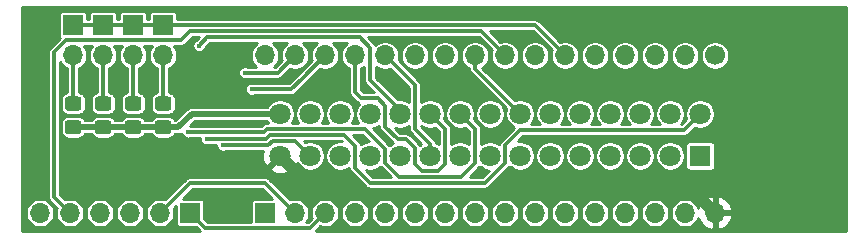
<source format=gbr>
%TF.GenerationSoftware,KiCad,Pcbnew,(5.1.10)-1*%
%TF.CreationDate,2022-11-19T00:44:39-05:00*%
%TF.ProjectId,ColecoProgrammingAdapter,436f6c65-636f-4507-926f-6772616d6d69,1*%
%TF.SameCoordinates,Original*%
%TF.FileFunction,Copper,L2,Bot*%
%TF.FilePolarity,Positive*%
%FSLAX46Y46*%
G04 Gerber Fmt 4.6, Leading zero omitted, Abs format (unit mm)*
G04 Created by KiCad (PCBNEW (5.1.10)-1) date 2022-11-19 00:44:39*
%MOMM*%
%LPD*%
G01*
G04 APERTURE LIST*
%TA.AperFunction,ComponentPad*%
%ADD10C,1.800000*%
%TD*%
%TA.AperFunction,ComponentPad*%
%ADD11R,1.800000X1.800000*%
%TD*%
%TA.AperFunction,ComponentPad*%
%ADD12R,1.700000X1.700000*%
%TD*%
%TA.AperFunction,ComponentPad*%
%ADD13O,1.700000X1.700000*%
%TD*%
%TA.AperFunction,ComponentPad*%
%ADD14C,1.700000*%
%TD*%
%TA.AperFunction,ViaPad*%
%ADD15C,0.800000*%
%TD*%
%TA.AperFunction,ViaPad*%
%ADD16C,0.400000*%
%TD*%
%TA.AperFunction,Conductor*%
%ADD17C,0.300000*%
%TD*%
%TA.AperFunction,Conductor*%
%ADD18C,1.000000*%
%TD*%
%TA.AperFunction,Conductor*%
%ADD19C,0.500000*%
%TD*%
%TA.AperFunction,Conductor*%
%ADD20C,0.254000*%
%TD*%
%TA.AperFunction,Conductor*%
%ADD21C,0.100000*%
%TD*%
G04 APERTURE END LIST*
D10*
%TO.P,X1,29*%
%TO.N,GND*%
X138430000Y-121539000D03*
%TO.P,X1,30*%
%TO.N,+5V*%
X138430000Y-117979000D03*
%TO.P,X1,27*%
%TO.N,/~EE0*%
X140970000Y-121539000D03*
%TO.P,X1,28*%
%TO.N,/A8*%
X140970000Y-117979000D03*
%TO.P,X1,25*%
%TO.N,/A7*%
X143510000Y-121539000D03*
%TO.P,X1,26*%
%TO.N,/A9*%
X143510000Y-117979000D03*
%TO.P,X1,23*%
%TO.N,/A6*%
X146050000Y-121539000D03*
%TO.P,X1,24*%
%TO.N,/A12*%
X146050000Y-117979000D03*
%TO.P,X1,21*%
%TO.N,/A5*%
X148590000Y-121539000D03*
%TO.P,X1,22*%
%TO.N,/~EA0*%
X148590000Y-117979000D03*
%TO.P,X1,19*%
%TO.N,/A13*%
X151130000Y-121539000D03*
%TO.P,X1,20*%
%TO.N,/A14*%
X151130000Y-117979000D03*
%TO.P,X1,17*%
%TO.N,/A4*%
X153670000Y-121539000D03*
%TO.P,X1,18*%
%TO.N,/~E80*%
X153670000Y-117979000D03*
%TO.P,X1,15*%
%TO.N,/A3*%
X156210000Y-121539000D03*
%TO.P,X1,16*%
%TO.N,/A10*%
X156210000Y-117979000D03*
%TO.P,X1,13*%
%TO.N,N/C*%
X158750000Y-121539000D03*
%TO.P,X1,14*%
%TO.N,/A11*%
X158750000Y-117979000D03*
%TO.P,X1,11*%
%TO.N,/A2*%
X161290000Y-121539000D03*
%TO.P,X1,12*%
%TO.N,/D7*%
X161290000Y-117979000D03*
%TO.P,X1,9*%
%TO.N,/A1*%
X163830000Y-121539000D03*
%TO.P,X1,10*%
%TO.N,/D6*%
X163830000Y-117979000D03*
%TO.P,X1,7*%
%TO.N,/A0*%
X166370000Y-121539000D03*
%TO.P,X1,8*%
%TO.N,/D5*%
X166370000Y-117979000D03*
%TO.P,X1,5*%
%TO.N,/D0*%
X168910000Y-121539000D03*
%TO.P,X1,6*%
%TO.N,/D4*%
X168910000Y-117979000D03*
%TO.P,X1,3*%
%TO.N,/D1*%
X171450000Y-121539000D03*
%TO.P,X1,4*%
%TO.N,/D3*%
X171450000Y-117979000D03*
%TO.P,X1,2*%
%TO.N,/~EC0*%
X173990000Y-117979000D03*
D11*
%TO.P,X1,1*%
%TO.N,/D2*%
X173990000Y-121539000D03*
%TD*%
D12*
%TO.P,J2,1*%
%TO.N,/SA18*%
X137160000Y-126365000D03*
D13*
%TO.P,J2,2*%
%TO.N,/SA16*%
X139700000Y-126365000D03*
%TO.P,J2,3*%
%TO.N,/SA15*%
X142240000Y-126365000D03*
%TO.P,J2,4*%
%TO.N,/A12*%
X144780000Y-126365000D03*
%TO.P,J2,5*%
%TO.N,/A7*%
X147320000Y-126365000D03*
%TO.P,J2,6*%
%TO.N,/A6*%
X149860000Y-126365000D03*
%TO.P,J2,7*%
%TO.N,/A5*%
X152400000Y-126365000D03*
%TO.P,J2,8*%
%TO.N,/A4*%
X154940000Y-126365000D03*
%TO.P,J2,9*%
%TO.N,/A3*%
X157480000Y-126365000D03*
%TO.P,J2,10*%
%TO.N,/A2*%
X160020000Y-126365000D03*
%TO.P,J2,11*%
%TO.N,/A1*%
X162560000Y-126365000D03*
%TO.P,J2,12*%
%TO.N,/A0*%
X165100000Y-126365000D03*
%TO.P,J2,13*%
%TO.N,/D0*%
X167640000Y-126365000D03*
%TO.P,J2,14*%
%TO.N,/D1*%
X170180000Y-126365000D03*
%TO.P,J2,15*%
%TO.N,/D2*%
X172720000Y-126365000D03*
%TO.P,J2,16*%
%TO.N,GND*%
X175260000Y-126365000D03*
%TD*%
%TO.P,J3,16*%
%TO.N,+5V*%
X137160000Y-113030000D03*
%TO.P,J3,15*%
%TO.N,/~RWE*%
X139700000Y-113030000D03*
%TO.P,J3,14*%
%TO.N,/SA17*%
X142240000Y-113030000D03*
%TO.P,J3,13*%
%TO.N,/A14*%
X144780000Y-113030000D03*
%TO.P,J3,12*%
%TO.N,/A13*%
X147320000Y-113030000D03*
%TO.P,J3,11*%
%TO.N,/A8*%
X149860000Y-113030000D03*
%TO.P,J3,10*%
%TO.N,/A9*%
X152400000Y-113030000D03*
%TO.P,J3,9*%
%TO.N,/A11*%
X154940000Y-113030000D03*
%TO.P,J3,8*%
%TO.N,/~POE*%
X157480000Y-113030000D03*
%TO.P,J3,7*%
%TO.N,/A10*%
X160020000Y-113030000D03*
%TO.P,J3,6*%
%TO.N,/~CE*%
X162560000Y-113030000D03*
%TO.P,J3,5*%
%TO.N,/D7*%
X165100000Y-113030000D03*
%TO.P,J3,4*%
%TO.N,/D6*%
X167640000Y-113030000D03*
%TO.P,J3,3*%
%TO.N,/D5*%
X170180000Y-113030000D03*
%TO.P,J3,2*%
%TO.N,/D4*%
X172720000Y-113030000D03*
D14*
%TO.P,J3,1*%
%TO.N,/D3*%
X175260000Y-113030000D03*
%TD*%
D12*
%TO.P,J1,1*%
%TO.N,/SA15*%
X130810000Y-126365000D03*
D13*
%TO.P,J1,2*%
%TO.N,/SA16*%
X128270000Y-126365000D03*
%TO.P,J1,3*%
%TO.N,/SA17*%
X125730000Y-126365000D03*
%TO.P,J1,4*%
%TO.N,/SA18*%
X123190000Y-126365000D03*
%TO.P,J1,5*%
%TO.N,/~POE*%
X120650000Y-126365000D03*
%TO.P,J1,6*%
%TO.N,/~RWE*%
X118110000Y-126365000D03*
%TD*%
D12*
%TO.P,J4,1*%
%TO.N,/~CE*%
X120904000Y-110490000D03*
D13*
%TO.P,J4,2*%
%TO.N,/~E80*%
X120904000Y-113030000D03*
%TD*%
%TO.P,J5,2*%
%TO.N,/~EA0*%
X123444000Y-113030000D03*
D12*
%TO.P,J5,1*%
%TO.N,/~CE*%
X123444000Y-110490000D03*
%TD*%
%TO.P,J6,1*%
%TO.N,/~CE*%
X125984000Y-110490000D03*
D13*
%TO.P,J6,2*%
%TO.N,/~EC0*%
X125984000Y-113030000D03*
%TD*%
%TO.P,J7,2*%
%TO.N,/~EE0*%
X128524000Y-113030000D03*
D12*
%TO.P,J7,1*%
%TO.N,/~CE*%
X128524000Y-110490000D03*
%TD*%
%TO.P,R1,1*%
%TO.N,+5V*%
%TA.AperFunction,SMDPad,CuDef*%
G36*
G01*
X121354001Y-119710000D02*
X120453999Y-119710000D01*
G75*
G02*
X120204000Y-119460001I0J249999D01*
G01*
X120204000Y-118759999D01*
G75*
G02*
X120453999Y-118510000I249999J0D01*
G01*
X121354001Y-118510000D01*
G75*
G02*
X121604000Y-118759999I0J-249999D01*
G01*
X121604000Y-119460001D01*
G75*
G02*
X121354001Y-119710000I-249999J0D01*
G01*
G37*
%TD.AperFunction*%
%TO.P,R1,2*%
%TO.N,/~E80*%
%TA.AperFunction,SMDPad,CuDef*%
G36*
G01*
X121354001Y-117710000D02*
X120453999Y-117710000D01*
G75*
G02*
X120204000Y-117460001I0J249999D01*
G01*
X120204000Y-116759999D01*
G75*
G02*
X120453999Y-116510000I249999J0D01*
G01*
X121354001Y-116510000D01*
G75*
G02*
X121604000Y-116759999I0J-249999D01*
G01*
X121604000Y-117460001D01*
G75*
G02*
X121354001Y-117710000I-249999J0D01*
G01*
G37*
%TD.AperFunction*%
%TD*%
%TO.P,R2,2*%
%TO.N,/~EA0*%
%TA.AperFunction,SMDPad,CuDef*%
G36*
G01*
X123894001Y-117710000D02*
X122993999Y-117710000D01*
G75*
G02*
X122744000Y-117460001I0J249999D01*
G01*
X122744000Y-116759999D01*
G75*
G02*
X122993999Y-116510000I249999J0D01*
G01*
X123894001Y-116510000D01*
G75*
G02*
X124144000Y-116759999I0J-249999D01*
G01*
X124144000Y-117460001D01*
G75*
G02*
X123894001Y-117710000I-249999J0D01*
G01*
G37*
%TD.AperFunction*%
%TO.P,R2,1*%
%TO.N,+5V*%
%TA.AperFunction,SMDPad,CuDef*%
G36*
G01*
X123894001Y-119710000D02*
X122993999Y-119710000D01*
G75*
G02*
X122744000Y-119460001I0J249999D01*
G01*
X122744000Y-118759999D01*
G75*
G02*
X122993999Y-118510000I249999J0D01*
G01*
X123894001Y-118510000D01*
G75*
G02*
X124144000Y-118759999I0J-249999D01*
G01*
X124144000Y-119460001D01*
G75*
G02*
X123894001Y-119710000I-249999J0D01*
G01*
G37*
%TD.AperFunction*%
%TD*%
%TO.P,R3,1*%
%TO.N,+5V*%
%TA.AperFunction,SMDPad,CuDef*%
G36*
G01*
X126434001Y-119710000D02*
X125533999Y-119710000D01*
G75*
G02*
X125284000Y-119460001I0J249999D01*
G01*
X125284000Y-118759999D01*
G75*
G02*
X125533999Y-118510000I249999J0D01*
G01*
X126434001Y-118510000D01*
G75*
G02*
X126684000Y-118759999I0J-249999D01*
G01*
X126684000Y-119460001D01*
G75*
G02*
X126434001Y-119710000I-249999J0D01*
G01*
G37*
%TD.AperFunction*%
%TO.P,R3,2*%
%TO.N,/~EC0*%
%TA.AperFunction,SMDPad,CuDef*%
G36*
G01*
X126434001Y-117710000D02*
X125533999Y-117710000D01*
G75*
G02*
X125284000Y-117460001I0J249999D01*
G01*
X125284000Y-116759999D01*
G75*
G02*
X125533999Y-116510000I249999J0D01*
G01*
X126434001Y-116510000D01*
G75*
G02*
X126684000Y-116759999I0J-249999D01*
G01*
X126684000Y-117460001D01*
G75*
G02*
X126434001Y-117710000I-249999J0D01*
G01*
G37*
%TD.AperFunction*%
%TD*%
%TO.P,R4,2*%
%TO.N,/~EE0*%
%TA.AperFunction,SMDPad,CuDef*%
G36*
G01*
X128974001Y-117710000D02*
X128073999Y-117710000D01*
G75*
G02*
X127824000Y-117460001I0J249999D01*
G01*
X127824000Y-116759999D01*
G75*
G02*
X128073999Y-116510000I249999J0D01*
G01*
X128974001Y-116510000D01*
G75*
G02*
X129224000Y-116759999I0J-249999D01*
G01*
X129224000Y-117460001D01*
G75*
G02*
X128974001Y-117710000I-249999J0D01*
G01*
G37*
%TD.AperFunction*%
%TO.P,R4,1*%
%TO.N,+5V*%
%TA.AperFunction,SMDPad,CuDef*%
G36*
G01*
X128974001Y-119710000D02*
X128073999Y-119710000D01*
G75*
G02*
X127824000Y-119460001I0J249999D01*
G01*
X127824000Y-118759999D01*
G75*
G02*
X128073999Y-118510000I249999J0D01*
G01*
X128974001Y-118510000D01*
G75*
G02*
X129224000Y-118759999I0J-249999D01*
G01*
X129224000Y-119460001D01*
G75*
G02*
X128974001Y-119710000I-249999J0D01*
G01*
G37*
%TD.AperFunction*%
%TD*%
D15*
%TO.N,GND*%
X133654800Y-126225300D03*
X132765800Y-114414300D03*
X127254000Y-115570000D03*
X124714000Y-115570000D03*
X122174000Y-115570000D03*
X141732000Y-115443000D03*
D16*
X148971000Y-116205000D03*
X151511000Y-119634000D03*
X147447000Y-120142000D03*
X149352000Y-119634000D03*
X145034000Y-119888000D03*
X134048500Y-118808500D03*
X143917001Y-124814999D03*
X147066000Y-123063000D03*
X155575000Y-123190000D03*
X139319000Y-114744500D03*
X138430000Y-112077500D03*
X140970000Y-112077500D03*
X120078500Y-115252500D03*
X145757900Y-115963700D03*
%TO.N,/SA17*%
X136017000Y-115887500D03*
%TO.N,/~RWE*%
X135445500Y-114490500D03*
%TO.N,/~E80*%
X120904000Y-117110000D03*
X130619500Y-119507000D03*
%TO.N,/~EA0*%
X131572000Y-112204500D03*
%TO.N,/~EC0*%
X125984000Y-117094000D03*
X132207000Y-120078500D03*
%TO.N,/~EE0*%
X128524000Y-117110000D03*
X133604000Y-120650000D03*
%TD*%
D17*
%TO.N,/A11*%
X154940000Y-114169000D02*
X154940000Y-113030000D01*
X158750000Y-117979000D02*
X154940000Y-114169000D01*
D18*
%TO.N,GND*%
X175260000Y-126365000D02*
X173709999Y-124814999D01*
X141705999Y-124814999D02*
X138430000Y-121539000D01*
X173709999Y-124814999D02*
X143917001Y-124814999D01*
X143917001Y-124814999D02*
X141705999Y-124814999D01*
D19*
%TO.N,+5V*%
X120904000Y-119110000D02*
X128524000Y-119110000D01*
X129810000Y-119110000D02*
X130941000Y-117979000D01*
X130941000Y-117979000D02*
X138430000Y-117979000D01*
X128524000Y-119110000D02*
X129810000Y-119110000D01*
D17*
%TO.N,/SA15*%
X130810000Y-126365000D02*
X132080000Y-127635000D01*
X140970000Y-127635000D02*
X142240000Y-126365000D01*
X132080000Y-127635000D02*
X140970000Y-127635000D01*
%TO.N,/SA16*%
X137147300Y-123812300D02*
X139700000Y-126365000D01*
X130822700Y-123812300D02*
X137147300Y-123812300D01*
X128270000Y-126365000D02*
X130822700Y-123812300D01*
%TO.N,/SA17*%
X140271500Y-114998500D02*
X142240000Y-113030000D01*
X139382500Y-115887500D02*
X140271500Y-114998500D01*
X136461500Y-115887500D02*
X139382500Y-115887500D01*
X136461500Y-115887500D02*
X136017000Y-115887500D01*
%TO.N,/~POE*%
X119316500Y-125031500D02*
X120650000Y-126365000D01*
X119316500Y-112776000D02*
X119316500Y-125031500D01*
X120332500Y-111760000D02*
X119316500Y-112776000D01*
X130048000Y-111760000D02*
X120332500Y-111760000D01*
X130810000Y-110998000D02*
X130048000Y-111760000D01*
X155448000Y-110998000D02*
X130810000Y-110998000D01*
X157480000Y-113030000D02*
X155448000Y-110998000D01*
%TO.N,/~RWE*%
X138239500Y-114490500D02*
X139700000Y-113030000D01*
X135445500Y-114490500D02*
X138239500Y-114490500D01*
%TO.N,/A14*%
X144780000Y-114744500D02*
X144780000Y-113030000D01*
X144780000Y-116141500D02*
X144780000Y-114744500D01*
X151130000Y-117979000D02*
X152400000Y-119249000D01*
X152400000Y-119249000D02*
X152400000Y-122237500D01*
X147320000Y-117284500D02*
X146685000Y-116649500D01*
X149098000Y-120142000D02*
X148399500Y-120142000D01*
X151828500Y-122809000D02*
X150431500Y-122809000D01*
X148399500Y-120142000D02*
X147320000Y-119062500D01*
X150431500Y-122809000D02*
X149860000Y-122237500D01*
X149860000Y-122237500D02*
X149860000Y-120904000D01*
X149860000Y-120904000D02*
X149098000Y-120142000D01*
X147320000Y-119062500D02*
X147320000Y-117284500D01*
X146685000Y-116649500D02*
X145288000Y-116649500D01*
X152400000Y-122237500D02*
X151828500Y-122809000D01*
X145288000Y-116649500D02*
X144780000Y-116141500D01*
%TO.N,/A13*%
X151130000Y-121539000D02*
X151130000Y-120523000D01*
X151130000Y-120523000D02*
X149860000Y-119253000D01*
X149860000Y-115570000D02*
X147320000Y-113030000D01*
X149860000Y-119253000D02*
X149860000Y-115570000D01*
%TO.N,/~CE*%
X120904000Y-110490000D02*
X128524000Y-110490000D01*
X160020000Y-110490000D02*
X162560000Y-113030000D01*
X160020000Y-110490000D02*
X137795000Y-110490000D01*
X137795000Y-110490000D02*
X128524000Y-110490000D01*
%TO.N,/~E80*%
X120904000Y-113030000D02*
X120904000Y-117110000D01*
X120904000Y-117110000D02*
X120904000Y-117110000D01*
X137787010Y-119260990D02*
X137279010Y-119260990D01*
X137795000Y-119253000D02*
X137787010Y-119260990D01*
X145614002Y-119253000D02*
X137795000Y-119253000D01*
X147320000Y-120958998D02*
X145614002Y-119253000D01*
X147320000Y-122119002D02*
X147320000Y-120958998D01*
X153749992Y-123309010D02*
X148510008Y-123309010D01*
X137279010Y-119260990D02*
X137033000Y-119507000D01*
X154920001Y-122139001D02*
X153749992Y-123309010D01*
X137033000Y-119507000D02*
X131127500Y-119507000D01*
X154920001Y-119229001D02*
X154920001Y-122139001D01*
X148510008Y-123309010D02*
X147320000Y-122119002D01*
X153670000Y-117979000D02*
X154920001Y-119229001D01*
X131127500Y-119507000D02*
X130619500Y-119507000D01*
%TO.N,/~EA0*%
X123444000Y-113030000D02*
X123444000Y-117110000D01*
X132270500Y-111506000D02*
X131572000Y-112204500D01*
X145161000Y-111506000D02*
X132270500Y-111506000D01*
X146050000Y-112395000D02*
X145161000Y-111506000D01*
X146050000Y-115125500D02*
X146050000Y-112395000D01*
X148590000Y-117665500D02*
X146050000Y-115125500D01*
X148590000Y-117979000D02*
X148590000Y-117665500D01*
%TO.N,/~EC0*%
X125984000Y-113030000D02*
X125984000Y-117094000D01*
X125984000Y-117094000D02*
X125984000Y-117110000D01*
X144760001Y-120669999D02*
X143851002Y-119761000D01*
X144760001Y-122535001D02*
X144760001Y-120669999D01*
X146050000Y-123825000D02*
X144760001Y-122535001D01*
X155774002Y-123825000D02*
X146050000Y-123825000D01*
X158750000Y-119380000D02*
X157480000Y-120650000D01*
X157480000Y-122119002D02*
X155774002Y-123825000D01*
X172589000Y-119380000D02*
X158750000Y-119380000D01*
X157480000Y-120650000D02*
X157480000Y-122119002D01*
X173990000Y-117979000D02*
X172589000Y-119380000D01*
X143851002Y-119761000D02*
X138176000Y-119761000D01*
X138176000Y-119761000D02*
X137985500Y-119761000D01*
X137223500Y-120078500D02*
X132694498Y-120078500D01*
X137541000Y-119761000D02*
X137223500Y-120078500D01*
X138176000Y-119761000D02*
X137541000Y-119761000D01*
X132694498Y-120078500D02*
X132207000Y-120078500D01*
%TO.N,/~EE0*%
X128524000Y-113030000D02*
X128524000Y-117110000D01*
X128524000Y-117110000D02*
X128524000Y-117110000D01*
X137795000Y-120269000D02*
X137414000Y-120650000D01*
X137414000Y-120650000D02*
X133604000Y-120650000D01*
X139700000Y-120269000D02*
X137795000Y-120269000D01*
X140970000Y-121539000D02*
X139700000Y-120269000D01*
%TD*%
D20*
%TO.N,GND*%
X186304001Y-111106045D02*
X186304000Y-127884000D01*
X141443662Y-127884000D01*
X141824140Y-127503523D01*
X141886764Y-127529462D01*
X142120727Y-127576000D01*
X142359273Y-127576000D01*
X142593236Y-127529462D01*
X142813624Y-127438175D01*
X143011968Y-127305646D01*
X143180646Y-127136968D01*
X143313175Y-126938624D01*
X143404462Y-126718236D01*
X143451000Y-126484273D01*
X143451000Y-126245727D01*
X143569000Y-126245727D01*
X143569000Y-126484273D01*
X143615538Y-126718236D01*
X143706825Y-126938624D01*
X143839354Y-127136968D01*
X144008032Y-127305646D01*
X144206376Y-127438175D01*
X144426764Y-127529462D01*
X144660727Y-127576000D01*
X144899273Y-127576000D01*
X145133236Y-127529462D01*
X145353624Y-127438175D01*
X145551968Y-127305646D01*
X145720646Y-127136968D01*
X145853175Y-126938624D01*
X145944462Y-126718236D01*
X145991000Y-126484273D01*
X145991000Y-126245727D01*
X146109000Y-126245727D01*
X146109000Y-126484273D01*
X146155538Y-126718236D01*
X146246825Y-126938624D01*
X146379354Y-127136968D01*
X146548032Y-127305646D01*
X146746376Y-127438175D01*
X146966764Y-127529462D01*
X147200727Y-127576000D01*
X147439273Y-127576000D01*
X147673236Y-127529462D01*
X147893624Y-127438175D01*
X148091968Y-127305646D01*
X148260646Y-127136968D01*
X148393175Y-126938624D01*
X148484462Y-126718236D01*
X148531000Y-126484273D01*
X148531000Y-126245727D01*
X148649000Y-126245727D01*
X148649000Y-126484273D01*
X148695538Y-126718236D01*
X148786825Y-126938624D01*
X148919354Y-127136968D01*
X149088032Y-127305646D01*
X149286376Y-127438175D01*
X149506764Y-127529462D01*
X149740727Y-127576000D01*
X149979273Y-127576000D01*
X150213236Y-127529462D01*
X150433624Y-127438175D01*
X150631968Y-127305646D01*
X150800646Y-127136968D01*
X150933175Y-126938624D01*
X151024462Y-126718236D01*
X151071000Y-126484273D01*
X151071000Y-126245727D01*
X151189000Y-126245727D01*
X151189000Y-126484273D01*
X151235538Y-126718236D01*
X151326825Y-126938624D01*
X151459354Y-127136968D01*
X151628032Y-127305646D01*
X151826376Y-127438175D01*
X152046764Y-127529462D01*
X152280727Y-127576000D01*
X152519273Y-127576000D01*
X152753236Y-127529462D01*
X152973624Y-127438175D01*
X153171968Y-127305646D01*
X153340646Y-127136968D01*
X153473175Y-126938624D01*
X153564462Y-126718236D01*
X153611000Y-126484273D01*
X153611000Y-126245727D01*
X153729000Y-126245727D01*
X153729000Y-126484273D01*
X153775538Y-126718236D01*
X153866825Y-126938624D01*
X153999354Y-127136968D01*
X154168032Y-127305646D01*
X154366376Y-127438175D01*
X154586764Y-127529462D01*
X154820727Y-127576000D01*
X155059273Y-127576000D01*
X155293236Y-127529462D01*
X155513624Y-127438175D01*
X155711968Y-127305646D01*
X155880646Y-127136968D01*
X156013175Y-126938624D01*
X156104462Y-126718236D01*
X156151000Y-126484273D01*
X156151000Y-126245727D01*
X156269000Y-126245727D01*
X156269000Y-126484273D01*
X156315538Y-126718236D01*
X156406825Y-126938624D01*
X156539354Y-127136968D01*
X156708032Y-127305646D01*
X156906376Y-127438175D01*
X157126764Y-127529462D01*
X157360727Y-127576000D01*
X157599273Y-127576000D01*
X157833236Y-127529462D01*
X158053624Y-127438175D01*
X158251968Y-127305646D01*
X158420646Y-127136968D01*
X158553175Y-126938624D01*
X158644462Y-126718236D01*
X158691000Y-126484273D01*
X158691000Y-126245727D01*
X158809000Y-126245727D01*
X158809000Y-126484273D01*
X158855538Y-126718236D01*
X158946825Y-126938624D01*
X159079354Y-127136968D01*
X159248032Y-127305646D01*
X159446376Y-127438175D01*
X159666764Y-127529462D01*
X159900727Y-127576000D01*
X160139273Y-127576000D01*
X160373236Y-127529462D01*
X160593624Y-127438175D01*
X160791968Y-127305646D01*
X160960646Y-127136968D01*
X161093175Y-126938624D01*
X161184462Y-126718236D01*
X161231000Y-126484273D01*
X161231000Y-126245727D01*
X161349000Y-126245727D01*
X161349000Y-126484273D01*
X161395538Y-126718236D01*
X161486825Y-126938624D01*
X161619354Y-127136968D01*
X161788032Y-127305646D01*
X161986376Y-127438175D01*
X162206764Y-127529462D01*
X162440727Y-127576000D01*
X162679273Y-127576000D01*
X162913236Y-127529462D01*
X163133624Y-127438175D01*
X163331968Y-127305646D01*
X163500646Y-127136968D01*
X163633175Y-126938624D01*
X163724462Y-126718236D01*
X163771000Y-126484273D01*
X163771000Y-126245727D01*
X163889000Y-126245727D01*
X163889000Y-126484273D01*
X163935538Y-126718236D01*
X164026825Y-126938624D01*
X164159354Y-127136968D01*
X164328032Y-127305646D01*
X164526376Y-127438175D01*
X164746764Y-127529462D01*
X164980727Y-127576000D01*
X165219273Y-127576000D01*
X165453236Y-127529462D01*
X165673624Y-127438175D01*
X165871968Y-127305646D01*
X166040646Y-127136968D01*
X166173175Y-126938624D01*
X166264462Y-126718236D01*
X166311000Y-126484273D01*
X166311000Y-126245727D01*
X166429000Y-126245727D01*
X166429000Y-126484273D01*
X166475538Y-126718236D01*
X166566825Y-126938624D01*
X166699354Y-127136968D01*
X166868032Y-127305646D01*
X167066376Y-127438175D01*
X167286764Y-127529462D01*
X167520727Y-127576000D01*
X167759273Y-127576000D01*
X167993236Y-127529462D01*
X168213624Y-127438175D01*
X168411968Y-127305646D01*
X168580646Y-127136968D01*
X168713175Y-126938624D01*
X168804462Y-126718236D01*
X168851000Y-126484273D01*
X168851000Y-126245727D01*
X168969000Y-126245727D01*
X168969000Y-126484273D01*
X169015538Y-126718236D01*
X169106825Y-126938624D01*
X169239354Y-127136968D01*
X169408032Y-127305646D01*
X169606376Y-127438175D01*
X169826764Y-127529462D01*
X170060727Y-127576000D01*
X170299273Y-127576000D01*
X170533236Y-127529462D01*
X170753624Y-127438175D01*
X170951968Y-127305646D01*
X171120646Y-127136968D01*
X171253175Y-126938624D01*
X171344462Y-126718236D01*
X171391000Y-126484273D01*
X171391000Y-126245727D01*
X171509000Y-126245727D01*
X171509000Y-126484273D01*
X171555538Y-126718236D01*
X171646825Y-126938624D01*
X171779354Y-127136968D01*
X171948032Y-127305646D01*
X172146376Y-127438175D01*
X172366764Y-127529462D01*
X172600727Y-127576000D01*
X172839273Y-127576000D01*
X173073236Y-127529462D01*
X173293624Y-127438175D01*
X173491968Y-127305646D01*
X173660646Y-127136968D01*
X173793175Y-126938624D01*
X173848242Y-126805680D01*
X173915843Y-126996252D01*
X174064822Y-127246355D01*
X174259731Y-127462588D01*
X174493080Y-127636641D01*
X174755901Y-127761825D01*
X174903110Y-127806476D01*
X175133000Y-127685155D01*
X175133000Y-126492000D01*
X175387000Y-126492000D01*
X175387000Y-127685155D01*
X175616890Y-127806476D01*
X175764099Y-127761825D01*
X176026920Y-127636641D01*
X176260269Y-127462588D01*
X176455178Y-127246355D01*
X176604157Y-126996252D01*
X176701481Y-126721891D01*
X176580814Y-126492000D01*
X175387000Y-126492000D01*
X175133000Y-126492000D01*
X175113000Y-126492000D01*
X175113000Y-126238000D01*
X175133000Y-126238000D01*
X175133000Y-125044845D01*
X175387000Y-125044845D01*
X175387000Y-126238000D01*
X176580814Y-126238000D01*
X176701481Y-126008109D01*
X176604157Y-125733748D01*
X176455178Y-125483645D01*
X176260269Y-125267412D01*
X176026920Y-125093359D01*
X175764099Y-124968175D01*
X175616890Y-124923524D01*
X175387000Y-125044845D01*
X175133000Y-125044845D01*
X174903110Y-124923524D01*
X174755901Y-124968175D01*
X174493080Y-125093359D01*
X174259731Y-125267412D01*
X174064822Y-125483645D01*
X173915843Y-125733748D01*
X173848242Y-125924320D01*
X173793175Y-125791376D01*
X173660646Y-125593032D01*
X173491968Y-125424354D01*
X173293624Y-125291825D01*
X173073236Y-125200538D01*
X172839273Y-125154000D01*
X172600727Y-125154000D01*
X172366764Y-125200538D01*
X172146376Y-125291825D01*
X171948032Y-125424354D01*
X171779354Y-125593032D01*
X171646825Y-125791376D01*
X171555538Y-126011764D01*
X171509000Y-126245727D01*
X171391000Y-126245727D01*
X171344462Y-126011764D01*
X171253175Y-125791376D01*
X171120646Y-125593032D01*
X170951968Y-125424354D01*
X170753624Y-125291825D01*
X170533236Y-125200538D01*
X170299273Y-125154000D01*
X170060727Y-125154000D01*
X169826764Y-125200538D01*
X169606376Y-125291825D01*
X169408032Y-125424354D01*
X169239354Y-125593032D01*
X169106825Y-125791376D01*
X169015538Y-126011764D01*
X168969000Y-126245727D01*
X168851000Y-126245727D01*
X168804462Y-126011764D01*
X168713175Y-125791376D01*
X168580646Y-125593032D01*
X168411968Y-125424354D01*
X168213624Y-125291825D01*
X167993236Y-125200538D01*
X167759273Y-125154000D01*
X167520727Y-125154000D01*
X167286764Y-125200538D01*
X167066376Y-125291825D01*
X166868032Y-125424354D01*
X166699354Y-125593032D01*
X166566825Y-125791376D01*
X166475538Y-126011764D01*
X166429000Y-126245727D01*
X166311000Y-126245727D01*
X166264462Y-126011764D01*
X166173175Y-125791376D01*
X166040646Y-125593032D01*
X165871968Y-125424354D01*
X165673624Y-125291825D01*
X165453236Y-125200538D01*
X165219273Y-125154000D01*
X164980727Y-125154000D01*
X164746764Y-125200538D01*
X164526376Y-125291825D01*
X164328032Y-125424354D01*
X164159354Y-125593032D01*
X164026825Y-125791376D01*
X163935538Y-126011764D01*
X163889000Y-126245727D01*
X163771000Y-126245727D01*
X163724462Y-126011764D01*
X163633175Y-125791376D01*
X163500646Y-125593032D01*
X163331968Y-125424354D01*
X163133624Y-125291825D01*
X162913236Y-125200538D01*
X162679273Y-125154000D01*
X162440727Y-125154000D01*
X162206764Y-125200538D01*
X161986376Y-125291825D01*
X161788032Y-125424354D01*
X161619354Y-125593032D01*
X161486825Y-125791376D01*
X161395538Y-126011764D01*
X161349000Y-126245727D01*
X161231000Y-126245727D01*
X161184462Y-126011764D01*
X161093175Y-125791376D01*
X160960646Y-125593032D01*
X160791968Y-125424354D01*
X160593624Y-125291825D01*
X160373236Y-125200538D01*
X160139273Y-125154000D01*
X159900727Y-125154000D01*
X159666764Y-125200538D01*
X159446376Y-125291825D01*
X159248032Y-125424354D01*
X159079354Y-125593032D01*
X158946825Y-125791376D01*
X158855538Y-126011764D01*
X158809000Y-126245727D01*
X158691000Y-126245727D01*
X158644462Y-126011764D01*
X158553175Y-125791376D01*
X158420646Y-125593032D01*
X158251968Y-125424354D01*
X158053624Y-125291825D01*
X157833236Y-125200538D01*
X157599273Y-125154000D01*
X157360727Y-125154000D01*
X157126764Y-125200538D01*
X156906376Y-125291825D01*
X156708032Y-125424354D01*
X156539354Y-125593032D01*
X156406825Y-125791376D01*
X156315538Y-126011764D01*
X156269000Y-126245727D01*
X156151000Y-126245727D01*
X156104462Y-126011764D01*
X156013175Y-125791376D01*
X155880646Y-125593032D01*
X155711968Y-125424354D01*
X155513624Y-125291825D01*
X155293236Y-125200538D01*
X155059273Y-125154000D01*
X154820727Y-125154000D01*
X154586764Y-125200538D01*
X154366376Y-125291825D01*
X154168032Y-125424354D01*
X153999354Y-125593032D01*
X153866825Y-125791376D01*
X153775538Y-126011764D01*
X153729000Y-126245727D01*
X153611000Y-126245727D01*
X153564462Y-126011764D01*
X153473175Y-125791376D01*
X153340646Y-125593032D01*
X153171968Y-125424354D01*
X152973624Y-125291825D01*
X152753236Y-125200538D01*
X152519273Y-125154000D01*
X152280727Y-125154000D01*
X152046764Y-125200538D01*
X151826376Y-125291825D01*
X151628032Y-125424354D01*
X151459354Y-125593032D01*
X151326825Y-125791376D01*
X151235538Y-126011764D01*
X151189000Y-126245727D01*
X151071000Y-126245727D01*
X151024462Y-126011764D01*
X150933175Y-125791376D01*
X150800646Y-125593032D01*
X150631968Y-125424354D01*
X150433624Y-125291825D01*
X150213236Y-125200538D01*
X149979273Y-125154000D01*
X149740727Y-125154000D01*
X149506764Y-125200538D01*
X149286376Y-125291825D01*
X149088032Y-125424354D01*
X148919354Y-125593032D01*
X148786825Y-125791376D01*
X148695538Y-126011764D01*
X148649000Y-126245727D01*
X148531000Y-126245727D01*
X148484462Y-126011764D01*
X148393175Y-125791376D01*
X148260646Y-125593032D01*
X148091968Y-125424354D01*
X147893624Y-125291825D01*
X147673236Y-125200538D01*
X147439273Y-125154000D01*
X147200727Y-125154000D01*
X146966764Y-125200538D01*
X146746376Y-125291825D01*
X146548032Y-125424354D01*
X146379354Y-125593032D01*
X146246825Y-125791376D01*
X146155538Y-126011764D01*
X146109000Y-126245727D01*
X145991000Y-126245727D01*
X145944462Y-126011764D01*
X145853175Y-125791376D01*
X145720646Y-125593032D01*
X145551968Y-125424354D01*
X145353624Y-125291825D01*
X145133236Y-125200538D01*
X144899273Y-125154000D01*
X144660727Y-125154000D01*
X144426764Y-125200538D01*
X144206376Y-125291825D01*
X144008032Y-125424354D01*
X143839354Y-125593032D01*
X143706825Y-125791376D01*
X143615538Y-126011764D01*
X143569000Y-126245727D01*
X143451000Y-126245727D01*
X143404462Y-126011764D01*
X143313175Y-125791376D01*
X143180646Y-125593032D01*
X143011968Y-125424354D01*
X142813624Y-125291825D01*
X142593236Y-125200538D01*
X142359273Y-125154000D01*
X142120727Y-125154000D01*
X141886764Y-125200538D01*
X141666376Y-125291825D01*
X141468032Y-125424354D01*
X141299354Y-125593032D01*
X141166825Y-125791376D01*
X141075538Y-126011764D01*
X141029000Y-126245727D01*
X141029000Y-126484273D01*
X141075538Y-126718236D01*
X141101477Y-126780860D01*
X140758338Y-127124000D01*
X140649311Y-127124000D01*
X140773175Y-126938624D01*
X140864462Y-126718236D01*
X140911000Y-126484273D01*
X140911000Y-126245727D01*
X140864462Y-126011764D01*
X140773175Y-125791376D01*
X140640646Y-125593032D01*
X140471968Y-125424354D01*
X140273624Y-125291825D01*
X140053236Y-125200538D01*
X139819273Y-125154000D01*
X139580727Y-125154000D01*
X139346764Y-125200538D01*
X139284140Y-125226477D01*
X137526387Y-123468725D01*
X137510380Y-123449220D01*
X137432570Y-123385364D01*
X137343797Y-123337914D01*
X137247473Y-123308694D01*
X137172399Y-123301300D01*
X137172396Y-123301300D01*
X137147300Y-123298828D01*
X137122204Y-123301300D01*
X130847797Y-123301300D01*
X130822700Y-123298828D01*
X130797603Y-123301300D01*
X130797601Y-123301300D01*
X130722527Y-123308694D01*
X130626203Y-123337914D01*
X130602443Y-123350614D01*
X130537429Y-123385364D01*
X130508407Y-123409182D01*
X130459620Y-123449220D01*
X130443617Y-123468720D01*
X128685860Y-125226478D01*
X128623236Y-125200538D01*
X128389273Y-125154000D01*
X128150727Y-125154000D01*
X127916764Y-125200538D01*
X127696376Y-125291825D01*
X127498032Y-125424354D01*
X127329354Y-125593032D01*
X127196825Y-125791376D01*
X127105538Y-126011764D01*
X127059000Y-126245727D01*
X127059000Y-126484273D01*
X127105538Y-126718236D01*
X127196825Y-126938624D01*
X127329354Y-127136968D01*
X127498032Y-127305646D01*
X127696376Y-127438175D01*
X127916764Y-127529462D01*
X128150727Y-127576000D01*
X128389273Y-127576000D01*
X128623236Y-127529462D01*
X128843624Y-127438175D01*
X129041968Y-127305646D01*
X129210646Y-127136968D01*
X129343175Y-126938624D01*
X129434462Y-126718236D01*
X129481000Y-126484273D01*
X129481000Y-126245727D01*
X129434462Y-126011764D01*
X129408522Y-125949140D01*
X129597254Y-125760408D01*
X129597254Y-127215000D01*
X129604224Y-127285768D01*
X129624866Y-127353817D01*
X129658388Y-127416531D01*
X129703500Y-127471500D01*
X129758469Y-127516612D01*
X129821183Y-127550134D01*
X129889232Y-127570776D01*
X129960000Y-127577746D01*
X131300083Y-127577746D01*
X131606336Y-127884000D01*
X116591000Y-127884000D01*
X116591000Y-126245727D01*
X116899000Y-126245727D01*
X116899000Y-126484273D01*
X116945538Y-126718236D01*
X117036825Y-126938624D01*
X117169354Y-127136968D01*
X117338032Y-127305646D01*
X117536376Y-127438175D01*
X117756764Y-127529462D01*
X117990727Y-127576000D01*
X118229273Y-127576000D01*
X118463236Y-127529462D01*
X118683624Y-127438175D01*
X118881968Y-127305646D01*
X119050646Y-127136968D01*
X119183175Y-126938624D01*
X119274462Y-126718236D01*
X119321000Y-126484273D01*
X119321000Y-126245727D01*
X119274462Y-126011764D01*
X119183175Y-125791376D01*
X119050646Y-125593032D01*
X118881968Y-125424354D01*
X118683624Y-125291825D01*
X118463236Y-125200538D01*
X118229273Y-125154000D01*
X117990727Y-125154000D01*
X117756764Y-125200538D01*
X117536376Y-125291825D01*
X117338032Y-125424354D01*
X117169354Y-125593032D01*
X117036825Y-125791376D01*
X116945538Y-126011764D01*
X116899000Y-126245727D01*
X116591000Y-126245727D01*
X116591000Y-112776000D01*
X118803028Y-112776000D01*
X118805500Y-112801096D01*
X118805501Y-125006394D01*
X118803028Y-125031500D01*
X118809121Y-125093359D01*
X118812895Y-125131673D01*
X118833785Y-125200538D01*
X118842115Y-125227997D01*
X118889564Y-125316770D01*
X118921057Y-125355143D01*
X118953421Y-125394580D01*
X118972921Y-125410583D01*
X119511478Y-125949140D01*
X119485538Y-126011764D01*
X119439000Y-126245727D01*
X119439000Y-126484273D01*
X119485538Y-126718236D01*
X119576825Y-126938624D01*
X119709354Y-127136968D01*
X119878032Y-127305646D01*
X120076376Y-127438175D01*
X120296764Y-127529462D01*
X120530727Y-127576000D01*
X120769273Y-127576000D01*
X121003236Y-127529462D01*
X121223624Y-127438175D01*
X121421968Y-127305646D01*
X121590646Y-127136968D01*
X121723175Y-126938624D01*
X121814462Y-126718236D01*
X121861000Y-126484273D01*
X121861000Y-126245727D01*
X121979000Y-126245727D01*
X121979000Y-126484273D01*
X122025538Y-126718236D01*
X122116825Y-126938624D01*
X122249354Y-127136968D01*
X122418032Y-127305646D01*
X122616376Y-127438175D01*
X122836764Y-127529462D01*
X123070727Y-127576000D01*
X123309273Y-127576000D01*
X123543236Y-127529462D01*
X123763624Y-127438175D01*
X123961968Y-127305646D01*
X124130646Y-127136968D01*
X124263175Y-126938624D01*
X124354462Y-126718236D01*
X124401000Y-126484273D01*
X124401000Y-126245727D01*
X124519000Y-126245727D01*
X124519000Y-126484273D01*
X124565538Y-126718236D01*
X124656825Y-126938624D01*
X124789354Y-127136968D01*
X124958032Y-127305646D01*
X125156376Y-127438175D01*
X125376764Y-127529462D01*
X125610727Y-127576000D01*
X125849273Y-127576000D01*
X126083236Y-127529462D01*
X126303624Y-127438175D01*
X126501968Y-127305646D01*
X126670646Y-127136968D01*
X126803175Y-126938624D01*
X126894462Y-126718236D01*
X126941000Y-126484273D01*
X126941000Y-126245727D01*
X126894462Y-126011764D01*
X126803175Y-125791376D01*
X126670646Y-125593032D01*
X126501968Y-125424354D01*
X126303624Y-125291825D01*
X126083236Y-125200538D01*
X125849273Y-125154000D01*
X125610727Y-125154000D01*
X125376764Y-125200538D01*
X125156376Y-125291825D01*
X124958032Y-125424354D01*
X124789354Y-125593032D01*
X124656825Y-125791376D01*
X124565538Y-126011764D01*
X124519000Y-126245727D01*
X124401000Y-126245727D01*
X124354462Y-126011764D01*
X124263175Y-125791376D01*
X124130646Y-125593032D01*
X123961968Y-125424354D01*
X123763624Y-125291825D01*
X123543236Y-125200538D01*
X123309273Y-125154000D01*
X123070727Y-125154000D01*
X122836764Y-125200538D01*
X122616376Y-125291825D01*
X122418032Y-125424354D01*
X122249354Y-125593032D01*
X122116825Y-125791376D01*
X122025538Y-126011764D01*
X121979000Y-126245727D01*
X121861000Y-126245727D01*
X121814462Y-126011764D01*
X121723175Y-125791376D01*
X121590646Y-125593032D01*
X121421968Y-125424354D01*
X121223624Y-125291825D01*
X121003236Y-125200538D01*
X120769273Y-125154000D01*
X120530727Y-125154000D01*
X120296764Y-125200538D01*
X120234140Y-125226478D01*
X119827500Y-124819838D01*
X119827500Y-122603080D01*
X137545525Y-122603080D01*
X137629208Y-122857261D01*
X137901775Y-122988158D01*
X138194642Y-123063365D01*
X138496553Y-123079991D01*
X138795907Y-123037397D01*
X139081199Y-122937222D01*
X139230792Y-122857261D01*
X139314475Y-122603080D01*
X138430000Y-121718605D01*
X137545525Y-122603080D01*
X119827500Y-122603080D01*
X119827500Y-113595597D01*
X119830825Y-113603624D01*
X119963354Y-113801968D01*
X120132032Y-113970646D01*
X120330376Y-114103175D01*
X120393000Y-114129115D01*
X120393001Y-116153262D01*
X120334458Y-116159028D01*
X120219512Y-116193896D01*
X120113576Y-116250520D01*
X120020723Y-116326723D01*
X119944520Y-116419576D01*
X119887896Y-116525512D01*
X119853028Y-116640458D01*
X119841254Y-116759999D01*
X119841254Y-117460001D01*
X119853028Y-117579542D01*
X119887896Y-117694488D01*
X119944520Y-117800424D01*
X120020723Y-117893277D01*
X120113576Y-117969480D01*
X120219512Y-118026104D01*
X120334458Y-118060972D01*
X120453999Y-118072746D01*
X121354001Y-118072746D01*
X121473542Y-118060972D01*
X121588488Y-118026104D01*
X121694424Y-117969480D01*
X121787277Y-117893277D01*
X121863480Y-117800424D01*
X121920104Y-117694488D01*
X121954972Y-117579542D01*
X121966746Y-117460001D01*
X121966746Y-116759999D01*
X121954972Y-116640458D01*
X121920104Y-116525512D01*
X121863480Y-116419576D01*
X121787277Y-116326723D01*
X121694424Y-116250520D01*
X121588488Y-116193896D01*
X121473542Y-116159028D01*
X121415000Y-116153262D01*
X121415000Y-114129115D01*
X121477624Y-114103175D01*
X121675968Y-113970646D01*
X121844646Y-113801968D01*
X121977175Y-113603624D01*
X122068462Y-113383236D01*
X122115000Y-113149273D01*
X122115000Y-112910727D01*
X122068462Y-112676764D01*
X121977175Y-112456376D01*
X121853311Y-112271000D01*
X122494689Y-112271000D01*
X122370825Y-112456376D01*
X122279538Y-112676764D01*
X122233000Y-112910727D01*
X122233000Y-113149273D01*
X122279538Y-113383236D01*
X122370825Y-113603624D01*
X122503354Y-113801968D01*
X122672032Y-113970646D01*
X122870376Y-114103175D01*
X122933000Y-114129115D01*
X122933001Y-116153262D01*
X122874458Y-116159028D01*
X122759512Y-116193896D01*
X122653576Y-116250520D01*
X122560723Y-116326723D01*
X122484520Y-116419576D01*
X122427896Y-116525512D01*
X122393028Y-116640458D01*
X122381254Y-116759999D01*
X122381254Y-117460001D01*
X122393028Y-117579542D01*
X122427896Y-117694488D01*
X122484520Y-117800424D01*
X122560723Y-117893277D01*
X122653576Y-117969480D01*
X122759512Y-118026104D01*
X122874458Y-118060972D01*
X122993999Y-118072746D01*
X123894001Y-118072746D01*
X124013542Y-118060972D01*
X124128488Y-118026104D01*
X124234424Y-117969480D01*
X124327277Y-117893277D01*
X124403480Y-117800424D01*
X124460104Y-117694488D01*
X124494972Y-117579542D01*
X124506746Y-117460001D01*
X124506746Y-116759999D01*
X124494972Y-116640458D01*
X124460104Y-116525512D01*
X124403480Y-116419576D01*
X124327277Y-116326723D01*
X124234424Y-116250520D01*
X124128488Y-116193896D01*
X124013542Y-116159028D01*
X123955000Y-116153262D01*
X123955000Y-114129115D01*
X124017624Y-114103175D01*
X124215968Y-113970646D01*
X124384646Y-113801968D01*
X124517175Y-113603624D01*
X124608462Y-113383236D01*
X124655000Y-113149273D01*
X124655000Y-112910727D01*
X124608462Y-112676764D01*
X124517175Y-112456376D01*
X124393311Y-112271000D01*
X125034689Y-112271000D01*
X124910825Y-112456376D01*
X124819538Y-112676764D01*
X124773000Y-112910727D01*
X124773000Y-113149273D01*
X124819538Y-113383236D01*
X124910825Y-113603624D01*
X125043354Y-113801968D01*
X125212032Y-113970646D01*
X125410376Y-114103175D01*
X125473000Y-114129115D01*
X125473001Y-116153262D01*
X125414458Y-116159028D01*
X125299512Y-116193896D01*
X125193576Y-116250520D01*
X125100723Y-116326723D01*
X125024520Y-116419576D01*
X124967896Y-116525512D01*
X124933028Y-116640458D01*
X124921254Y-116759999D01*
X124921254Y-117460001D01*
X124933028Y-117579542D01*
X124967896Y-117694488D01*
X125024520Y-117800424D01*
X125100723Y-117893277D01*
X125193576Y-117969480D01*
X125299512Y-118026104D01*
X125414458Y-118060972D01*
X125533999Y-118072746D01*
X126434001Y-118072746D01*
X126553542Y-118060972D01*
X126668488Y-118026104D01*
X126774424Y-117969480D01*
X126867277Y-117893277D01*
X126943480Y-117800424D01*
X127000104Y-117694488D01*
X127034972Y-117579542D01*
X127046746Y-117460001D01*
X127046746Y-116759999D01*
X127034972Y-116640458D01*
X127000104Y-116525512D01*
X126943480Y-116419576D01*
X126867277Y-116326723D01*
X126774424Y-116250520D01*
X126668488Y-116193896D01*
X126553542Y-116159028D01*
X126495000Y-116153262D01*
X126495000Y-114129115D01*
X126557624Y-114103175D01*
X126755968Y-113970646D01*
X126924646Y-113801968D01*
X127057175Y-113603624D01*
X127148462Y-113383236D01*
X127195000Y-113149273D01*
X127195000Y-112910727D01*
X127148462Y-112676764D01*
X127057175Y-112456376D01*
X126933311Y-112271000D01*
X127574689Y-112271000D01*
X127450825Y-112456376D01*
X127359538Y-112676764D01*
X127313000Y-112910727D01*
X127313000Y-113149273D01*
X127359538Y-113383236D01*
X127450825Y-113603624D01*
X127583354Y-113801968D01*
X127752032Y-113970646D01*
X127950376Y-114103175D01*
X128013000Y-114129115D01*
X128013001Y-116153262D01*
X127954458Y-116159028D01*
X127839512Y-116193896D01*
X127733576Y-116250520D01*
X127640723Y-116326723D01*
X127564520Y-116419576D01*
X127507896Y-116525512D01*
X127473028Y-116640458D01*
X127461254Y-116759999D01*
X127461254Y-117460001D01*
X127473028Y-117579542D01*
X127507896Y-117694488D01*
X127564520Y-117800424D01*
X127640723Y-117893277D01*
X127733576Y-117969480D01*
X127839512Y-118026104D01*
X127954458Y-118060972D01*
X128073999Y-118072746D01*
X128974001Y-118072746D01*
X129093542Y-118060972D01*
X129208488Y-118026104D01*
X129314424Y-117969480D01*
X129407277Y-117893277D01*
X129483480Y-117800424D01*
X129540104Y-117694488D01*
X129574972Y-117579542D01*
X129586746Y-117460001D01*
X129586746Y-116759999D01*
X129574972Y-116640458D01*
X129540104Y-116525512D01*
X129483480Y-116419576D01*
X129407277Y-116326723D01*
X129314424Y-116250520D01*
X129208488Y-116193896D01*
X129093542Y-116159028D01*
X129035000Y-116153262D01*
X129035000Y-114129115D01*
X129097624Y-114103175D01*
X129295968Y-113970646D01*
X129464646Y-113801968D01*
X129597175Y-113603624D01*
X129688462Y-113383236D01*
X129735000Y-113149273D01*
X129735000Y-112910727D01*
X129688462Y-112676764D01*
X129597175Y-112456376D01*
X129473311Y-112271000D01*
X130022904Y-112271000D01*
X130048000Y-112273472D01*
X130073096Y-112271000D01*
X130073099Y-112271000D01*
X130148173Y-112263606D01*
X130244497Y-112234386D01*
X130333270Y-112186936D01*
X130411080Y-112123080D01*
X130427087Y-112103575D01*
X131021663Y-111509000D01*
X131544837Y-111509000D01*
X131374930Y-111678907D01*
X131306267Y-111707349D01*
X131214384Y-111768743D01*
X131136243Y-111846884D01*
X131074849Y-111938767D01*
X131032559Y-112040862D01*
X131011000Y-112149246D01*
X131011000Y-112259754D01*
X131032559Y-112368138D01*
X131074849Y-112470233D01*
X131136243Y-112562116D01*
X131214384Y-112640257D01*
X131306267Y-112701651D01*
X131408362Y-112743941D01*
X131516746Y-112765500D01*
X131627254Y-112765500D01*
X131735638Y-112743941D01*
X131837733Y-112701651D01*
X131929616Y-112640257D01*
X132007757Y-112562116D01*
X132069151Y-112470233D01*
X132097593Y-112401570D01*
X132482164Y-112017000D01*
X136496318Y-112017000D01*
X136388032Y-112089354D01*
X136219354Y-112258032D01*
X136086825Y-112456376D01*
X135995538Y-112676764D01*
X135949000Y-112910727D01*
X135949000Y-113149273D01*
X135995538Y-113383236D01*
X136086825Y-113603624D01*
X136219354Y-113801968D01*
X136388032Y-113970646D01*
X136401283Y-113979500D01*
X135677799Y-113979500D01*
X135609138Y-113951059D01*
X135500754Y-113929500D01*
X135390246Y-113929500D01*
X135281862Y-113951059D01*
X135179767Y-113993349D01*
X135087884Y-114054743D01*
X135009743Y-114132884D01*
X134948349Y-114224767D01*
X134906059Y-114326862D01*
X134884500Y-114435246D01*
X134884500Y-114545754D01*
X134906059Y-114654138D01*
X134948349Y-114756233D01*
X135009743Y-114848116D01*
X135087884Y-114926257D01*
X135179767Y-114987651D01*
X135281862Y-115029941D01*
X135390246Y-115051500D01*
X135500754Y-115051500D01*
X135609138Y-115029941D01*
X135677799Y-115001500D01*
X138214404Y-115001500D01*
X138239500Y-115003972D01*
X138264596Y-115001500D01*
X138264599Y-115001500D01*
X138339673Y-114994106D01*
X138435997Y-114964886D01*
X138524770Y-114917436D01*
X138602580Y-114853580D01*
X138618587Y-114834075D01*
X139284140Y-114168522D01*
X139346764Y-114194462D01*
X139580727Y-114241000D01*
X139819273Y-114241000D01*
X140053236Y-114194462D01*
X140273624Y-114103175D01*
X140471968Y-113970646D01*
X140640646Y-113801968D01*
X140773175Y-113603624D01*
X140864462Y-113383236D01*
X140911000Y-113149273D01*
X140911000Y-112910727D01*
X140864462Y-112676764D01*
X140773175Y-112456376D01*
X140640646Y-112258032D01*
X140471968Y-112089354D01*
X140363682Y-112017000D01*
X141576318Y-112017000D01*
X141468032Y-112089354D01*
X141299354Y-112258032D01*
X141166825Y-112456376D01*
X141075538Y-112676764D01*
X141029000Y-112910727D01*
X141029000Y-113149273D01*
X141075538Y-113383236D01*
X141101477Y-113445860D01*
X139927921Y-114619417D01*
X139927916Y-114619421D01*
X139170838Y-115376500D01*
X136249299Y-115376500D01*
X136180638Y-115348059D01*
X136072254Y-115326500D01*
X135961746Y-115326500D01*
X135853362Y-115348059D01*
X135751267Y-115390349D01*
X135659384Y-115451743D01*
X135581243Y-115529884D01*
X135519849Y-115621767D01*
X135477559Y-115723862D01*
X135456000Y-115832246D01*
X135456000Y-115942754D01*
X135477559Y-116051138D01*
X135519849Y-116153233D01*
X135581243Y-116245116D01*
X135659384Y-116323257D01*
X135751267Y-116384651D01*
X135853362Y-116426941D01*
X135961746Y-116448500D01*
X136072254Y-116448500D01*
X136180638Y-116426941D01*
X136249299Y-116398500D01*
X139357404Y-116398500D01*
X139382500Y-116400972D01*
X139407596Y-116398500D01*
X139407599Y-116398500D01*
X139482673Y-116391106D01*
X139578997Y-116361886D01*
X139667770Y-116314436D01*
X139745580Y-116250580D01*
X139761587Y-116231075D01*
X140650579Y-115342084D01*
X140650583Y-115342079D01*
X141824140Y-114168523D01*
X141886764Y-114194462D01*
X142120727Y-114241000D01*
X142359273Y-114241000D01*
X142593236Y-114194462D01*
X142813624Y-114103175D01*
X143011968Y-113970646D01*
X143180646Y-113801968D01*
X143313175Y-113603624D01*
X143404462Y-113383236D01*
X143451000Y-113149273D01*
X143451000Y-112910727D01*
X143404462Y-112676764D01*
X143313175Y-112456376D01*
X143180646Y-112258032D01*
X143011968Y-112089354D01*
X142903682Y-112017000D01*
X144116318Y-112017000D01*
X144008032Y-112089354D01*
X143839354Y-112258032D01*
X143706825Y-112456376D01*
X143615538Y-112676764D01*
X143569000Y-112910727D01*
X143569000Y-113149273D01*
X143615538Y-113383236D01*
X143706825Y-113603624D01*
X143839354Y-113801968D01*
X144008032Y-113970646D01*
X144206376Y-114103175D01*
X144269000Y-114129115D01*
X144269000Y-114769598D01*
X144269001Y-114769608D01*
X144269000Y-116116403D01*
X144266528Y-116141500D01*
X144269000Y-116166596D01*
X144269000Y-116166598D01*
X144276394Y-116241672D01*
X144305614Y-116337996D01*
X144353064Y-116426770D01*
X144416920Y-116504580D01*
X144436425Y-116520587D01*
X144908917Y-116993080D01*
X144924920Y-117012580D01*
X145002730Y-117076436D01*
X145091503Y-117123886D01*
X145114742Y-117130936D01*
X145070518Y-117175160D01*
X144932517Y-117381693D01*
X144837460Y-117611180D01*
X144789000Y-117854802D01*
X144789000Y-118103198D01*
X144837460Y-118346820D01*
X144932517Y-118576307D01*
X145043230Y-118742000D01*
X144516770Y-118742000D01*
X144627483Y-118576307D01*
X144722540Y-118346820D01*
X144771000Y-118103198D01*
X144771000Y-117854802D01*
X144722540Y-117611180D01*
X144627483Y-117381693D01*
X144489482Y-117175160D01*
X144313840Y-116999518D01*
X144107307Y-116861517D01*
X143877820Y-116766460D01*
X143634198Y-116718000D01*
X143385802Y-116718000D01*
X143142180Y-116766460D01*
X142912693Y-116861517D01*
X142706160Y-116999518D01*
X142530518Y-117175160D01*
X142392517Y-117381693D01*
X142297460Y-117611180D01*
X142249000Y-117854802D01*
X142249000Y-118103198D01*
X142297460Y-118346820D01*
X142392517Y-118576307D01*
X142503230Y-118742000D01*
X141976770Y-118742000D01*
X142087483Y-118576307D01*
X142182540Y-118346820D01*
X142231000Y-118103198D01*
X142231000Y-117854802D01*
X142182540Y-117611180D01*
X142087483Y-117381693D01*
X141949482Y-117175160D01*
X141773840Y-116999518D01*
X141567307Y-116861517D01*
X141337820Y-116766460D01*
X141094198Y-116718000D01*
X140845802Y-116718000D01*
X140602180Y-116766460D01*
X140372693Y-116861517D01*
X140166160Y-116999518D01*
X139990518Y-117175160D01*
X139852517Y-117381693D01*
X139757460Y-117611180D01*
X139709000Y-117854802D01*
X139709000Y-118103198D01*
X139757460Y-118346820D01*
X139852517Y-118576307D01*
X139963230Y-118742000D01*
X139436770Y-118742000D01*
X139547483Y-118576307D01*
X139642540Y-118346820D01*
X139691000Y-118103198D01*
X139691000Y-117854802D01*
X139642540Y-117611180D01*
X139547483Y-117381693D01*
X139409482Y-117175160D01*
X139233840Y-116999518D01*
X139027307Y-116861517D01*
X138797820Y-116766460D01*
X138554198Y-116718000D01*
X138305802Y-116718000D01*
X138062180Y-116766460D01*
X137832693Y-116861517D01*
X137626160Y-116999518D01*
X137450518Y-117175160D01*
X137321666Y-117368000D01*
X130971005Y-117368000D01*
X130941000Y-117365045D01*
X130910995Y-117368000D01*
X130910987Y-117368000D01*
X130821223Y-117376841D01*
X130706049Y-117411779D01*
X130599904Y-117468514D01*
X130506868Y-117544868D01*
X130487736Y-117568180D01*
X129556917Y-118499000D01*
X129525933Y-118499000D01*
X129483480Y-118419576D01*
X129407277Y-118326723D01*
X129314424Y-118250520D01*
X129208488Y-118193896D01*
X129093542Y-118159028D01*
X128974001Y-118147254D01*
X128073999Y-118147254D01*
X127954458Y-118159028D01*
X127839512Y-118193896D01*
X127733576Y-118250520D01*
X127640723Y-118326723D01*
X127564520Y-118419576D01*
X127522067Y-118499000D01*
X126985933Y-118499000D01*
X126943480Y-118419576D01*
X126867277Y-118326723D01*
X126774424Y-118250520D01*
X126668488Y-118193896D01*
X126553542Y-118159028D01*
X126434001Y-118147254D01*
X125533999Y-118147254D01*
X125414458Y-118159028D01*
X125299512Y-118193896D01*
X125193576Y-118250520D01*
X125100723Y-118326723D01*
X125024520Y-118419576D01*
X124982067Y-118499000D01*
X124445933Y-118499000D01*
X124403480Y-118419576D01*
X124327277Y-118326723D01*
X124234424Y-118250520D01*
X124128488Y-118193896D01*
X124013542Y-118159028D01*
X123894001Y-118147254D01*
X122993999Y-118147254D01*
X122874458Y-118159028D01*
X122759512Y-118193896D01*
X122653576Y-118250520D01*
X122560723Y-118326723D01*
X122484520Y-118419576D01*
X122442067Y-118499000D01*
X121905933Y-118499000D01*
X121863480Y-118419576D01*
X121787277Y-118326723D01*
X121694424Y-118250520D01*
X121588488Y-118193896D01*
X121473542Y-118159028D01*
X121354001Y-118147254D01*
X120453999Y-118147254D01*
X120334458Y-118159028D01*
X120219512Y-118193896D01*
X120113576Y-118250520D01*
X120020723Y-118326723D01*
X119944520Y-118419576D01*
X119887896Y-118525512D01*
X119853028Y-118640458D01*
X119841254Y-118759999D01*
X119841254Y-119460001D01*
X119853028Y-119579542D01*
X119887896Y-119694488D01*
X119944520Y-119800424D01*
X120020723Y-119893277D01*
X120113576Y-119969480D01*
X120219512Y-120026104D01*
X120334458Y-120060972D01*
X120453999Y-120072746D01*
X121354001Y-120072746D01*
X121473542Y-120060972D01*
X121588488Y-120026104D01*
X121694424Y-119969480D01*
X121787277Y-119893277D01*
X121863480Y-119800424D01*
X121905933Y-119721000D01*
X122442067Y-119721000D01*
X122484520Y-119800424D01*
X122560723Y-119893277D01*
X122653576Y-119969480D01*
X122759512Y-120026104D01*
X122874458Y-120060972D01*
X122993999Y-120072746D01*
X123894001Y-120072746D01*
X124013542Y-120060972D01*
X124128488Y-120026104D01*
X124234424Y-119969480D01*
X124327277Y-119893277D01*
X124403480Y-119800424D01*
X124445933Y-119721000D01*
X124982067Y-119721000D01*
X125024520Y-119800424D01*
X125100723Y-119893277D01*
X125193576Y-119969480D01*
X125299512Y-120026104D01*
X125414458Y-120060972D01*
X125533999Y-120072746D01*
X126434001Y-120072746D01*
X126553542Y-120060972D01*
X126668488Y-120026104D01*
X126774424Y-119969480D01*
X126867277Y-119893277D01*
X126943480Y-119800424D01*
X126985933Y-119721000D01*
X127522067Y-119721000D01*
X127564520Y-119800424D01*
X127640723Y-119893277D01*
X127733576Y-119969480D01*
X127839512Y-120026104D01*
X127954458Y-120060972D01*
X128073999Y-120072746D01*
X128974001Y-120072746D01*
X129093542Y-120060972D01*
X129208488Y-120026104D01*
X129314424Y-119969480D01*
X129407277Y-119893277D01*
X129483480Y-119800424D01*
X129525933Y-119721000D01*
X129779995Y-119721000D01*
X129810000Y-119723955D01*
X129840005Y-119721000D01*
X129840013Y-119721000D01*
X129929777Y-119712159D01*
X130044951Y-119677221D01*
X130077869Y-119659626D01*
X130080059Y-119670638D01*
X130122349Y-119772733D01*
X130183743Y-119864616D01*
X130261884Y-119942757D01*
X130353767Y-120004151D01*
X130455862Y-120046441D01*
X130564246Y-120068000D01*
X130674754Y-120068000D01*
X130783138Y-120046441D01*
X130851799Y-120018000D01*
X131647043Y-120018000D01*
X131646000Y-120023246D01*
X131646000Y-120133754D01*
X131667559Y-120242138D01*
X131709849Y-120344233D01*
X131771243Y-120436116D01*
X131849384Y-120514257D01*
X131941267Y-120575651D01*
X132043362Y-120617941D01*
X132151746Y-120639500D01*
X132262254Y-120639500D01*
X132370638Y-120617941D01*
X132439299Y-120589500D01*
X133044043Y-120589500D01*
X133043000Y-120594746D01*
X133043000Y-120705254D01*
X133064559Y-120813638D01*
X133106849Y-120915733D01*
X133168243Y-121007616D01*
X133246384Y-121085757D01*
X133338267Y-121147151D01*
X133440362Y-121189441D01*
X133548746Y-121211000D01*
X133659254Y-121211000D01*
X133767638Y-121189441D01*
X133836299Y-121161000D01*
X136942265Y-121161000D01*
X136905635Y-121303642D01*
X136889009Y-121605553D01*
X136931603Y-121904907D01*
X137031778Y-122190199D01*
X137111739Y-122339792D01*
X137365920Y-122423475D01*
X138250395Y-121539000D01*
X138236253Y-121524858D01*
X138415858Y-121345253D01*
X138430000Y-121359395D01*
X138444143Y-121345253D01*
X138623748Y-121524858D01*
X138609605Y-121539000D01*
X139494080Y-122423475D01*
X139748261Y-122339792D01*
X139849491Y-122129001D01*
X139852517Y-122136307D01*
X139990518Y-122342840D01*
X140166160Y-122518482D01*
X140372693Y-122656483D01*
X140602180Y-122751540D01*
X140845802Y-122800000D01*
X141094198Y-122800000D01*
X141337820Y-122751540D01*
X141567307Y-122656483D01*
X141773840Y-122518482D01*
X141949482Y-122342840D01*
X142087483Y-122136307D01*
X142182540Y-121906820D01*
X142231000Y-121663198D01*
X142231000Y-121414802D01*
X142182540Y-121171180D01*
X142087483Y-120941693D01*
X141949482Y-120735160D01*
X141773840Y-120559518D01*
X141567307Y-120421517D01*
X141337820Y-120326460D01*
X141094198Y-120278000D01*
X140845802Y-120278000D01*
X140602180Y-120326460D01*
X140515873Y-120362210D01*
X140425663Y-120272000D01*
X143639340Y-120272000D01*
X143648106Y-120280767D01*
X143634198Y-120278000D01*
X143385802Y-120278000D01*
X143142180Y-120326460D01*
X142912693Y-120421517D01*
X142706160Y-120559518D01*
X142530518Y-120735160D01*
X142392517Y-120941693D01*
X142297460Y-121171180D01*
X142249000Y-121414802D01*
X142249000Y-121663198D01*
X142297460Y-121906820D01*
X142392517Y-122136307D01*
X142530518Y-122342840D01*
X142706160Y-122518482D01*
X142912693Y-122656483D01*
X143142180Y-122751540D01*
X143385802Y-122800000D01*
X143634198Y-122800000D01*
X143877820Y-122751540D01*
X144107307Y-122656483D01*
X144249159Y-122561701D01*
X144256395Y-122635173D01*
X144285615Y-122731497D01*
X144333065Y-122820271D01*
X144396921Y-122898081D01*
X144416426Y-122914088D01*
X145670917Y-124168580D01*
X145686920Y-124188080D01*
X145733237Y-124226091D01*
X145764729Y-124251936D01*
X145812179Y-124277298D01*
X145853503Y-124299386D01*
X145949827Y-124328606D01*
X146024901Y-124336000D01*
X146024902Y-124336000D01*
X146049999Y-124338472D01*
X146075096Y-124336000D01*
X155748906Y-124336000D01*
X155774002Y-124338472D01*
X155799098Y-124336000D01*
X155799101Y-124336000D01*
X155874175Y-124328606D01*
X155970499Y-124299386D01*
X156059272Y-124251936D01*
X156137082Y-124188080D01*
X156153089Y-124168575D01*
X157823580Y-122498085D01*
X157843080Y-122482082D01*
X157873136Y-122445458D01*
X157946160Y-122518482D01*
X158152693Y-122656483D01*
X158382180Y-122751540D01*
X158625802Y-122800000D01*
X158874198Y-122800000D01*
X159117820Y-122751540D01*
X159347307Y-122656483D01*
X159553840Y-122518482D01*
X159729482Y-122342840D01*
X159867483Y-122136307D01*
X159962540Y-121906820D01*
X160011000Y-121663198D01*
X160011000Y-121414802D01*
X160029000Y-121414802D01*
X160029000Y-121663198D01*
X160077460Y-121906820D01*
X160172517Y-122136307D01*
X160310518Y-122342840D01*
X160486160Y-122518482D01*
X160692693Y-122656483D01*
X160922180Y-122751540D01*
X161165802Y-122800000D01*
X161414198Y-122800000D01*
X161657820Y-122751540D01*
X161887307Y-122656483D01*
X162093840Y-122518482D01*
X162269482Y-122342840D01*
X162407483Y-122136307D01*
X162502540Y-121906820D01*
X162551000Y-121663198D01*
X162551000Y-121414802D01*
X162569000Y-121414802D01*
X162569000Y-121663198D01*
X162617460Y-121906820D01*
X162712517Y-122136307D01*
X162850518Y-122342840D01*
X163026160Y-122518482D01*
X163232693Y-122656483D01*
X163462180Y-122751540D01*
X163705802Y-122800000D01*
X163954198Y-122800000D01*
X164197820Y-122751540D01*
X164427307Y-122656483D01*
X164633840Y-122518482D01*
X164809482Y-122342840D01*
X164947483Y-122136307D01*
X165042540Y-121906820D01*
X165091000Y-121663198D01*
X165091000Y-121414802D01*
X165109000Y-121414802D01*
X165109000Y-121663198D01*
X165157460Y-121906820D01*
X165252517Y-122136307D01*
X165390518Y-122342840D01*
X165566160Y-122518482D01*
X165772693Y-122656483D01*
X166002180Y-122751540D01*
X166245802Y-122800000D01*
X166494198Y-122800000D01*
X166737820Y-122751540D01*
X166967307Y-122656483D01*
X167173840Y-122518482D01*
X167349482Y-122342840D01*
X167487483Y-122136307D01*
X167582540Y-121906820D01*
X167631000Y-121663198D01*
X167631000Y-121414802D01*
X167649000Y-121414802D01*
X167649000Y-121663198D01*
X167697460Y-121906820D01*
X167792517Y-122136307D01*
X167930518Y-122342840D01*
X168106160Y-122518482D01*
X168312693Y-122656483D01*
X168542180Y-122751540D01*
X168785802Y-122800000D01*
X169034198Y-122800000D01*
X169277820Y-122751540D01*
X169507307Y-122656483D01*
X169713840Y-122518482D01*
X169889482Y-122342840D01*
X170027483Y-122136307D01*
X170122540Y-121906820D01*
X170171000Y-121663198D01*
X170171000Y-121414802D01*
X170189000Y-121414802D01*
X170189000Y-121663198D01*
X170237460Y-121906820D01*
X170332517Y-122136307D01*
X170470518Y-122342840D01*
X170646160Y-122518482D01*
X170852693Y-122656483D01*
X171082180Y-122751540D01*
X171325802Y-122800000D01*
X171574198Y-122800000D01*
X171817820Y-122751540D01*
X172047307Y-122656483D01*
X172253840Y-122518482D01*
X172429482Y-122342840D01*
X172567483Y-122136307D01*
X172662540Y-121906820D01*
X172711000Y-121663198D01*
X172711000Y-121414802D01*
X172662540Y-121171180D01*
X172567483Y-120941693D01*
X172429482Y-120735160D01*
X172333322Y-120639000D01*
X172727254Y-120639000D01*
X172727254Y-122439000D01*
X172734224Y-122509768D01*
X172754866Y-122577817D01*
X172788388Y-122640531D01*
X172833500Y-122695500D01*
X172888469Y-122740612D01*
X172951183Y-122774134D01*
X173019232Y-122794776D01*
X173090000Y-122801746D01*
X174890000Y-122801746D01*
X174960768Y-122794776D01*
X175028817Y-122774134D01*
X175091531Y-122740612D01*
X175146500Y-122695500D01*
X175191612Y-122640531D01*
X175225134Y-122577817D01*
X175245776Y-122509768D01*
X175252746Y-122439000D01*
X175252746Y-120639000D01*
X175245776Y-120568232D01*
X175225134Y-120500183D01*
X175191612Y-120437469D01*
X175146500Y-120382500D01*
X175091531Y-120337388D01*
X175028817Y-120303866D01*
X174960768Y-120283224D01*
X174890000Y-120276254D01*
X173090000Y-120276254D01*
X173019232Y-120283224D01*
X172951183Y-120303866D01*
X172888469Y-120337388D01*
X172833500Y-120382500D01*
X172788388Y-120437469D01*
X172754866Y-120500183D01*
X172734224Y-120568232D01*
X172727254Y-120639000D01*
X172333322Y-120639000D01*
X172253840Y-120559518D01*
X172047307Y-120421517D01*
X171817820Y-120326460D01*
X171574198Y-120278000D01*
X171325802Y-120278000D01*
X171082180Y-120326460D01*
X170852693Y-120421517D01*
X170646160Y-120559518D01*
X170470518Y-120735160D01*
X170332517Y-120941693D01*
X170237460Y-121171180D01*
X170189000Y-121414802D01*
X170171000Y-121414802D01*
X170122540Y-121171180D01*
X170027483Y-120941693D01*
X169889482Y-120735160D01*
X169713840Y-120559518D01*
X169507307Y-120421517D01*
X169277820Y-120326460D01*
X169034198Y-120278000D01*
X168785802Y-120278000D01*
X168542180Y-120326460D01*
X168312693Y-120421517D01*
X168106160Y-120559518D01*
X167930518Y-120735160D01*
X167792517Y-120941693D01*
X167697460Y-121171180D01*
X167649000Y-121414802D01*
X167631000Y-121414802D01*
X167582540Y-121171180D01*
X167487483Y-120941693D01*
X167349482Y-120735160D01*
X167173840Y-120559518D01*
X166967307Y-120421517D01*
X166737820Y-120326460D01*
X166494198Y-120278000D01*
X166245802Y-120278000D01*
X166002180Y-120326460D01*
X165772693Y-120421517D01*
X165566160Y-120559518D01*
X165390518Y-120735160D01*
X165252517Y-120941693D01*
X165157460Y-121171180D01*
X165109000Y-121414802D01*
X165091000Y-121414802D01*
X165042540Y-121171180D01*
X164947483Y-120941693D01*
X164809482Y-120735160D01*
X164633840Y-120559518D01*
X164427307Y-120421517D01*
X164197820Y-120326460D01*
X163954198Y-120278000D01*
X163705802Y-120278000D01*
X163462180Y-120326460D01*
X163232693Y-120421517D01*
X163026160Y-120559518D01*
X162850518Y-120735160D01*
X162712517Y-120941693D01*
X162617460Y-121171180D01*
X162569000Y-121414802D01*
X162551000Y-121414802D01*
X162502540Y-121171180D01*
X162407483Y-120941693D01*
X162269482Y-120735160D01*
X162093840Y-120559518D01*
X161887307Y-120421517D01*
X161657820Y-120326460D01*
X161414198Y-120278000D01*
X161165802Y-120278000D01*
X160922180Y-120326460D01*
X160692693Y-120421517D01*
X160486160Y-120559518D01*
X160310518Y-120735160D01*
X160172517Y-120941693D01*
X160077460Y-121171180D01*
X160029000Y-121414802D01*
X160011000Y-121414802D01*
X159962540Y-121171180D01*
X159867483Y-120941693D01*
X159729482Y-120735160D01*
X159553840Y-120559518D01*
X159347307Y-120421517D01*
X159117820Y-120326460D01*
X158874198Y-120278000D01*
X158625802Y-120278000D01*
X158561965Y-120290698D01*
X158961664Y-119891000D01*
X172563904Y-119891000D01*
X172589000Y-119893472D01*
X172614096Y-119891000D01*
X172614099Y-119891000D01*
X172689173Y-119883606D01*
X172785497Y-119854386D01*
X172874270Y-119806936D01*
X172952080Y-119743080D01*
X172968087Y-119723575D01*
X173535873Y-119155790D01*
X173622180Y-119191540D01*
X173865802Y-119240000D01*
X174114198Y-119240000D01*
X174357820Y-119191540D01*
X174587307Y-119096483D01*
X174793840Y-118958482D01*
X174969482Y-118782840D01*
X175107483Y-118576307D01*
X175202540Y-118346820D01*
X175251000Y-118103198D01*
X175251000Y-117854802D01*
X175202540Y-117611180D01*
X175107483Y-117381693D01*
X174969482Y-117175160D01*
X174793840Y-116999518D01*
X174587307Y-116861517D01*
X174357820Y-116766460D01*
X174114198Y-116718000D01*
X173865802Y-116718000D01*
X173622180Y-116766460D01*
X173392693Y-116861517D01*
X173186160Y-116999518D01*
X173010518Y-117175160D01*
X172872517Y-117381693D01*
X172777460Y-117611180D01*
X172729000Y-117854802D01*
X172729000Y-118103198D01*
X172777460Y-118346820D01*
X172813210Y-118433127D01*
X172377338Y-118869000D01*
X172343322Y-118869000D01*
X172429482Y-118782840D01*
X172567483Y-118576307D01*
X172662540Y-118346820D01*
X172711000Y-118103198D01*
X172711000Y-117854802D01*
X172662540Y-117611180D01*
X172567483Y-117381693D01*
X172429482Y-117175160D01*
X172253840Y-116999518D01*
X172047307Y-116861517D01*
X171817820Y-116766460D01*
X171574198Y-116718000D01*
X171325802Y-116718000D01*
X171082180Y-116766460D01*
X170852693Y-116861517D01*
X170646160Y-116999518D01*
X170470518Y-117175160D01*
X170332517Y-117381693D01*
X170237460Y-117611180D01*
X170189000Y-117854802D01*
X170189000Y-118103198D01*
X170237460Y-118346820D01*
X170332517Y-118576307D01*
X170470518Y-118782840D01*
X170556678Y-118869000D01*
X169803322Y-118869000D01*
X169889482Y-118782840D01*
X170027483Y-118576307D01*
X170122540Y-118346820D01*
X170171000Y-118103198D01*
X170171000Y-117854802D01*
X170122540Y-117611180D01*
X170027483Y-117381693D01*
X169889482Y-117175160D01*
X169713840Y-116999518D01*
X169507307Y-116861517D01*
X169277820Y-116766460D01*
X169034198Y-116718000D01*
X168785802Y-116718000D01*
X168542180Y-116766460D01*
X168312693Y-116861517D01*
X168106160Y-116999518D01*
X167930518Y-117175160D01*
X167792517Y-117381693D01*
X167697460Y-117611180D01*
X167649000Y-117854802D01*
X167649000Y-118103198D01*
X167697460Y-118346820D01*
X167792517Y-118576307D01*
X167930518Y-118782840D01*
X168016678Y-118869000D01*
X167263322Y-118869000D01*
X167349482Y-118782840D01*
X167487483Y-118576307D01*
X167582540Y-118346820D01*
X167631000Y-118103198D01*
X167631000Y-117854802D01*
X167582540Y-117611180D01*
X167487483Y-117381693D01*
X167349482Y-117175160D01*
X167173840Y-116999518D01*
X166967307Y-116861517D01*
X166737820Y-116766460D01*
X166494198Y-116718000D01*
X166245802Y-116718000D01*
X166002180Y-116766460D01*
X165772693Y-116861517D01*
X165566160Y-116999518D01*
X165390518Y-117175160D01*
X165252517Y-117381693D01*
X165157460Y-117611180D01*
X165109000Y-117854802D01*
X165109000Y-118103198D01*
X165157460Y-118346820D01*
X165252517Y-118576307D01*
X165390518Y-118782840D01*
X165476678Y-118869000D01*
X164723322Y-118869000D01*
X164809482Y-118782840D01*
X164947483Y-118576307D01*
X165042540Y-118346820D01*
X165091000Y-118103198D01*
X165091000Y-117854802D01*
X165042540Y-117611180D01*
X164947483Y-117381693D01*
X164809482Y-117175160D01*
X164633840Y-116999518D01*
X164427307Y-116861517D01*
X164197820Y-116766460D01*
X163954198Y-116718000D01*
X163705802Y-116718000D01*
X163462180Y-116766460D01*
X163232693Y-116861517D01*
X163026160Y-116999518D01*
X162850518Y-117175160D01*
X162712517Y-117381693D01*
X162617460Y-117611180D01*
X162569000Y-117854802D01*
X162569000Y-118103198D01*
X162617460Y-118346820D01*
X162712517Y-118576307D01*
X162850518Y-118782840D01*
X162936678Y-118869000D01*
X162183322Y-118869000D01*
X162269482Y-118782840D01*
X162407483Y-118576307D01*
X162502540Y-118346820D01*
X162551000Y-118103198D01*
X162551000Y-117854802D01*
X162502540Y-117611180D01*
X162407483Y-117381693D01*
X162269482Y-117175160D01*
X162093840Y-116999518D01*
X161887307Y-116861517D01*
X161657820Y-116766460D01*
X161414198Y-116718000D01*
X161165802Y-116718000D01*
X160922180Y-116766460D01*
X160692693Y-116861517D01*
X160486160Y-116999518D01*
X160310518Y-117175160D01*
X160172517Y-117381693D01*
X160077460Y-117611180D01*
X160029000Y-117854802D01*
X160029000Y-118103198D01*
X160077460Y-118346820D01*
X160172517Y-118576307D01*
X160310518Y-118782840D01*
X160396678Y-118869000D01*
X159643322Y-118869000D01*
X159729482Y-118782840D01*
X159867483Y-118576307D01*
X159962540Y-118346820D01*
X160011000Y-118103198D01*
X160011000Y-117854802D01*
X159962540Y-117611180D01*
X159867483Y-117381693D01*
X159729482Y-117175160D01*
X159553840Y-116999518D01*
X159347307Y-116861517D01*
X159117820Y-116766460D01*
X158874198Y-116718000D01*
X158625802Y-116718000D01*
X158382180Y-116766460D01*
X158295873Y-116802210D01*
X155563507Y-114069845D01*
X155711968Y-113970646D01*
X155880646Y-113801968D01*
X156013175Y-113603624D01*
X156104462Y-113383236D01*
X156151000Y-113149273D01*
X156151000Y-112910727D01*
X156104462Y-112676764D01*
X156013175Y-112456376D01*
X155880646Y-112258032D01*
X155711968Y-112089354D01*
X155513624Y-111956825D01*
X155293236Y-111865538D01*
X155059273Y-111819000D01*
X154820727Y-111819000D01*
X154586764Y-111865538D01*
X154366376Y-111956825D01*
X154168032Y-112089354D01*
X153999354Y-112258032D01*
X153866825Y-112456376D01*
X153775538Y-112676764D01*
X153729000Y-112910727D01*
X153729000Y-113149273D01*
X153775538Y-113383236D01*
X153866825Y-113603624D01*
X153999354Y-113801968D01*
X154168032Y-113970646D01*
X154366376Y-114103175D01*
X154429000Y-114129115D01*
X154429000Y-114143903D01*
X154426528Y-114169000D01*
X154429000Y-114194096D01*
X154429000Y-114194098D01*
X154436394Y-114269172D01*
X154465614Y-114365496D01*
X154513064Y-114454270D01*
X154576920Y-114532080D01*
X154596425Y-114548087D01*
X157573210Y-117524873D01*
X157537460Y-117611180D01*
X157489000Y-117854802D01*
X157489000Y-118103198D01*
X157537460Y-118346820D01*
X157632517Y-118576307D01*
X157770518Y-118782840D01*
X157946160Y-118958482D01*
X158152693Y-119096483D01*
X158264529Y-119142807D01*
X157136425Y-120270913D01*
X157116920Y-120286920D01*
X157053064Y-120364730D01*
X157005614Y-120453504D01*
X156980261Y-120537081D01*
X156807307Y-120421517D01*
X156577820Y-120326460D01*
X156334198Y-120278000D01*
X156085802Y-120278000D01*
X155842180Y-120326460D01*
X155612693Y-120421517D01*
X155431001Y-120542920D01*
X155431001Y-119254097D01*
X155433473Y-119229000D01*
X155428992Y-119183503D01*
X155423607Y-119128828D01*
X155394387Y-119032504D01*
X155346937Y-118943731D01*
X155283081Y-118865921D01*
X155263581Y-118849918D01*
X154846790Y-118433127D01*
X154882540Y-118346820D01*
X154931000Y-118103198D01*
X154931000Y-117854802D01*
X154949000Y-117854802D01*
X154949000Y-118103198D01*
X154997460Y-118346820D01*
X155092517Y-118576307D01*
X155230518Y-118782840D01*
X155406160Y-118958482D01*
X155612693Y-119096483D01*
X155842180Y-119191540D01*
X156085802Y-119240000D01*
X156334198Y-119240000D01*
X156577820Y-119191540D01*
X156807307Y-119096483D01*
X157013840Y-118958482D01*
X157189482Y-118782840D01*
X157327483Y-118576307D01*
X157422540Y-118346820D01*
X157471000Y-118103198D01*
X157471000Y-117854802D01*
X157422540Y-117611180D01*
X157327483Y-117381693D01*
X157189482Y-117175160D01*
X157013840Y-116999518D01*
X156807307Y-116861517D01*
X156577820Y-116766460D01*
X156334198Y-116718000D01*
X156085802Y-116718000D01*
X155842180Y-116766460D01*
X155612693Y-116861517D01*
X155406160Y-116999518D01*
X155230518Y-117175160D01*
X155092517Y-117381693D01*
X154997460Y-117611180D01*
X154949000Y-117854802D01*
X154931000Y-117854802D01*
X154882540Y-117611180D01*
X154787483Y-117381693D01*
X154649482Y-117175160D01*
X154473840Y-116999518D01*
X154267307Y-116861517D01*
X154037820Y-116766460D01*
X153794198Y-116718000D01*
X153545802Y-116718000D01*
X153302180Y-116766460D01*
X153072693Y-116861517D01*
X152866160Y-116999518D01*
X152690518Y-117175160D01*
X152552517Y-117381693D01*
X152457460Y-117611180D01*
X152409000Y-117854802D01*
X152409000Y-118103198D01*
X152457460Y-118346820D01*
X152552517Y-118576307D01*
X152690518Y-118782840D01*
X152866160Y-118958482D01*
X153072693Y-119096483D01*
X153302180Y-119191540D01*
X153545802Y-119240000D01*
X153794198Y-119240000D01*
X154037820Y-119191540D01*
X154124127Y-119155790D01*
X154409001Y-119440664D01*
X154409001Y-120516194D01*
X154267307Y-120421517D01*
X154037820Y-120326460D01*
X153794198Y-120278000D01*
X153545802Y-120278000D01*
X153302180Y-120326460D01*
X153072693Y-120421517D01*
X152911000Y-120529557D01*
X152911000Y-119274096D01*
X152913472Y-119248999D01*
X152909030Y-119203902D01*
X152903606Y-119148827D01*
X152874386Y-119052503D01*
X152844185Y-118996000D01*
X152826936Y-118963729D01*
X152779079Y-118905415D01*
X152779078Y-118905414D01*
X152763080Y-118885920D01*
X152743585Y-118869921D01*
X152306790Y-118433127D01*
X152342540Y-118346820D01*
X152391000Y-118103198D01*
X152391000Y-117854802D01*
X152342540Y-117611180D01*
X152247483Y-117381693D01*
X152109482Y-117175160D01*
X151933840Y-116999518D01*
X151727307Y-116861517D01*
X151497820Y-116766460D01*
X151254198Y-116718000D01*
X151005802Y-116718000D01*
X150762180Y-116766460D01*
X150532693Y-116861517D01*
X150371000Y-116969557D01*
X150371000Y-115595096D01*
X150373472Y-115569999D01*
X150369521Y-115529884D01*
X150363606Y-115469827D01*
X150334386Y-115373503D01*
X150286936Y-115284730D01*
X150223080Y-115206920D01*
X150203580Y-115190917D01*
X148458522Y-113445860D01*
X148484462Y-113383236D01*
X148531000Y-113149273D01*
X148531000Y-112910727D01*
X148649000Y-112910727D01*
X148649000Y-113149273D01*
X148695538Y-113383236D01*
X148786825Y-113603624D01*
X148919354Y-113801968D01*
X149088032Y-113970646D01*
X149286376Y-114103175D01*
X149506764Y-114194462D01*
X149740727Y-114241000D01*
X149979273Y-114241000D01*
X150213236Y-114194462D01*
X150433624Y-114103175D01*
X150631968Y-113970646D01*
X150800646Y-113801968D01*
X150933175Y-113603624D01*
X151024462Y-113383236D01*
X151071000Y-113149273D01*
X151071000Y-112910727D01*
X151189000Y-112910727D01*
X151189000Y-113149273D01*
X151235538Y-113383236D01*
X151326825Y-113603624D01*
X151459354Y-113801968D01*
X151628032Y-113970646D01*
X151826376Y-114103175D01*
X152046764Y-114194462D01*
X152280727Y-114241000D01*
X152519273Y-114241000D01*
X152753236Y-114194462D01*
X152973624Y-114103175D01*
X153171968Y-113970646D01*
X153340646Y-113801968D01*
X153473175Y-113603624D01*
X153564462Y-113383236D01*
X153611000Y-113149273D01*
X153611000Y-112910727D01*
X153564462Y-112676764D01*
X153473175Y-112456376D01*
X153340646Y-112258032D01*
X153171968Y-112089354D01*
X152973624Y-111956825D01*
X152753236Y-111865538D01*
X152519273Y-111819000D01*
X152280727Y-111819000D01*
X152046764Y-111865538D01*
X151826376Y-111956825D01*
X151628032Y-112089354D01*
X151459354Y-112258032D01*
X151326825Y-112456376D01*
X151235538Y-112676764D01*
X151189000Y-112910727D01*
X151071000Y-112910727D01*
X151024462Y-112676764D01*
X150933175Y-112456376D01*
X150800646Y-112258032D01*
X150631968Y-112089354D01*
X150433624Y-111956825D01*
X150213236Y-111865538D01*
X149979273Y-111819000D01*
X149740727Y-111819000D01*
X149506764Y-111865538D01*
X149286376Y-111956825D01*
X149088032Y-112089354D01*
X148919354Y-112258032D01*
X148786825Y-112456376D01*
X148695538Y-112676764D01*
X148649000Y-112910727D01*
X148531000Y-112910727D01*
X148484462Y-112676764D01*
X148393175Y-112456376D01*
X148260646Y-112258032D01*
X148091968Y-112089354D01*
X147893624Y-111956825D01*
X147673236Y-111865538D01*
X147439273Y-111819000D01*
X147200727Y-111819000D01*
X146966764Y-111865538D01*
X146746376Y-111956825D01*
X146548032Y-112089354D01*
X146494603Y-112142783D01*
X146476936Y-112109729D01*
X146451091Y-112078237D01*
X146413080Y-112031920D01*
X146393580Y-112015917D01*
X145886662Y-111509000D01*
X155236338Y-111509000D01*
X156341477Y-112614140D01*
X156315538Y-112676764D01*
X156269000Y-112910727D01*
X156269000Y-113149273D01*
X156315538Y-113383236D01*
X156406825Y-113603624D01*
X156539354Y-113801968D01*
X156708032Y-113970646D01*
X156906376Y-114103175D01*
X157126764Y-114194462D01*
X157360727Y-114241000D01*
X157599273Y-114241000D01*
X157833236Y-114194462D01*
X158053624Y-114103175D01*
X158251968Y-113970646D01*
X158420646Y-113801968D01*
X158553175Y-113603624D01*
X158644462Y-113383236D01*
X158691000Y-113149273D01*
X158691000Y-112910727D01*
X158809000Y-112910727D01*
X158809000Y-113149273D01*
X158855538Y-113383236D01*
X158946825Y-113603624D01*
X159079354Y-113801968D01*
X159248032Y-113970646D01*
X159446376Y-114103175D01*
X159666764Y-114194462D01*
X159900727Y-114241000D01*
X160139273Y-114241000D01*
X160373236Y-114194462D01*
X160593624Y-114103175D01*
X160791968Y-113970646D01*
X160960646Y-113801968D01*
X161093175Y-113603624D01*
X161184462Y-113383236D01*
X161231000Y-113149273D01*
X161231000Y-112910727D01*
X161184462Y-112676764D01*
X161093175Y-112456376D01*
X160960646Y-112258032D01*
X160791968Y-112089354D01*
X160593624Y-111956825D01*
X160373236Y-111865538D01*
X160139273Y-111819000D01*
X159900727Y-111819000D01*
X159666764Y-111865538D01*
X159446376Y-111956825D01*
X159248032Y-112089354D01*
X159079354Y-112258032D01*
X158946825Y-112456376D01*
X158855538Y-112676764D01*
X158809000Y-112910727D01*
X158691000Y-112910727D01*
X158644462Y-112676764D01*
X158553175Y-112456376D01*
X158420646Y-112258032D01*
X158251968Y-112089354D01*
X158053624Y-111956825D01*
X157833236Y-111865538D01*
X157599273Y-111819000D01*
X157360727Y-111819000D01*
X157126764Y-111865538D01*
X157064140Y-111891477D01*
X156173662Y-111001000D01*
X159808338Y-111001000D01*
X161421477Y-112614140D01*
X161395538Y-112676764D01*
X161349000Y-112910727D01*
X161349000Y-113149273D01*
X161395538Y-113383236D01*
X161486825Y-113603624D01*
X161619354Y-113801968D01*
X161788032Y-113970646D01*
X161986376Y-114103175D01*
X162206764Y-114194462D01*
X162440727Y-114241000D01*
X162679273Y-114241000D01*
X162913236Y-114194462D01*
X163133624Y-114103175D01*
X163331968Y-113970646D01*
X163500646Y-113801968D01*
X163633175Y-113603624D01*
X163724462Y-113383236D01*
X163771000Y-113149273D01*
X163771000Y-112910727D01*
X163889000Y-112910727D01*
X163889000Y-113149273D01*
X163935538Y-113383236D01*
X164026825Y-113603624D01*
X164159354Y-113801968D01*
X164328032Y-113970646D01*
X164526376Y-114103175D01*
X164746764Y-114194462D01*
X164980727Y-114241000D01*
X165219273Y-114241000D01*
X165453236Y-114194462D01*
X165673624Y-114103175D01*
X165871968Y-113970646D01*
X166040646Y-113801968D01*
X166173175Y-113603624D01*
X166264462Y-113383236D01*
X166311000Y-113149273D01*
X166311000Y-112910727D01*
X166429000Y-112910727D01*
X166429000Y-113149273D01*
X166475538Y-113383236D01*
X166566825Y-113603624D01*
X166699354Y-113801968D01*
X166868032Y-113970646D01*
X167066376Y-114103175D01*
X167286764Y-114194462D01*
X167520727Y-114241000D01*
X167759273Y-114241000D01*
X167993236Y-114194462D01*
X168213624Y-114103175D01*
X168411968Y-113970646D01*
X168580646Y-113801968D01*
X168713175Y-113603624D01*
X168804462Y-113383236D01*
X168851000Y-113149273D01*
X168851000Y-112910727D01*
X168969000Y-112910727D01*
X168969000Y-113149273D01*
X169015538Y-113383236D01*
X169106825Y-113603624D01*
X169239354Y-113801968D01*
X169408032Y-113970646D01*
X169606376Y-114103175D01*
X169826764Y-114194462D01*
X170060727Y-114241000D01*
X170299273Y-114241000D01*
X170533236Y-114194462D01*
X170753624Y-114103175D01*
X170951968Y-113970646D01*
X171120646Y-113801968D01*
X171253175Y-113603624D01*
X171344462Y-113383236D01*
X171391000Y-113149273D01*
X171391000Y-112910727D01*
X171509000Y-112910727D01*
X171509000Y-113149273D01*
X171555538Y-113383236D01*
X171646825Y-113603624D01*
X171779354Y-113801968D01*
X171948032Y-113970646D01*
X172146376Y-114103175D01*
X172366764Y-114194462D01*
X172600727Y-114241000D01*
X172839273Y-114241000D01*
X173073236Y-114194462D01*
X173293624Y-114103175D01*
X173491968Y-113970646D01*
X173660646Y-113801968D01*
X173793175Y-113603624D01*
X173884462Y-113383236D01*
X173931000Y-113149273D01*
X173931000Y-112910727D01*
X174049000Y-112910727D01*
X174049000Y-113149273D01*
X174095538Y-113383236D01*
X174186825Y-113603624D01*
X174319354Y-113801968D01*
X174488032Y-113970646D01*
X174686376Y-114103175D01*
X174906764Y-114194462D01*
X175140727Y-114241000D01*
X175379273Y-114241000D01*
X175613236Y-114194462D01*
X175833624Y-114103175D01*
X176031968Y-113970646D01*
X176200646Y-113801968D01*
X176333175Y-113603624D01*
X176424462Y-113383236D01*
X176471000Y-113149273D01*
X176471000Y-112910727D01*
X176424462Y-112676764D01*
X176333175Y-112456376D01*
X176200646Y-112258032D01*
X176031968Y-112089354D01*
X175833624Y-111956825D01*
X175613236Y-111865538D01*
X175379273Y-111819000D01*
X175140727Y-111819000D01*
X174906764Y-111865538D01*
X174686376Y-111956825D01*
X174488032Y-112089354D01*
X174319354Y-112258032D01*
X174186825Y-112456376D01*
X174095538Y-112676764D01*
X174049000Y-112910727D01*
X173931000Y-112910727D01*
X173884462Y-112676764D01*
X173793175Y-112456376D01*
X173660646Y-112258032D01*
X173491968Y-112089354D01*
X173293624Y-111956825D01*
X173073236Y-111865538D01*
X172839273Y-111819000D01*
X172600727Y-111819000D01*
X172366764Y-111865538D01*
X172146376Y-111956825D01*
X171948032Y-112089354D01*
X171779354Y-112258032D01*
X171646825Y-112456376D01*
X171555538Y-112676764D01*
X171509000Y-112910727D01*
X171391000Y-112910727D01*
X171344462Y-112676764D01*
X171253175Y-112456376D01*
X171120646Y-112258032D01*
X170951968Y-112089354D01*
X170753624Y-111956825D01*
X170533236Y-111865538D01*
X170299273Y-111819000D01*
X170060727Y-111819000D01*
X169826764Y-111865538D01*
X169606376Y-111956825D01*
X169408032Y-112089354D01*
X169239354Y-112258032D01*
X169106825Y-112456376D01*
X169015538Y-112676764D01*
X168969000Y-112910727D01*
X168851000Y-112910727D01*
X168804462Y-112676764D01*
X168713175Y-112456376D01*
X168580646Y-112258032D01*
X168411968Y-112089354D01*
X168213624Y-111956825D01*
X167993236Y-111865538D01*
X167759273Y-111819000D01*
X167520727Y-111819000D01*
X167286764Y-111865538D01*
X167066376Y-111956825D01*
X166868032Y-112089354D01*
X166699354Y-112258032D01*
X166566825Y-112456376D01*
X166475538Y-112676764D01*
X166429000Y-112910727D01*
X166311000Y-112910727D01*
X166264462Y-112676764D01*
X166173175Y-112456376D01*
X166040646Y-112258032D01*
X165871968Y-112089354D01*
X165673624Y-111956825D01*
X165453236Y-111865538D01*
X165219273Y-111819000D01*
X164980727Y-111819000D01*
X164746764Y-111865538D01*
X164526376Y-111956825D01*
X164328032Y-112089354D01*
X164159354Y-112258032D01*
X164026825Y-112456376D01*
X163935538Y-112676764D01*
X163889000Y-112910727D01*
X163771000Y-112910727D01*
X163724462Y-112676764D01*
X163633175Y-112456376D01*
X163500646Y-112258032D01*
X163331968Y-112089354D01*
X163133624Y-111956825D01*
X162913236Y-111865538D01*
X162679273Y-111819000D01*
X162440727Y-111819000D01*
X162206764Y-111865538D01*
X162144140Y-111891477D01*
X160399087Y-110146425D01*
X160383080Y-110126920D01*
X160305270Y-110063064D01*
X160216497Y-110015614D01*
X160120173Y-109986394D01*
X160045099Y-109979000D01*
X160045096Y-109979000D01*
X160020000Y-109976528D01*
X159994904Y-109979000D01*
X129736746Y-109979000D01*
X129736746Y-109640000D01*
X129729776Y-109569232D01*
X129709134Y-109501183D01*
X129675612Y-109438469D01*
X129630500Y-109383500D01*
X129575531Y-109338388D01*
X129512817Y-109304866D01*
X129444768Y-109284224D01*
X129374000Y-109277254D01*
X127674000Y-109277254D01*
X127603232Y-109284224D01*
X127535183Y-109304866D01*
X127472469Y-109338388D01*
X127417500Y-109383500D01*
X127372388Y-109438469D01*
X127338866Y-109501183D01*
X127318224Y-109569232D01*
X127311254Y-109640000D01*
X127311254Y-109979000D01*
X127196746Y-109979000D01*
X127196746Y-109640000D01*
X127189776Y-109569232D01*
X127169134Y-109501183D01*
X127135612Y-109438469D01*
X127090500Y-109383500D01*
X127035531Y-109338388D01*
X126972817Y-109304866D01*
X126904768Y-109284224D01*
X126834000Y-109277254D01*
X125134000Y-109277254D01*
X125063232Y-109284224D01*
X124995183Y-109304866D01*
X124932469Y-109338388D01*
X124877500Y-109383500D01*
X124832388Y-109438469D01*
X124798866Y-109501183D01*
X124778224Y-109569232D01*
X124771254Y-109640000D01*
X124771254Y-109979000D01*
X124656746Y-109979000D01*
X124656746Y-109640000D01*
X124649776Y-109569232D01*
X124629134Y-109501183D01*
X124595612Y-109438469D01*
X124550500Y-109383500D01*
X124495531Y-109338388D01*
X124432817Y-109304866D01*
X124364768Y-109284224D01*
X124294000Y-109277254D01*
X122594000Y-109277254D01*
X122523232Y-109284224D01*
X122455183Y-109304866D01*
X122392469Y-109338388D01*
X122337500Y-109383500D01*
X122292388Y-109438469D01*
X122258866Y-109501183D01*
X122238224Y-109569232D01*
X122231254Y-109640000D01*
X122231254Y-109979000D01*
X122116746Y-109979000D01*
X122116746Y-109640000D01*
X122109776Y-109569232D01*
X122089134Y-109501183D01*
X122055612Y-109438469D01*
X122010500Y-109383500D01*
X121955531Y-109338388D01*
X121892817Y-109304866D01*
X121824768Y-109284224D01*
X121754000Y-109277254D01*
X120054000Y-109277254D01*
X119983232Y-109284224D01*
X119915183Y-109304866D01*
X119852469Y-109338388D01*
X119797500Y-109383500D01*
X119752388Y-109438469D01*
X119718866Y-109501183D01*
X119698224Y-109569232D01*
X119691254Y-109640000D01*
X119691254Y-111340000D01*
X119698224Y-111410768D01*
X119718866Y-111478817D01*
X119752388Y-111541531D01*
X119786608Y-111583229D01*
X118972925Y-112396913D01*
X118953420Y-112412920D01*
X118889564Y-112490730D01*
X118842114Y-112579504D01*
X118812894Y-112675828D01*
X118806186Y-112743941D01*
X118803028Y-112776000D01*
X116591000Y-112776000D01*
X116591000Y-108971000D01*
X186304000Y-108971000D01*
X186304001Y-111106045D01*
%TA.AperFunction,Conductor*%
D21*
G36*
X186304001Y-111106045D02*
G01*
X186304000Y-127884000D01*
X141443662Y-127884000D01*
X141824140Y-127503523D01*
X141886764Y-127529462D01*
X142120727Y-127576000D01*
X142359273Y-127576000D01*
X142593236Y-127529462D01*
X142813624Y-127438175D01*
X143011968Y-127305646D01*
X143180646Y-127136968D01*
X143313175Y-126938624D01*
X143404462Y-126718236D01*
X143451000Y-126484273D01*
X143451000Y-126245727D01*
X143569000Y-126245727D01*
X143569000Y-126484273D01*
X143615538Y-126718236D01*
X143706825Y-126938624D01*
X143839354Y-127136968D01*
X144008032Y-127305646D01*
X144206376Y-127438175D01*
X144426764Y-127529462D01*
X144660727Y-127576000D01*
X144899273Y-127576000D01*
X145133236Y-127529462D01*
X145353624Y-127438175D01*
X145551968Y-127305646D01*
X145720646Y-127136968D01*
X145853175Y-126938624D01*
X145944462Y-126718236D01*
X145991000Y-126484273D01*
X145991000Y-126245727D01*
X146109000Y-126245727D01*
X146109000Y-126484273D01*
X146155538Y-126718236D01*
X146246825Y-126938624D01*
X146379354Y-127136968D01*
X146548032Y-127305646D01*
X146746376Y-127438175D01*
X146966764Y-127529462D01*
X147200727Y-127576000D01*
X147439273Y-127576000D01*
X147673236Y-127529462D01*
X147893624Y-127438175D01*
X148091968Y-127305646D01*
X148260646Y-127136968D01*
X148393175Y-126938624D01*
X148484462Y-126718236D01*
X148531000Y-126484273D01*
X148531000Y-126245727D01*
X148649000Y-126245727D01*
X148649000Y-126484273D01*
X148695538Y-126718236D01*
X148786825Y-126938624D01*
X148919354Y-127136968D01*
X149088032Y-127305646D01*
X149286376Y-127438175D01*
X149506764Y-127529462D01*
X149740727Y-127576000D01*
X149979273Y-127576000D01*
X150213236Y-127529462D01*
X150433624Y-127438175D01*
X150631968Y-127305646D01*
X150800646Y-127136968D01*
X150933175Y-126938624D01*
X151024462Y-126718236D01*
X151071000Y-126484273D01*
X151071000Y-126245727D01*
X151189000Y-126245727D01*
X151189000Y-126484273D01*
X151235538Y-126718236D01*
X151326825Y-126938624D01*
X151459354Y-127136968D01*
X151628032Y-127305646D01*
X151826376Y-127438175D01*
X152046764Y-127529462D01*
X152280727Y-127576000D01*
X152519273Y-127576000D01*
X152753236Y-127529462D01*
X152973624Y-127438175D01*
X153171968Y-127305646D01*
X153340646Y-127136968D01*
X153473175Y-126938624D01*
X153564462Y-126718236D01*
X153611000Y-126484273D01*
X153611000Y-126245727D01*
X153729000Y-126245727D01*
X153729000Y-126484273D01*
X153775538Y-126718236D01*
X153866825Y-126938624D01*
X153999354Y-127136968D01*
X154168032Y-127305646D01*
X154366376Y-127438175D01*
X154586764Y-127529462D01*
X154820727Y-127576000D01*
X155059273Y-127576000D01*
X155293236Y-127529462D01*
X155513624Y-127438175D01*
X155711968Y-127305646D01*
X155880646Y-127136968D01*
X156013175Y-126938624D01*
X156104462Y-126718236D01*
X156151000Y-126484273D01*
X156151000Y-126245727D01*
X156269000Y-126245727D01*
X156269000Y-126484273D01*
X156315538Y-126718236D01*
X156406825Y-126938624D01*
X156539354Y-127136968D01*
X156708032Y-127305646D01*
X156906376Y-127438175D01*
X157126764Y-127529462D01*
X157360727Y-127576000D01*
X157599273Y-127576000D01*
X157833236Y-127529462D01*
X158053624Y-127438175D01*
X158251968Y-127305646D01*
X158420646Y-127136968D01*
X158553175Y-126938624D01*
X158644462Y-126718236D01*
X158691000Y-126484273D01*
X158691000Y-126245727D01*
X158809000Y-126245727D01*
X158809000Y-126484273D01*
X158855538Y-126718236D01*
X158946825Y-126938624D01*
X159079354Y-127136968D01*
X159248032Y-127305646D01*
X159446376Y-127438175D01*
X159666764Y-127529462D01*
X159900727Y-127576000D01*
X160139273Y-127576000D01*
X160373236Y-127529462D01*
X160593624Y-127438175D01*
X160791968Y-127305646D01*
X160960646Y-127136968D01*
X161093175Y-126938624D01*
X161184462Y-126718236D01*
X161231000Y-126484273D01*
X161231000Y-126245727D01*
X161349000Y-126245727D01*
X161349000Y-126484273D01*
X161395538Y-126718236D01*
X161486825Y-126938624D01*
X161619354Y-127136968D01*
X161788032Y-127305646D01*
X161986376Y-127438175D01*
X162206764Y-127529462D01*
X162440727Y-127576000D01*
X162679273Y-127576000D01*
X162913236Y-127529462D01*
X163133624Y-127438175D01*
X163331968Y-127305646D01*
X163500646Y-127136968D01*
X163633175Y-126938624D01*
X163724462Y-126718236D01*
X163771000Y-126484273D01*
X163771000Y-126245727D01*
X163889000Y-126245727D01*
X163889000Y-126484273D01*
X163935538Y-126718236D01*
X164026825Y-126938624D01*
X164159354Y-127136968D01*
X164328032Y-127305646D01*
X164526376Y-127438175D01*
X164746764Y-127529462D01*
X164980727Y-127576000D01*
X165219273Y-127576000D01*
X165453236Y-127529462D01*
X165673624Y-127438175D01*
X165871968Y-127305646D01*
X166040646Y-127136968D01*
X166173175Y-126938624D01*
X166264462Y-126718236D01*
X166311000Y-126484273D01*
X166311000Y-126245727D01*
X166429000Y-126245727D01*
X166429000Y-126484273D01*
X166475538Y-126718236D01*
X166566825Y-126938624D01*
X166699354Y-127136968D01*
X166868032Y-127305646D01*
X167066376Y-127438175D01*
X167286764Y-127529462D01*
X167520727Y-127576000D01*
X167759273Y-127576000D01*
X167993236Y-127529462D01*
X168213624Y-127438175D01*
X168411968Y-127305646D01*
X168580646Y-127136968D01*
X168713175Y-126938624D01*
X168804462Y-126718236D01*
X168851000Y-126484273D01*
X168851000Y-126245727D01*
X168969000Y-126245727D01*
X168969000Y-126484273D01*
X169015538Y-126718236D01*
X169106825Y-126938624D01*
X169239354Y-127136968D01*
X169408032Y-127305646D01*
X169606376Y-127438175D01*
X169826764Y-127529462D01*
X170060727Y-127576000D01*
X170299273Y-127576000D01*
X170533236Y-127529462D01*
X170753624Y-127438175D01*
X170951968Y-127305646D01*
X171120646Y-127136968D01*
X171253175Y-126938624D01*
X171344462Y-126718236D01*
X171391000Y-126484273D01*
X171391000Y-126245727D01*
X171509000Y-126245727D01*
X171509000Y-126484273D01*
X171555538Y-126718236D01*
X171646825Y-126938624D01*
X171779354Y-127136968D01*
X171948032Y-127305646D01*
X172146376Y-127438175D01*
X172366764Y-127529462D01*
X172600727Y-127576000D01*
X172839273Y-127576000D01*
X173073236Y-127529462D01*
X173293624Y-127438175D01*
X173491968Y-127305646D01*
X173660646Y-127136968D01*
X173793175Y-126938624D01*
X173848242Y-126805680D01*
X173915843Y-126996252D01*
X174064822Y-127246355D01*
X174259731Y-127462588D01*
X174493080Y-127636641D01*
X174755901Y-127761825D01*
X174903110Y-127806476D01*
X175133000Y-127685155D01*
X175133000Y-126492000D01*
X175387000Y-126492000D01*
X175387000Y-127685155D01*
X175616890Y-127806476D01*
X175764099Y-127761825D01*
X176026920Y-127636641D01*
X176260269Y-127462588D01*
X176455178Y-127246355D01*
X176604157Y-126996252D01*
X176701481Y-126721891D01*
X176580814Y-126492000D01*
X175387000Y-126492000D01*
X175133000Y-126492000D01*
X175113000Y-126492000D01*
X175113000Y-126238000D01*
X175133000Y-126238000D01*
X175133000Y-125044845D01*
X175387000Y-125044845D01*
X175387000Y-126238000D01*
X176580814Y-126238000D01*
X176701481Y-126008109D01*
X176604157Y-125733748D01*
X176455178Y-125483645D01*
X176260269Y-125267412D01*
X176026920Y-125093359D01*
X175764099Y-124968175D01*
X175616890Y-124923524D01*
X175387000Y-125044845D01*
X175133000Y-125044845D01*
X174903110Y-124923524D01*
X174755901Y-124968175D01*
X174493080Y-125093359D01*
X174259731Y-125267412D01*
X174064822Y-125483645D01*
X173915843Y-125733748D01*
X173848242Y-125924320D01*
X173793175Y-125791376D01*
X173660646Y-125593032D01*
X173491968Y-125424354D01*
X173293624Y-125291825D01*
X173073236Y-125200538D01*
X172839273Y-125154000D01*
X172600727Y-125154000D01*
X172366764Y-125200538D01*
X172146376Y-125291825D01*
X171948032Y-125424354D01*
X171779354Y-125593032D01*
X171646825Y-125791376D01*
X171555538Y-126011764D01*
X171509000Y-126245727D01*
X171391000Y-126245727D01*
X171344462Y-126011764D01*
X171253175Y-125791376D01*
X171120646Y-125593032D01*
X170951968Y-125424354D01*
X170753624Y-125291825D01*
X170533236Y-125200538D01*
X170299273Y-125154000D01*
X170060727Y-125154000D01*
X169826764Y-125200538D01*
X169606376Y-125291825D01*
X169408032Y-125424354D01*
X169239354Y-125593032D01*
X169106825Y-125791376D01*
X169015538Y-126011764D01*
X168969000Y-126245727D01*
X168851000Y-126245727D01*
X168804462Y-126011764D01*
X168713175Y-125791376D01*
X168580646Y-125593032D01*
X168411968Y-125424354D01*
X168213624Y-125291825D01*
X167993236Y-125200538D01*
X167759273Y-125154000D01*
X167520727Y-125154000D01*
X167286764Y-125200538D01*
X167066376Y-125291825D01*
X166868032Y-125424354D01*
X166699354Y-125593032D01*
X166566825Y-125791376D01*
X166475538Y-126011764D01*
X166429000Y-126245727D01*
X166311000Y-126245727D01*
X166264462Y-126011764D01*
X166173175Y-125791376D01*
X166040646Y-125593032D01*
X165871968Y-125424354D01*
X165673624Y-125291825D01*
X165453236Y-125200538D01*
X165219273Y-125154000D01*
X164980727Y-125154000D01*
X164746764Y-125200538D01*
X164526376Y-125291825D01*
X164328032Y-125424354D01*
X164159354Y-125593032D01*
X164026825Y-125791376D01*
X163935538Y-126011764D01*
X163889000Y-126245727D01*
X163771000Y-126245727D01*
X163724462Y-126011764D01*
X163633175Y-125791376D01*
X163500646Y-125593032D01*
X163331968Y-125424354D01*
X163133624Y-125291825D01*
X162913236Y-125200538D01*
X162679273Y-125154000D01*
X162440727Y-125154000D01*
X162206764Y-125200538D01*
X161986376Y-125291825D01*
X161788032Y-125424354D01*
X161619354Y-125593032D01*
X161486825Y-125791376D01*
X161395538Y-126011764D01*
X161349000Y-126245727D01*
X161231000Y-126245727D01*
X161184462Y-126011764D01*
X161093175Y-125791376D01*
X160960646Y-125593032D01*
X160791968Y-125424354D01*
X160593624Y-125291825D01*
X160373236Y-125200538D01*
X160139273Y-125154000D01*
X159900727Y-125154000D01*
X159666764Y-125200538D01*
X159446376Y-125291825D01*
X159248032Y-125424354D01*
X159079354Y-125593032D01*
X158946825Y-125791376D01*
X158855538Y-126011764D01*
X158809000Y-126245727D01*
X158691000Y-126245727D01*
X158644462Y-126011764D01*
X158553175Y-125791376D01*
X158420646Y-125593032D01*
X158251968Y-125424354D01*
X158053624Y-125291825D01*
X157833236Y-125200538D01*
X157599273Y-125154000D01*
X157360727Y-125154000D01*
X157126764Y-125200538D01*
X156906376Y-125291825D01*
X156708032Y-125424354D01*
X156539354Y-125593032D01*
X156406825Y-125791376D01*
X156315538Y-126011764D01*
X156269000Y-126245727D01*
X156151000Y-126245727D01*
X156104462Y-126011764D01*
X156013175Y-125791376D01*
X155880646Y-125593032D01*
X155711968Y-125424354D01*
X155513624Y-125291825D01*
X155293236Y-125200538D01*
X155059273Y-125154000D01*
X154820727Y-125154000D01*
X154586764Y-125200538D01*
X154366376Y-125291825D01*
X154168032Y-125424354D01*
X153999354Y-125593032D01*
X153866825Y-125791376D01*
X153775538Y-126011764D01*
X153729000Y-126245727D01*
X153611000Y-126245727D01*
X153564462Y-126011764D01*
X153473175Y-125791376D01*
X153340646Y-125593032D01*
X153171968Y-125424354D01*
X152973624Y-125291825D01*
X152753236Y-125200538D01*
X152519273Y-125154000D01*
X152280727Y-125154000D01*
X152046764Y-125200538D01*
X151826376Y-125291825D01*
X151628032Y-125424354D01*
X151459354Y-125593032D01*
X151326825Y-125791376D01*
X151235538Y-126011764D01*
X151189000Y-126245727D01*
X151071000Y-126245727D01*
X151024462Y-126011764D01*
X150933175Y-125791376D01*
X150800646Y-125593032D01*
X150631968Y-125424354D01*
X150433624Y-125291825D01*
X150213236Y-125200538D01*
X149979273Y-125154000D01*
X149740727Y-125154000D01*
X149506764Y-125200538D01*
X149286376Y-125291825D01*
X149088032Y-125424354D01*
X148919354Y-125593032D01*
X148786825Y-125791376D01*
X148695538Y-126011764D01*
X148649000Y-126245727D01*
X148531000Y-126245727D01*
X148484462Y-126011764D01*
X148393175Y-125791376D01*
X148260646Y-125593032D01*
X148091968Y-125424354D01*
X147893624Y-125291825D01*
X147673236Y-125200538D01*
X147439273Y-125154000D01*
X147200727Y-125154000D01*
X146966764Y-125200538D01*
X146746376Y-125291825D01*
X146548032Y-125424354D01*
X146379354Y-125593032D01*
X146246825Y-125791376D01*
X146155538Y-126011764D01*
X146109000Y-126245727D01*
X145991000Y-126245727D01*
X145944462Y-126011764D01*
X145853175Y-125791376D01*
X145720646Y-125593032D01*
X145551968Y-125424354D01*
X145353624Y-125291825D01*
X145133236Y-125200538D01*
X144899273Y-125154000D01*
X144660727Y-125154000D01*
X144426764Y-125200538D01*
X144206376Y-125291825D01*
X144008032Y-125424354D01*
X143839354Y-125593032D01*
X143706825Y-125791376D01*
X143615538Y-126011764D01*
X143569000Y-126245727D01*
X143451000Y-126245727D01*
X143404462Y-126011764D01*
X143313175Y-125791376D01*
X143180646Y-125593032D01*
X143011968Y-125424354D01*
X142813624Y-125291825D01*
X142593236Y-125200538D01*
X142359273Y-125154000D01*
X142120727Y-125154000D01*
X141886764Y-125200538D01*
X141666376Y-125291825D01*
X141468032Y-125424354D01*
X141299354Y-125593032D01*
X141166825Y-125791376D01*
X141075538Y-126011764D01*
X141029000Y-126245727D01*
X141029000Y-126484273D01*
X141075538Y-126718236D01*
X141101477Y-126780860D01*
X140758338Y-127124000D01*
X140649311Y-127124000D01*
X140773175Y-126938624D01*
X140864462Y-126718236D01*
X140911000Y-126484273D01*
X140911000Y-126245727D01*
X140864462Y-126011764D01*
X140773175Y-125791376D01*
X140640646Y-125593032D01*
X140471968Y-125424354D01*
X140273624Y-125291825D01*
X140053236Y-125200538D01*
X139819273Y-125154000D01*
X139580727Y-125154000D01*
X139346764Y-125200538D01*
X139284140Y-125226477D01*
X137526387Y-123468725D01*
X137510380Y-123449220D01*
X137432570Y-123385364D01*
X137343797Y-123337914D01*
X137247473Y-123308694D01*
X137172399Y-123301300D01*
X137172396Y-123301300D01*
X137147300Y-123298828D01*
X137122204Y-123301300D01*
X130847797Y-123301300D01*
X130822700Y-123298828D01*
X130797603Y-123301300D01*
X130797601Y-123301300D01*
X130722527Y-123308694D01*
X130626203Y-123337914D01*
X130602443Y-123350614D01*
X130537429Y-123385364D01*
X130508407Y-123409182D01*
X130459620Y-123449220D01*
X130443617Y-123468720D01*
X128685860Y-125226478D01*
X128623236Y-125200538D01*
X128389273Y-125154000D01*
X128150727Y-125154000D01*
X127916764Y-125200538D01*
X127696376Y-125291825D01*
X127498032Y-125424354D01*
X127329354Y-125593032D01*
X127196825Y-125791376D01*
X127105538Y-126011764D01*
X127059000Y-126245727D01*
X127059000Y-126484273D01*
X127105538Y-126718236D01*
X127196825Y-126938624D01*
X127329354Y-127136968D01*
X127498032Y-127305646D01*
X127696376Y-127438175D01*
X127916764Y-127529462D01*
X128150727Y-127576000D01*
X128389273Y-127576000D01*
X128623236Y-127529462D01*
X128843624Y-127438175D01*
X129041968Y-127305646D01*
X129210646Y-127136968D01*
X129343175Y-126938624D01*
X129434462Y-126718236D01*
X129481000Y-126484273D01*
X129481000Y-126245727D01*
X129434462Y-126011764D01*
X129408522Y-125949140D01*
X129597254Y-125760408D01*
X129597254Y-127215000D01*
X129604224Y-127285768D01*
X129624866Y-127353817D01*
X129658388Y-127416531D01*
X129703500Y-127471500D01*
X129758469Y-127516612D01*
X129821183Y-127550134D01*
X129889232Y-127570776D01*
X129960000Y-127577746D01*
X131300083Y-127577746D01*
X131606336Y-127884000D01*
X116591000Y-127884000D01*
X116591000Y-126245727D01*
X116899000Y-126245727D01*
X116899000Y-126484273D01*
X116945538Y-126718236D01*
X117036825Y-126938624D01*
X117169354Y-127136968D01*
X117338032Y-127305646D01*
X117536376Y-127438175D01*
X117756764Y-127529462D01*
X117990727Y-127576000D01*
X118229273Y-127576000D01*
X118463236Y-127529462D01*
X118683624Y-127438175D01*
X118881968Y-127305646D01*
X119050646Y-127136968D01*
X119183175Y-126938624D01*
X119274462Y-126718236D01*
X119321000Y-126484273D01*
X119321000Y-126245727D01*
X119274462Y-126011764D01*
X119183175Y-125791376D01*
X119050646Y-125593032D01*
X118881968Y-125424354D01*
X118683624Y-125291825D01*
X118463236Y-125200538D01*
X118229273Y-125154000D01*
X117990727Y-125154000D01*
X117756764Y-125200538D01*
X117536376Y-125291825D01*
X117338032Y-125424354D01*
X117169354Y-125593032D01*
X117036825Y-125791376D01*
X116945538Y-126011764D01*
X116899000Y-126245727D01*
X116591000Y-126245727D01*
X116591000Y-112776000D01*
X118803028Y-112776000D01*
X118805500Y-112801096D01*
X118805501Y-125006394D01*
X118803028Y-125031500D01*
X118809121Y-125093359D01*
X118812895Y-125131673D01*
X118833785Y-125200538D01*
X118842115Y-125227997D01*
X118889564Y-125316770D01*
X118921057Y-125355143D01*
X118953421Y-125394580D01*
X118972921Y-125410583D01*
X119511478Y-125949140D01*
X119485538Y-126011764D01*
X119439000Y-126245727D01*
X119439000Y-126484273D01*
X119485538Y-126718236D01*
X119576825Y-126938624D01*
X119709354Y-127136968D01*
X119878032Y-127305646D01*
X120076376Y-127438175D01*
X120296764Y-127529462D01*
X120530727Y-127576000D01*
X120769273Y-127576000D01*
X121003236Y-127529462D01*
X121223624Y-127438175D01*
X121421968Y-127305646D01*
X121590646Y-127136968D01*
X121723175Y-126938624D01*
X121814462Y-126718236D01*
X121861000Y-126484273D01*
X121861000Y-126245727D01*
X121979000Y-126245727D01*
X121979000Y-126484273D01*
X122025538Y-126718236D01*
X122116825Y-126938624D01*
X122249354Y-127136968D01*
X122418032Y-127305646D01*
X122616376Y-127438175D01*
X122836764Y-127529462D01*
X123070727Y-127576000D01*
X123309273Y-127576000D01*
X123543236Y-127529462D01*
X123763624Y-127438175D01*
X123961968Y-127305646D01*
X124130646Y-127136968D01*
X124263175Y-126938624D01*
X124354462Y-126718236D01*
X124401000Y-126484273D01*
X124401000Y-126245727D01*
X124519000Y-126245727D01*
X124519000Y-126484273D01*
X124565538Y-126718236D01*
X124656825Y-126938624D01*
X124789354Y-127136968D01*
X124958032Y-127305646D01*
X125156376Y-127438175D01*
X125376764Y-127529462D01*
X125610727Y-127576000D01*
X125849273Y-127576000D01*
X126083236Y-127529462D01*
X126303624Y-127438175D01*
X126501968Y-127305646D01*
X126670646Y-127136968D01*
X126803175Y-126938624D01*
X126894462Y-126718236D01*
X126941000Y-126484273D01*
X126941000Y-126245727D01*
X126894462Y-126011764D01*
X126803175Y-125791376D01*
X126670646Y-125593032D01*
X126501968Y-125424354D01*
X126303624Y-125291825D01*
X126083236Y-125200538D01*
X125849273Y-125154000D01*
X125610727Y-125154000D01*
X125376764Y-125200538D01*
X125156376Y-125291825D01*
X124958032Y-125424354D01*
X124789354Y-125593032D01*
X124656825Y-125791376D01*
X124565538Y-126011764D01*
X124519000Y-126245727D01*
X124401000Y-126245727D01*
X124354462Y-126011764D01*
X124263175Y-125791376D01*
X124130646Y-125593032D01*
X123961968Y-125424354D01*
X123763624Y-125291825D01*
X123543236Y-125200538D01*
X123309273Y-125154000D01*
X123070727Y-125154000D01*
X122836764Y-125200538D01*
X122616376Y-125291825D01*
X122418032Y-125424354D01*
X122249354Y-125593032D01*
X122116825Y-125791376D01*
X122025538Y-126011764D01*
X121979000Y-126245727D01*
X121861000Y-126245727D01*
X121814462Y-126011764D01*
X121723175Y-125791376D01*
X121590646Y-125593032D01*
X121421968Y-125424354D01*
X121223624Y-125291825D01*
X121003236Y-125200538D01*
X120769273Y-125154000D01*
X120530727Y-125154000D01*
X120296764Y-125200538D01*
X120234140Y-125226478D01*
X119827500Y-124819838D01*
X119827500Y-122603080D01*
X137545525Y-122603080D01*
X137629208Y-122857261D01*
X137901775Y-122988158D01*
X138194642Y-123063365D01*
X138496553Y-123079991D01*
X138795907Y-123037397D01*
X139081199Y-122937222D01*
X139230792Y-122857261D01*
X139314475Y-122603080D01*
X138430000Y-121718605D01*
X137545525Y-122603080D01*
X119827500Y-122603080D01*
X119827500Y-113595597D01*
X119830825Y-113603624D01*
X119963354Y-113801968D01*
X120132032Y-113970646D01*
X120330376Y-114103175D01*
X120393000Y-114129115D01*
X120393001Y-116153262D01*
X120334458Y-116159028D01*
X120219512Y-116193896D01*
X120113576Y-116250520D01*
X120020723Y-116326723D01*
X119944520Y-116419576D01*
X119887896Y-116525512D01*
X119853028Y-116640458D01*
X119841254Y-116759999D01*
X119841254Y-117460001D01*
X119853028Y-117579542D01*
X119887896Y-117694488D01*
X119944520Y-117800424D01*
X120020723Y-117893277D01*
X120113576Y-117969480D01*
X120219512Y-118026104D01*
X120334458Y-118060972D01*
X120453999Y-118072746D01*
X121354001Y-118072746D01*
X121473542Y-118060972D01*
X121588488Y-118026104D01*
X121694424Y-117969480D01*
X121787277Y-117893277D01*
X121863480Y-117800424D01*
X121920104Y-117694488D01*
X121954972Y-117579542D01*
X121966746Y-117460001D01*
X121966746Y-116759999D01*
X121954972Y-116640458D01*
X121920104Y-116525512D01*
X121863480Y-116419576D01*
X121787277Y-116326723D01*
X121694424Y-116250520D01*
X121588488Y-116193896D01*
X121473542Y-116159028D01*
X121415000Y-116153262D01*
X121415000Y-114129115D01*
X121477624Y-114103175D01*
X121675968Y-113970646D01*
X121844646Y-113801968D01*
X121977175Y-113603624D01*
X122068462Y-113383236D01*
X122115000Y-113149273D01*
X122115000Y-112910727D01*
X122068462Y-112676764D01*
X121977175Y-112456376D01*
X121853311Y-112271000D01*
X122494689Y-112271000D01*
X122370825Y-112456376D01*
X122279538Y-112676764D01*
X122233000Y-112910727D01*
X122233000Y-113149273D01*
X122279538Y-113383236D01*
X122370825Y-113603624D01*
X122503354Y-113801968D01*
X122672032Y-113970646D01*
X122870376Y-114103175D01*
X122933000Y-114129115D01*
X122933001Y-116153262D01*
X122874458Y-116159028D01*
X122759512Y-116193896D01*
X122653576Y-116250520D01*
X122560723Y-116326723D01*
X122484520Y-116419576D01*
X122427896Y-116525512D01*
X122393028Y-116640458D01*
X122381254Y-116759999D01*
X122381254Y-117460001D01*
X122393028Y-117579542D01*
X122427896Y-117694488D01*
X122484520Y-117800424D01*
X122560723Y-117893277D01*
X122653576Y-117969480D01*
X122759512Y-118026104D01*
X122874458Y-118060972D01*
X122993999Y-118072746D01*
X123894001Y-118072746D01*
X124013542Y-118060972D01*
X124128488Y-118026104D01*
X124234424Y-117969480D01*
X124327277Y-117893277D01*
X124403480Y-117800424D01*
X124460104Y-117694488D01*
X124494972Y-117579542D01*
X124506746Y-117460001D01*
X124506746Y-116759999D01*
X124494972Y-116640458D01*
X124460104Y-116525512D01*
X124403480Y-116419576D01*
X124327277Y-116326723D01*
X124234424Y-116250520D01*
X124128488Y-116193896D01*
X124013542Y-116159028D01*
X123955000Y-116153262D01*
X123955000Y-114129115D01*
X124017624Y-114103175D01*
X124215968Y-113970646D01*
X124384646Y-113801968D01*
X124517175Y-113603624D01*
X124608462Y-113383236D01*
X124655000Y-113149273D01*
X124655000Y-112910727D01*
X124608462Y-112676764D01*
X124517175Y-112456376D01*
X124393311Y-112271000D01*
X125034689Y-112271000D01*
X124910825Y-112456376D01*
X124819538Y-112676764D01*
X124773000Y-112910727D01*
X124773000Y-113149273D01*
X124819538Y-113383236D01*
X124910825Y-113603624D01*
X125043354Y-113801968D01*
X125212032Y-113970646D01*
X125410376Y-114103175D01*
X125473000Y-114129115D01*
X125473001Y-116153262D01*
X125414458Y-116159028D01*
X125299512Y-116193896D01*
X125193576Y-116250520D01*
X125100723Y-116326723D01*
X125024520Y-116419576D01*
X124967896Y-116525512D01*
X124933028Y-116640458D01*
X124921254Y-116759999D01*
X124921254Y-117460001D01*
X124933028Y-117579542D01*
X124967896Y-117694488D01*
X125024520Y-117800424D01*
X125100723Y-117893277D01*
X125193576Y-117969480D01*
X125299512Y-118026104D01*
X125414458Y-118060972D01*
X125533999Y-118072746D01*
X126434001Y-118072746D01*
X126553542Y-118060972D01*
X126668488Y-118026104D01*
X126774424Y-117969480D01*
X126867277Y-117893277D01*
X126943480Y-117800424D01*
X127000104Y-117694488D01*
X127034972Y-117579542D01*
X127046746Y-117460001D01*
X127046746Y-116759999D01*
X127034972Y-116640458D01*
X127000104Y-116525512D01*
X126943480Y-116419576D01*
X126867277Y-116326723D01*
X126774424Y-116250520D01*
X126668488Y-116193896D01*
X126553542Y-116159028D01*
X126495000Y-116153262D01*
X126495000Y-114129115D01*
X126557624Y-114103175D01*
X126755968Y-113970646D01*
X126924646Y-113801968D01*
X127057175Y-113603624D01*
X127148462Y-113383236D01*
X127195000Y-113149273D01*
X127195000Y-112910727D01*
X127148462Y-112676764D01*
X127057175Y-112456376D01*
X126933311Y-112271000D01*
X127574689Y-112271000D01*
X127450825Y-112456376D01*
X127359538Y-112676764D01*
X127313000Y-112910727D01*
X127313000Y-113149273D01*
X127359538Y-113383236D01*
X127450825Y-113603624D01*
X127583354Y-113801968D01*
X127752032Y-113970646D01*
X127950376Y-114103175D01*
X128013000Y-114129115D01*
X128013001Y-116153262D01*
X127954458Y-116159028D01*
X127839512Y-116193896D01*
X127733576Y-116250520D01*
X127640723Y-116326723D01*
X127564520Y-116419576D01*
X127507896Y-116525512D01*
X127473028Y-116640458D01*
X127461254Y-116759999D01*
X127461254Y-117460001D01*
X127473028Y-117579542D01*
X127507896Y-117694488D01*
X127564520Y-117800424D01*
X127640723Y-117893277D01*
X127733576Y-117969480D01*
X127839512Y-118026104D01*
X127954458Y-118060972D01*
X128073999Y-118072746D01*
X128974001Y-118072746D01*
X129093542Y-118060972D01*
X129208488Y-118026104D01*
X129314424Y-117969480D01*
X129407277Y-117893277D01*
X129483480Y-117800424D01*
X129540104Y-117694488D01*
X129574972Y-117579542D01*
X129586746Y-117460001D01*
X129586746Y-116759999D01*
X129574972Y-116640458D01*
X129540104Y-116525512D01*
X129483480Y-116419576D01*
X129407277Y-116326723D01*
X129314424Y-116250520D01*
X129208488Y-116193896D01*
X129093542Y-116159028D01*
X129035000Y-116153262D01*
X129035000Y-114129115D01*
X129097624Y-114103175D01*
X129295968Y-113970646D01*
X129464646Y-113801968D01*
X129597175Y-113603624D01*
X129688462Y-113383236D01*
X129735000Y-113149273D01*
X129735000Y-112910727D01*
X129688462Y-112676764D01*
X129597175Y-112456376D01*
X129473311Y-112271000D01*
X130022904Y-112271000D01*
X130048000Y-112273472D01*
X130073096Y-112271000D01*
X130073099Y-112271000D01*
X130148173Y-112263606D01*
X130244497Y-112234386D01*
X130333270Y-112186936D01*
X130411080Y-112123080D01*
X130427087Y-112103575D01*
X131021663Y-111509000D01*
X131544837Y-111509000D01*
X131374930Y-111678907D01*
X131306267Y-111707349D01*
X131214384Y-111768743D01*
X131136243Y-111846884D01*
X131074849Y-111938767D01*
X131032559Y-112040862D01*
X131011000Y-112149246D01*
X131011000Y-112259754D01*
X131032559Y-112368138D01*
X131074849Y-112470233D01*
X131136243Y-112562116D01*
X131214384Y-112640257D01*
X131306267Y-112701651D01*
X131408362Y-112743941D01*
X131516746Y-112765500D01*
X131627254Y-112765500D01*
X131735638Y-112743941D01*
X131837733Y-112701651D01*
X131929616Y-112640257D01*
X132007757Y-112562116D01*
X132069151Y-112470233D01*
X132097593Y-112401570D01*
X132482164Y-112017000D01*
X136496318Y-112017000D01*
X136388032Y-112089354D01*
X136219354Y-112258032D01*
X136086825Y-112456376D01*
X135995538Y-112676764D01*
X135949000Y-112910727D01*
X135949000Y-113149273D01*
X135995538Y-113383236D01*
X136086825Y-113603624D01*
X136219354Y-113801968D01*
X136388032Y-113970646D01*
X136401283Y-113979500D01*
X135677799Y-113979500D01*
X135609138Y-113951059D01*
X135500754Y-113929500D01*
X135390246Y-113929500D01*
X135281862Y-113951059D01*
X135179767Y-113993349D01*
X135087884Y-114054743D01*
X135009743Y-114132884D01*
X134948349Y-114224767D01*
X134906059Y-114326862D01*
X134884500Y-114435246D01*
X134884500Y-114545754D01*
X134906059Y-114654138D01*
X134948349Y-114756233D01*
X135009743Y-114848116D01*
X135087884Y-114926257D01*
X135179767Y-114987651D01*
X135281862Y-115029941D01*
X135390246Y-115051500D01*
X135500754Y-115051500D01*
X135609138Y-115029941D01*
X135677799Y-115001500D01*
X138214404Y-115001500D01*
X138239500Y-115003972D01*
X138264596Y-115001500D01*
X138264599Y-115001500D01*
X138339673Y-114994106D01*
X138435997Y-114964886D01*
X138524770Y-114917436D01*
X138602580Y-114853580D01*
X138618587Y-114834075D01*
X139284140Y-114168522D01*
X139346764Y-114194462D01*
X139580727Y-114241000D01*
X139819273Y-114241000D01*
X140053236Y-114194462D01*
X140273624Y-114103175D01*
X140471968Y-113970646D01*
X140640646Y-113801968D01*
X140773175Y-113603624D01*
X140864462Y-113383236D01*
X140911000Y-113149273D01*
X140911000Y-112910727D01*
X140864462Y-112676764D01*
X140773175Y-112456376D01*
X140640646Y-112258032D01*
X140471968Y-112089354D01*
X140363682Y-112017000D01*
X141576318Y-112017000D01*
X141468032Y-112089354D01*
X141299354Y-112258032D01*
X141166825Y-112456376D01*
X141075538Y-112676764D01*
X141029000Y-112910727D01*
X141029000Y-113149273D01*
X141075538Y-113383236D01*
X141101477Y-113445860D01*
X139927921Y-114619417D01*
X139927916Y-114619421D01*
X139170838Y-115376500D01*
X136249299Y-115376500D01*
X136180638Y-115348059D01*
X136072254Y-115326500D01*
X135961746Y-115326500D01*
X135853362Y-115348059D01*
X135751267Y-115390349D01*
X135659384Y-115451743D01*
X135581243Y-115529884D01*
X135519849Y-115621767D01*
X135477559Y-115723862D01*
X135456000Y-115832246D01*
X135456000Y-115942754D01*
X135477559Y-116051138D01*
X135519849Y-116153233D01*
X135581243Y-116245116D01*
X135659384Y-116323257D01*
X135751267Y-116384651D01*
X135853362Y-116426941D01*
X135961746Y-116448500D01*
X136072254Y-116448500D01*
X136180638Y-116426941D01*
X136249299Y-116398500D01*
X139357404Y-116398500D01*
X139382500Y-116400972D01*
X139407596Y-116398500D01*
X139407599Y-116398500D01*
X139482673Y-116391106D01*
X139578997Y-116361886D01*
X139667770Y-116314436D01*
X139745580Y-116250580D01*
X139761587Y-116231075D01*
X140650579Y-115342084D01*
X140650583Y-115342079D01*
X141824140Y-114168523D01*
X141886764Y-114194462D01*
X142120727Y-114241000D01*
X142359273Y-114241000D01*
X142593236Y-114194462D01*
X142813624Y-114103175D01*
X143011968Y-113970646D01*
X143180646Y-113801968D01*
X143313175Y-113603624D01*
X143404462Y-113383236D01*
X143451000Y-113149273D01*
X143451000Y-112910727D01*
X143404462Y-112676764D01*
X143313175Y-112456376D01*
X143180646Y-112258032D01*
X143011968Y-112089354D01*
X142903682Y-112017000D01*
X144116318Y-112017000D01*
X144008032Y-112089354D01*
X143839354Y-112258032D01*
X143706825Y-112456376D01*
X143615538Y-112676764D01*
X143569000Y-112910727D01*
X143569000Y-113149273D01*
X143615538Y-113383236D01*
X143706825Y-113603624D01*
X143839354Y-113801968D01*
X144008032Y-113970646D01*
X144206376Y-114103175D01*
X144269000Y-114129115D01*
X144269000Y-114769598D01*
X144269001Y-114769608D01*
X144269000Y-116116403D01*
X144266528Y-116141500D01*
X144269000Y-116166596D01*
X144269000Y-116166598D01*
X144276394Y-116241672D01*
X144305614Y-116337996D01*
X144353064Y-116426770D01*
X144416920Y-116504580D01*
X144436425Y-116520587D01*
X144908917Y-116993080D01*
X144924920Y-117012580D01*
X145002730Y-117076436D01*
X145091503Y-117123886D01*
X145114742Y-117130936D01*
X145070518Y-117175160D01*
X144932517Y-117381693D01*
X144837460Y-117611180D01*
X144789000Y-117854802D01*
X144789000Y-118103198D01*
X144837460Y-118346820D01*
X144932517Y-118576307D01*
X145043230Y-118742000D01*
X144516770Y-118742000D01*
X144627483Y-118576307D01*
X144722540Y-118346820D01*
X144771000Y-118103198D01*
X144771000Y-117854802D01*
X144722540Y-117611180D01*
X144627483Y-117381693D01*
X144489482Y-117175160D01*
X144313840Y-116999518D01*
X144107307Y-116861517D01*
X143877820Y-116766460D01*
X143634198Y-116718000D01*
X143385802Y-116718000D01*
X143142180Y-116766460D01*
X142912693Y-116861517D01*
X142706160Y-116999518D01*
X142530518Y-117175160D01*
X142392517Y-117381693D01*
X142297460Y-117611180D01*
X142249000Y-117854802D01*
X142249000Y-118103198D01*
X142297460Y-118346820D01*
X142392517Y-118576307D01*
X142503230Y-118742000D01*
X141976770Y-118742000D01*
X142087483Y-118576307D01*
X142182540Y-118346820D01*
X142231000Y-118103198D01*
X142231000Y-117854802D01*
X142182540Y-117611180D01*
X142087483Y-117381693D01*
X141949482Y-117175160D01*
X141773840Y-116999518D01*
X141567307Y-116861517D01*
X141337820Y-116766460D01*
X141094198Y-116718000D01*
X140845802Y-116718000D01*
X140602180Y-116766460D01*
X140372693Y-116861517D01*
X140166160Y-116999518D01*
X139990518Y-117175160D01*
X139852517Y-117381693D01*
X139757460Y-117611180D01*
X139709000Y-117854802D01*
X139709000Y-118103198D01*
X139757460Y-118346820D01*
X139852517Y-118576307D01*
X139963230Y-118742000D01*
X139436770Y-118742000D01*
X139547483Y-118576307D01*
X139642540Y-118346820D01*
X139691000Y-118103198D01*
X139691000Y-117854802D01*
X139642540Y-117611180D01*
X139547483Y-117381693D01*
X139409482Y-117175160D01*
X139233840Y-116999518D01*
X139027307Y-116861517D01*
X138797820Y-116766460D01*
X138554198Y-116718000D01*
X138305802Y-116718000D01*
X138062180Y-116766460D01*
X137832693Y-116861517D01*
X137626160Y-116999518D01*
X137450518Y-117175160D01*
X137321666Y-117368000D01*
X130971005Y-117368000D01*
X130941000Y-117365045D01*
X130910995Y-117368000D01*
X130910987Y-117368000D01*
X130821223Y-117376841D01*
X130706049Y-117411779D01*
X130599904Y-117468514D01*
X130506868Y-117544868D01*
X130487736Y-117568180D01*
X129556917Y-118499000D01*
X129525933Y-118499000D01*
X129483480Y-118419576D01*
X129407277Y-118326723D01*
X129314424Y-118250520D01*
X129208488Y-118193896D01*
X129093542Y-118159028D01*
X128974001Y-118147254D01*
X128073999Y-118147254D01*
X127954458Y-118159028D01*
X127839512Y-118193896D01*
X127733576Y-118250520D01*
X127640723Y-118326723D01*
X127564520Y-118419576D01*
X127522067Y-118499000D01*
X126985933Y-118499000D01*
X126943480Y-118419576D01*
X126867277Y-118326723D01*
X126774424Y-118250520D01*
X126668488Y-118193896D01*
X126553542Y-118159028D01*
X126434001Y-118147254D01*
X125533999Y-118147254D01*
X125414458Y-118159028D01*
X125299512Y-118193896D01*
X125193576Y-118250520D01*
X125100723Y-118326723D01*
X125024520Y-118419576D01*
X124982067Y-118499000D01*
X124445933Y-118499000D01*
X124403480Y-118419576D01*
X124327277Y-118326723D01*
X124234424Y-118250520D01*
X124128488Y-118193896D01*
X124013542Y-118159028D01*
X123894001Y-118147254D01*
X122993999Y-118147254D01*
X122874458Y-118159028D01*
X122759512Y-118193896D01*
X122653576Y-118250520D01*
X122560723Y-118326723D01*
X122484520Y-118419576D01*
X122442067Y-118499000D01*
X121905933Y-118499000D01*
X121863480Y-118419576D01*
X121787277Y-118326723D01*
X121694424Y-118250520D01*
X121588488Y-118193896D01*
X121473542Y-118159028D01*
X121354001Y-118147254D01*
X120453999Y-118147254D01*
X120334458Y-118159028D01*
X120219512Y-118193896D01*
X120113576Y-118250520D01*
X120020723Y-118326723D01*
X119944520Y-118419576D01*
X119887896Y-118525512D01*
X119853028Y-118640458D01*
X119841254Y-118759999D01*
X119841254Y-119460001D01*
X119853028Y-119579542D01*
X119887896Y-119694488D01*
X119944520Y-119800424D01*
X120020723Y-119893277D01*
X120113576Y-119969480D01*
X120219512Y-120026104D01*
X120334458Y-120060972D01*
X120453999Y-120072746D01*
X121354001Y-120072746D01*
X121473542Y-120060972D01*
X121588488Y-120026104D01*
X121694424Y-119969480D01*
X121787277Y-119893277D01*
X121863480Y-119800424D01*
X121905933Y-119721000D01*
X122442067Y-119721000D01*
X122484520Y-119800424D01*
X122560723Y-119893277D01*
X122653576Y-119969480D01*
X122759512Y-120026104D01*
X122874458Y-120060972D01*
X122993999Y-120072746D01*
X123894001Y-120072746D01*
X124013542Y-120060972D01*
X124128488Y-120026104D01*
X124234424Y-119969480D01*
X124327277Y-119893277D01*
X124403480Y-119800424D01*
X124445933Y-119721000D01*
X124982067Y-119721000D01*
X125024520Y-119800424D01*
X125100723Y-119893277D01*
X125193576Y-119969480D01*
X125299512Y-120026104D01*
X125414458Y-120060972D01*
X125533999Y-120072746D01*
X126434001Y-120072746D01*
X126553542Y-120060972D01*
X126668488Y-120026104D01*
X126774424Y-119969480D01*
X126867277Y-119893277D01*
X126943480Y-119800424D01*
X126985933Y-119721000D01*
X127522067Y-119721000D01*
X127564520Y-119800424D01*
X127640723Y-119893277D01*
X127733576Y-119969480D01*
X127839512Y-120026104D01*
X127954458Y-120060972D01*
X128073999Y-120072746D01*
X128974001Y-120072746D01*
X129093542Y-120060972D01*
X129208488Y-120026104D01*
X129314424Y-119969480D01*
X129407277Y-119893277D01*
X129483480Y-119800424D01*
X129525933Y-119721000D01*
X129779995Y-119721000D01*
X129810000Y-119723955D01*
X129840005Y-119721000D01*
X129840013Y-119721000D01*
X129929777Y-119712159D01*
X130044951Y-119677221D01*
X130077869Y-119659626D01*
X130080059Y-119670638D01*
X130122349Y-119772733D01*
X130183743Y-119864616D01*
X130261884Y-119942757D01*
X130353767Y-120004151D01*
X130455862Y-120046441D01*
X130564246Y-120068000D01*
X130674754Y-120068000D01*
X130783138Y-120046441D01*
X130851799Y-120018000D01*
X131647043Y-120018000D01*
X131646000Y-120023246D01*
X131646000Y-120133754D01*
X131667559Y-120242138D01*
X131709849Y-120344233D01*
X131771243Y-120436116D01*
X131849384Y-120514257D01*
X131941267Y-120575651D01*
X132043362Y-120617941D01*
X132151746Y-120639500D01*
X132262254Y-120639500D01*
X132370638Y-120617941D01*
X132439299Y-120589500D01*
X133044043Y-120589500D01*
X133043000Y-120594746D01*
X133043000Y-120705254D01*
X133064559Y-120813638D01*
X133106849Y-120915733D01*
X133168243Y-121007616D01*
X133246384Y-121085757D01*
X133338267Y-121147151D01*
X133440362Y-121189441D01*
X133548746Y-121211000D01*
X133659254Y-121211000D01*
X133767638Y-121189441D01*
X133836299Y-121161000D01*
X136942265Y-121161000D01*
X136905635Y-121303642D01*
X136889009Y-121605553D01*
X136931603Y-121904907D01*
X137031778Y-122190199D01*
X137111739Y-122339792D01*
X137365920Y-122423475D01*
X138250395Y-121539000D01*
X138236253Y-121524858D01*
X138415858Y-121345253D01*
X138430000Y-121359395D01*
X138444143Y-121345253D01*
X138623748Y-121524858D01*
X138609605Y-121539000D01*
X139494080Y-122423475D01*
X139748261Y-122339792D01*
X139849491Y-122129001D01*
X139852517Y-122136307D01*
X139990518Y-122342840D01*
X140166160Y-122518482D01*
X140372693Y-122656483D01*
X140602180Y-122751540D01*
X140845802Y-122800000D01*
X141094198Y-122800000D01*
X141337820Y-122751540D01*
X141567307Y-122656483D01*
X141773840Y-122518482D01*
X141949482Y-122342840D01*
X142087483Y-122136307D01*
X142182540Y-121906820D01*
X142231000Y-121663198D01*
X142231000Y-121414802D01*
X142182540Y-121171180D01*
X142087483Y-120941693D01*
X141949482Y-120735160D01*
X141773840Y-120559518D01*
X141567307Y-120421517D01*
X141337820Y-120326460D01*
X141094198Y-120278000D01*
X140845802Y-120278000D01*
X140602180Y-120326460D01*
X140515873Y-120362210D01*
X140425663Y-120272000D01*
X143639340Y-120272000D01*
X143648106Y-120280767D01*
X143634198Y-120278000D01*
X143385802Y-120278000D01*
X143142180Y-120326460D01*
X142912693Y-120421517D01*
X142706160Y-120559518D01*
X142530518Y-120735160D01*
X142392517Y-120941693D01*
X142297460Y-121171180D01*
X142249000Y-121414802D01*
X142249000Y-121663198D01*
X142297460Y-121906820D01*
X142392517Y-122136307D01*
X142530518Y-122342840D01*
X142706160Y-122518482D01*
X142912693Y-122656483D01*
X143142180Y-122751540D01*
X143385802Y-122800000D01*
X143634198Y-122800000D01*
X143877820Y-122751540D01*
X144107307Y-122656483D01*
X144249159Y-122561701D01*
X144256395Y-122635173D01*
X144285615Y-122731497D01*
X144333065Y-122820271D01*
X144396921Y-122898081D01*
X144416426Y-122914088D01*
X145670917Y-124168580D01*
X145686920Y-124188080D01*
X145733237Y-124226091D01*
X145764729Y-124251936D01*
X145812179Y-124277298D01*
X145853503Y-124299386D01*
X145949827Y-124328606D01*
X146024901Y-124336000D01*
X146024902Y-124336000D01*
X146049999Y-124338472D01*
X146075096Y-124336000D01*
X155748906Y-124336000D01*
X155774002Y-124338472D01*
X155799098Y-124336000D01*
X155799101Y-124336000D01*
X155874175Y-124328606D01*
X155970499Y-124299386D01*
X156059272Y-124251936D01*
X156137082Y-124188080D01*
X156153089Y-124168575D01*
X157823580Y-122498085D01*
X157843080Y-122482082D01*
X157873136Y-122445458D01*
X157946160Y-122518482D01*
X158152693Y-122656483D01*
X158382180Y-122751540D01*
X158625802Y-122800000D01*
X158874198Y-122800000D01*
X159117820Y-122751540D01*
X159347307Y-122656483D01*
X159553840Y-122518482D01*
X159729482Y-122342840D01*
X159867483Y-122136307D01*
X159962540Y-121906820D01*
X160011000Y-121663198D01*
X160011000Y-121414802D01*
X160029000Y-121414802D01*
X160029000Y-121663198D01*
X160077460Y-121906820D01*
X160172517Y-122136307D01*
X160310518Y-122342840D01*
X160486160Y-122518482D01*
X160692693Y-122656483D01*
X160922180Y-122751540D01*
X161165802Y-122800000D01*
X161414198Y-122800000D01*
X161657820Y-122751540D01*
X161887307Y-122656483D01*
X162093840Y-122518482D01*
X162269482Y-122342840D01*
X162407483Y-122136307D01*
X162502540Y-121906820D01*
X162551000Y-121663198D01*
X162551000Y-121414802D01*
X162569000Y-121414802D01*
X162569000Y-121663198D01*
X162617460Y-121906820D01*
X162712517Y-122136307D01*
X162850518Y-122342840D01*
X163026160Y-122518482D01*
X163232693Y-122656483D01*
X163462180Y-122751540D01*
X163705802Y-122800000D01*
X163954198Y-122800000D01*
X164197820Y-122751540D01*
X164427307Y-122656483D01*
X164633840Y-122518482D01*
X164809482Y-122342840D01*
X164947483Y-122136307D01*
X165042540Y-121906820D01*
X165091000Y-121663198D01*
X165091000Y-121414802D01*
X165109000Y-121414802D01*
X165109000Y-121663198D01*
X165157460Y-121906820D01*
X165252517Y-122136307D01*
X165390518Y-122342840D01*
X165566160Y-122518482D01*
X165772693Y-122656483D01*
X166002180Y-122751540D01*
X166245802Y-122800000D01*
X166494198Y-122800000D01*
X166737820Y-122751540D01*
X166967307Y-122656483D01*
X167173840Y-122518482D01*
X167349482Y-122342840D01*
X167487483Y-122136307D01*
X167582540Y-121906820D01*
X167631000Y-121663198D01*
X167631000Y-121414802D01*
X167649000Y-121414802D01*
X167649000Y-121663198D01*
X167697460Y-121906820D01*
X167792517Y-122136307D01*
X167930518Y-122342840D01*
X168106160Y-122518482D01*
X168312693Y-122656483D01*
X168542180Y-122751540D01*
X168785802Y-122800000D01*
X169034198Y-122800000D01*
X169277820Y-122751540D01*
X169507307Y-122656483D01*
X169713840Y-122518482D01*
X169889482Y-122342840D01*
X170027483Y-122136307D01*
X170122540Y-121906820D01*
X170171000Y-121663198D01*
X170171000Y-121414802D01*
X170189000Y-121414802D01*
X170189000Y-121663198D01*
X170237460Y-121906820D01*
X170332517Y-122136307D01*
X170470518Y-122342840D01*
X170646160Y-122518482D01*
X170852693Y-122656483D01*
X171082180Y-122751540D01*
X171325802Y-122800000D01*
X171574198Y-122800000D01*
X171817820Y-122751540D01*
X172047307Y-122656483D01*
X172253840Y-122518482D01*
X172429482Y-122342840D01*
X172567483Y-122136307D01*
X172662540Y-121906820D01*
X172711000Y-121663198D01*
X172711000Y-121414802D01*
X172662540Y-121171180D01*
X172567483Y-120941693D01*
X172429482Y-120735160D01*
X172333322Y-120639000D01*
X172727254Y-120639000D01*
X172727254Y-122439000D01*
X172734224Y-122509768D01*
X172754866Y-122577817D01*
X172788388Y-122640531D01*
X172833500Y-122695500D01*
X172888469Y-122740612D01*
X172951183Y-122774134D01*
X173019232Y-122794776D01*
X173090000Y-122801746D01*
X174890000Y-122801746D01*
X174960768Y-122794776D01*
X175028817Y-122774134D01*
X175091531Y-122740612D01*
X175146500Y-122695500D01*
X175191612Y-122640531D01*
X175225134Y-122577817D01*
X175245776Y-122509768D01*
X175252746Y-122439000D01*
X175252746Y-120639000D01*
X175245776Y-120568232D01*
X175225134Y-120500183D01*
X175191612Y-120437469D01*
X175146500Y-120382500D01*
X175091531Y-120337388D01*
X175028817Y-120303866D01*
X174960768Y-120283224D01*
X174890000Y-120276254D01*
X173090000Y-120276254D01*
X173019232Y-120283224D01*
X172951183Y-120303866D01*
X172888469Y-120337388D01*
X172833500Y-120382500D01*
X172788388Y-120437469D01*
X172754866Y-120500183D01*
X172734224Y-120568232D01*
X172727254Y-120639000D01*
X172333322Y-120639000D01*
X172253840Y-120559518D01*
X172047307Y-120421517D01*
X171817820Y-120326460D01*
X171574198Y-120278000D01*
X171325802Y-120278000D01*
X171082180Y-120326460D01*
X170852693Y-120421517D01*
X170646160Y-120559518D01*
X170470518Y-120735160D01*
X170332517Y-120941693D01*
X170237460Y-121171180D01*
X170189000Y-121414802D01*
X170171000Y-121414802D01*
X170122540Y-121171180D01*
X170027483Y-120941693D01*
X169889482Y-120735160D01*
X169713840Y-120559518D01*
X169507307Y-120421517D01*
X169277820Y-120326460D01*
X169034198Y-120278000D01*
X168785802Y-120278000D01*
X168542180Y-120326460D01*
X168312693Y-120421517D01*
X168106160Y-120559518D01*
X167930518Y-120735160D01*
X167792517Y-120941693D01*
X167697460Y-121171180D01*
X167649000Y-121414802D01*
X167631000Y-121414802D01*
X167582540Y-121171180D01*
X167487483Y-120941693D01*
X167349482Y-120735160D01*
X167173840Y-120559518D01*
X166967307Y-120421517D01*
X166737820Y-120326460D01*
X166494198Y-120278000D01*
X166245802Y-120278000D01*
X166002180Y-120326460D01*
X165772693Y-120421517D01*
X165566160Y-120559518D01*
X165390518Y-120735160D01*
X165252517Y-120941693D01*
X165157460Y-121171180D01*
X165109000Y-121414802D01*
X165091000Y-121414802D01*
X165042540Y-121171180D01*
X164947483Y-120941693D01*
X164809482Y-120735160D01*
X164633840Y-120559518D01*
X164427307Y-120421517D01*
X164197820Y-120326460D01*
X163954198Y-120278000D01*
X163705802Y-120278000D01*
X163462180Y-120326460D01*
X163232693Y-120421517D01*
X163026160Y-120559518D01*
X162850518Y-120735160D01*
X162712517Y-120941693D01*
X162617460Y-121171180D01*
X162569000Y-121414802D01*
X162551000Y-121414802D01*
X162502540Y-121171180D01*
X162407483Y-120941693D01*
X162269482Y-120735160D01*
X162093840Y-120559518D01*
X161887307Y-120421517D01*
X161657820Y-120326460D01*
X161414198Y-120278000D01*
X161165802Y-120278000D01*
X160922180Y-120326460D01*
X160692693Y-120421517D01*
X160486160Y-120559518D01*
X160310518Y-120735160D01*
X160172517Y-120941693D01*
X160077460Y-121171180D01*
X160029000Y-121414802D01*
X160011000Y-121414802D01*
X159962540Y-121171180D01*
X159867483Y-120941693D01*
X159729482Y-120735160D01*
X159553840Y-120559518D01*
X159347307Y-120421517D01*
X159117820Y-120326460D01*
X158874198Y-120278000D01*
X158625802Y-120278000D01*
X158561965Y-120290698D01*
X158961664Y-119891000D01*
X172563904Y-119891000D01*
X172589000Y-119893472D01*
X172614096Y-119891000D01*
X172614099Y-119891000D01*
X172689173Y-119883606D01*
X172785497Y-119854386D01*
X172874270Y-119806936D01*
X172952080Y-119743080D01*
X172968087Y-119723575D01*
X173535873Y-119155790D01*
X173622180Y-119191540D01*
X173865802Y-119240000D01*
X174114198Y-119240000D01*
X174357820Y-119191540D01*
X174587307Y-119096483D01*
X174793840Y-118958482D01*
X174969482Y-118782840D01*
X175107483Y-118576307D01*
X175202540Y-118346820D01*
X175251000Y-118103198D01*
X175251000Y-117854802D01*
X175202540Y-117611180D01*
X175107483Y-117381693D01*
X174969482Y-117175160D01*
X174793840Y-116999518D01*
X174587307Y-116861517D01*
X174357820Y-116766460D01*
X174114198Y-116718000D01*
X173865802Y-116718000D01*
X173622180Y-116766460D01*
X173392693Y-116861517D01*
X173186160Y-116999518D01*
X173010518Y-117175160D01*
X172872517Y-117381693D01*
X172777460Y-117611180D01*
X172729000Y-117854802D01*
X172729000Y-118103198D01*
X172777460Y-118346820D01*
X172813210Y-118433127D01*
X172377338Y-118869000D01*
X172343322Y-118869000D01*
X172429482Y-118782840D01*
X172567483Y-118576307D01*
X172662540Y-118346820D01*
X172711000Y-118103198D01*
X172711000Y-117854802D01*
X172662540Y-117611180D01*
X172567483Y-117381693D01*
X172429482Y-117175160D01*
X172253840Y-116999518D01*
X172047307Y-116861517D01*
X171817820Y-116766460D01*
X171574198Y-116718000D01*
X171325802Y-116718000D01*
X171082180Y-116766460D01*
X170852693Y-116861517D01*
X170646160Y-116999518D01*
X170470518Y-117175160D01*
X170332517Y-117381693D01*
X170237460Y-117611180D01*
X170189000Y-117854802D01*
X170189000Y-118103198D01*
X170237460Y-118346820D01*
X170332517Y-118576307D01*
X170470518Y-118782840D01*
X170556678Y-118869000D01*
X169803322Y-118869000D01*
X169889482Y-118782840D01*
X170027483Y-118576307D01*
X170122540Y-118346820D01*
X170171000Y-118103198D01*
X170171000Y-117854802D01*
X170122540Y-117611180D01*
X170027483Y-117381693D01*
X169889482Y-117175160D01*
X169713840Y-116999518D01*
X169507307Y-116861517D01*
X169277820Y-116766460D01*
X169034198Y-116718000D01*
X168785802Y-116718000D01*
X168542180Y-116766460D01*
X168312693Y-116861517D01*
X168106160Y-116999518D01*
X167930518Y-117175160D01*
X167792517Y-117381693D01*
X167697460Y-117611180D01*
X167649000Y-117854802D01*
X167649000Y-118103198D01*
X167697460Y-118346820D01*
X167792517Y-118576307D01*
X167930518Y-118782840D01*
X168016678Y-118869000D01*
X167263322Y-118869000D01*
X167349482Y-118782840D01*
X167487483Y-118576307D01*
X167582540Y-118346820D01*
X167631000Y-118103198D01*
X167631000Y-117854802D01*
X167582540Y-117611180D01*
X167487483Y-117381693D01*
X167349482Y-117175160D01*
X167173840Y-116999518D01*
X166967307Y-116861517D01*
X166737820Y-116766460D01*
X166494198Y-116718000D01*
X166245802Y-116718000D01*
X166002180Y-116766460D01*
X165772693Y-116861517D01*
X165566160Y-116999518D01*
X165390518Y-117175160D01*
X165252517Y-117381693D01*
X165157460Y-117611180D01*
X165109000Y-117854802D01*
X165109000Y-118103198D01*
X165157460Y-118346820D01*
X165252517Y-118576307D01*
X165390518Y-118782840D01*
X165476678Y-118869000D01*
X164723322Y-118869000D01*
X164809482Y-118782840D01*
X164947483Y-118576307D01*
X165042540Y-118346820D01*
X165091000Y-118103198D01*
X165091000Y-117854802D01*
X165042540Y-117611180D01*
X164947483Y-117381693D01*
X164809482Y-117175160D01*
X164633840Y-116999518D01*
X164427307Y-116861517D01*
X164197820Y-116766460D01*
X163954198Y-116718000D01*
X163705802Y-116718000D01*
X163462180Y-116766460D01*
X163232693Y-116861517D01*
X163026160Y-116999518D01*
X162850518Y-117175160D01*
X162712517Y-117381693D01*
X162617460Y-117611180D01*
X162569000Y-117854802D01*
X162569000Y-118103198D01*
X162617460Y-118346820D01*
X162712517Y-118576307D01*
X162850518Y-118782840D01*
X162936678Y-118869000D01*
X162183322Y-118869000D01*
X162269482Y-118782840D01*
X162407483Y-118576307D01*
X162502540Y-118346820D01*
X162551000Y-118103198D01*
X162551000Y-117854802D01*
X162502540Y-117611180D01*
X162407483Y-117381693D01*
X162269482Y-117175160D01*
X162093840Y-116999518D01*
X161887307Y-116861517D01*
X161657820Y-116766460D01*
X161414198Y-116718000D01*
X161165802Y-116718000D01*
X160922180Y-116766460D01*
X160692693Y-116861517D01*
X160486160Y-116999518D01*
X160310518Y-117175160D01*
X160172517Y-117381693D01*
X160077460Y-117611180D01*
X160029000Y-117854802D01*
X160029000Y-118103198D01*
X160077460Y-118346820D01*
X160172517Y-118576307D01*
X160310518Y-118782840D01*
X160396678Y-118869000D01*
X159643322Y-118869000D01*
X159729482Y-118782840D01*
X159867483Y-118576307D01*
X159962540Y-118346820D01*
X160011000Y-118103198D01*
X160011000Y-117854802D01*
X159962540Y-117611180D01*
X159867483Y-117381693D01*
X159729482Y-117175160D01*
X159553840Y-116999518D01*
X159347307Y-116861517D01*
X159117820Y-116766460D01*
X158874198Y-116718000D01*
X158625802Y-116718000D01*
X158382180Y-116766460D01*
X158295873Y-116802210D01*
X155563507Y-114069845D01*
X155711968Y-113970646D01*
X155880646Y-113801968D01*
X156013175Y-113603624D01*
X156104462Y-113383236D01*
X156151000Y-113149273D01*
X156151000Y-112910727D01*
X156104462Y-112676764D01*
X156013175Y-112456376D01*
X155880646Y-112258032D01*
X155711968Y-112089354D01*
X155513624Y-111956825D01*
X155293236Y-111865538D01*
X155059273Y-111819000D01*
X154820727Y-111819000D01*
X154586764Y-111865538D01*
X154366376Y-111956825D01*
X154168032Y-112089354D01*
X153999354Y-112258032D01*
X153866825Y-112456376D01*
X153775538Y-112676764D01*
X153729000Y-112910727D01*
X153729000Y-113149273D01*
X153775538Y-113383236D01*
X153866825Y-113603624D01*
X153999354Y-113801968D01*
X154168032Y-113970646D01*
X154366376Y-114103175D01*
X154429000Y-114129115D01*
X154429000Y-114143903D01*
X154426528Y-114169000D01*
X154429000Y-114194096D01*
X154429000Y-114194098D01*
X154436394Y-114269172D01*
X154465614Y-114365496D01*
X154513064Y-114454270D01*
X154576920Y-114532080D01*
X154596425Y-114548087D01*
X157573210Y-117524873D01*
X157537460Y-117611180D01*
X157489000Y-117854802D01*
X157489000Y-118103198D01*
X157537460Y-118346820D01*
X157632517Y-118576307D01*
X157770518Y-118782840D01*
X157946160Y-118958482D01*
X158152693Y-119096483D01*
X158264529Y-119142807D01*
X157136425Y-120270913D01*
X157116920Y-120286920D01*
X157053064Y-120364730D01*
X157005614Y-120453504D01*
X156980261Y-120537081D01*
X156807307Y-120421517D01*
X156577820Y-120326460D01*
X156334198Y-120278000D01*
X156085802Y-120278000D01*
X155842180Y-120326460D01*
X155612693Y-120421517D01*
X155431001Y-120542920D01*
X155431001Y-119254097D01*
X155433473Y-119229000D01*
X155428992Y-119183503D01*
X155423607Y-119128828D01*
X155394387Y-119032504D01*
X155346937Y-118943731D01*
X155283081Y-118865921D01*
X155263581Y-118849918D01*
X154846790Y-118433127D01*
X154882540Y-118346820D01*
X154931000Y-118103198D01*
X154931000Y-117854802D01*
X154949000Y-117854802D01*
X154949000Y-118103198D01*
X154997460Y-118346820D01*
X155092517Y-118576307D01*
X155230518Y-118782840D01*
X155406160Y-118958482D01*
X155612693Y-119096483D01*
X155842180Y-119191540D01*
X156085802Y-119240000D01*
X156334198Y-119240000D01*
X156577820Y-119191540D01*
X156807307Y-119096483D01*
X157013840Y-118958482D01*
X157189482Y-118782840D01*
X157327483Y-118576307D01*
X157422540Y-118346820D01*
X157471000Y-118103198D01*
X157471000Y-117854802D01*
X157422540Y-117611180D01*
X157327483Y-117381693D01*
X157189482Y-117175160D01*
X157013840Y-116999518D01*
X156807307Y-116861517D01*
X156577820Y-116766460D01*
X156334198Y-116718000D01*
X156085802Y-116718000D01*
X155842180Y-116766460D01*
X155612693Y-116861517D01*
X155406160Y-116999518D01*
X155230518Y-117175160D01*
X155092517Y-117381693D01*
X154997460Y-117611180D01*
X154949000Y-117854802D01*
X154931000Y-117854802D01*
X154882540Y-117611180D01*
X154787483Y-117381693D01*
X154649482Y-117175160D01*
X154473840Y-116999518D01*
X154267307Y-116861517D01*
X154037820Y-116766460D01*
X153794198Y-116718000D01*
X153545802Y-116718000D01*
X153302180Y-116766460D01*
X153072693Y-116861517D01*
X152866160Y-116999518D01*
X152690518Y-117175160D01*
X152552517Y-117381693D01*
X152457460Y-117611180D01*
X152409000Y-117854802D01*
X152409000Y-118103198D01*
X152457460Y-118346820D01*
X152552517Y-118576307D01*
X152690518Y-118782840D01*
X152866160Y-118958482D01*
X153072693Y-119096483D01*
X153302180Y-119191540D01*
X153545802Y-119240000D01*
X153794198Y-119240000D01*
X154037820Y-119191540D01*
X154124127Y-119155790D01*
X154409001Y-119440664D01*
X154409001Y-120516194D01*
X154267307Y-120421517D01*
X154037820Y-120326460D01*
X153794198Y-120278000D01*
X153545802Y-120278000D01*
X153302180Y-120326460D01*
X153072693Y-120421517D01*
X152911000Y-120529557D01*
X152911000Y-119274096D01*
X152913472Y-119248999D01*
X152909030Y-119203902D01*
X152903606Y-119148827D01*
X152874386Y-119052503D01*
X152844185Y-118996000D01*
X152826936Y-118963729D01*
X152779079Y-118905415D01*
X152779078Y-118905414D01*
X152763080Y-118885920D01*
X152743585Y-118869921D01*
X152306790Y-118433127D01*
X152342540Y-118346820D01*
X152391000Y-118103198D01*
X152391000Y-117854802D01*
X152342540Y-117611180D01*
X152247483Y-117381693D01*
X152109482Y-117175160D01*
X151933840Y-116999518D01*
X151727307Y-116861517D01*
X151497820Y-116766460D01*
X151254198Y-116718000D01*
X151005802Y-116718000D01*
X150762180Y-116766460D01*
X150532693Y-116861517D01*
X150371000Y-116969557D01*
X150371000Y-115595096D01*
X150373472Y-115569999D01*
X150369521Y-115529884D01*
X150363606Y-115469827D01*
X150334386Y-115373503D01*
X150286936Y-115284730D01*
X150223080Y-115206920D01*
X150203580Y-115190917D01*
X148458522Y-113445860D01*
X148484462Y-113383236D01*
X148531000Y-113149273D01*
X148531000Y-112910727D01*
X148649000Y-112910727D01*
X148649000Y-113149273D01*
X148695538Y-113383236D01*
X148786825Y-113603624D01*
X148919354Y-113801968D01*
X149088032Y-113970646D01*
X149286376Y-114103175D01*
X149506764Y-114194462D01*
X149740727Y-114241000D01*
X149979273Y-114241000D01*
X150213236Y-114194462D01*
X150433624Y-114103175D01*
X150631968Y-113970646D01*
X150800646Y-113801968D01*
X150933175Y-113603624D01*
X151024462Y-113383236D01*
X151071000Y-113149273D01*
X151071000Y-112910727D01*
X151189000Y-112910727D01*
X151189000Y-113149273D01*
X151235538Y-113383236D01*
X151326825Y-113603624D01*
X151459354Y-113801968D01*
X151628032Y-113970646D01*
X151826376Y-114103175D01*
X152046764Y-114194462D01*
X152280727Y-114241000D01*
X152519273Y-114241000D01*
X152753236Y-114194462D01*
X152973624Y-114103175D01*
X153171968Y-113970646D01*
X153340646Y-113801968D01*
X153473175Y-113603624D01*
X153564462Y-113383236D01*
X153611000Y-113149273D01*
X153611000Y-112910727D01*
X153564462Y-112676764D01*
X153473175Y-112456376D01*
X153340646Y-112258032D01*
X153171968Y-112089354D01*
X152973624Y-111956825D01*
X152753236Y-111865538D01*
X152519273Y-111819000D01*
X152280727Y-111819000D01*
X152046764Y-111865538D01*
X151826376Y-111956825D01*
X151628032Y-112089354D01*
X151459354Y-112258032D01*
X151326825Y-112456376D01*
X151235538Y-112676764D01*
X151189000Y-112910727D01*
X151071000Y-112910727D01*
X151024462Y-112676764D01*
X150933175Y-112456376D01*
X150800646Y-112258032D01*
X150631968Y-112089354D01*
X150433624Y-111956825D01*
X150213236Y-111865538D01*
X149979273Y-111819000D01*
X149740727Y-111819000D01*
X149506764Y-111865538D01*
X149286376Y-111956825D01*
X149088032Y-112089354D01*
X148919354Y-112258032D01*
X148786825Y-112456376D01*
X148695538Y-112676764D01*
X148649000Y-112910727D01*
X148531000Y-112910727D01*
X148484462Y-112676764D01*
X148393175Y-112456376D01*
X148260646Y-112258032D01*
X148091968Y-112089354D01*
X147893624Y-111956825D01*
X147673236Y-111865538D01*
X147439273Y-111819000D01*
X147200727Y-111819000D01*
X146966764Y-111865538D01*
X146746376Y-111956825D01*
X146548032Y-112089354D01*
X146494603Y-112142783D01*
X146476936Y-112109729D01*
X146451091Y-112078237D01*
X146413080Y-112031920D01*
X146393580Y-112015917D01*
X145886662Y-111509000D01*
X155236338Y-111509000D01*
X156341477Y-112614140D01*
X156315538Y-112676764D01*
X156269000Y-112910727D01*
X156269000Y-113149273D01*
X156315538Y-113383236D01*
X156406825Y-113603624D01*
X156539354Y-113801968D01*
X156708032Y-113970646D01*
X156906376Y-114103175D01*
X157126764Y-114194462D01*
X157360727Y-114241000D01*
X157599273Y-114241000D01*
X157833236Y-114194462D01*
X158053624Y-114103175D01*
X158251968Y-113970646D01*
X158420646Y-113801968D01*
X158553175Y-113603624D01*
X158644462Y-113383236D01*
X158691000Y-113149273D01*
X158691000Y-112910727D01*
X158809000Y-112910727D01*
X158809000Y-113149273D01*
X158855538Y-113383236D01*
X158946825Y-113603624D01*
X159079354Y-113801968D01*
X159248032Y-113970646D01*
X159446376Y-114103175D01*
X159666764Y-114194462D01*
X159900727Y-114241000D01*
X160139273Y-114241000D01*
X160373236Y-114194462D01*
X160593624Y-114103175D01*
X160791968Y-113970646D01*
X160960646Y-113801968D01*
X161093175Y-113603624D01*
X161184462Y-113383236D01*
X161231000Y-113149273D01*
X161231000Y-112910727D01*
X161184462Y-112676764D01*
X161093175Y-112456376D01*
X160960646Y-112258032D01*
X160791968Y-112089354D01*
X160593624Y-111956825D01*
X160373236Y-111865538D01*
X160139273Y-111819000D01*
X159900727Y-111819000D01*
X159666764Y-111865538D01*
X159446376Y-111956825D01*
X159248032Y-112089354D01*
X159079354Y-112258032D01*
X158946825Y-112456376D01*
X158855538Y-112676764D01*
X158809000Y-112910727D01*
X158691000Y-112910727D01*
X158644462Y-112676764D01*
X158553175Y-112456376D01*
X158420646Y-112258032D01*
X158251968Y-112089354D01*
X158053624Y-111956825D01*
X157833236Y-111865538D01*
X157599273Y-111819000D01*
X157360727Y-111819000D01*
X157126764Y-111865538D01*
X157064140Y-111891477D01*
X156173662Y-111001000D01*
X159808338Y-111001000D01*
X161421477Y-112614140D01*
X161395538Y-112676764D01*
X161349000Y-112910727D01*
X161349000Y-113149273D01*
X161395538Y-113383236D01*
X161486825Y-113603624D01*
X161619354Y-113801968D01*
X161788032Y-113970646D01*
X161986376Y-114103175D01*
X162206764Y-114194462D01*
X162440727Y-114241000D01*
X162679273Y-114241000D01*
X162913236Y-114194462D01*
X163133624Y-114103175D01*
X163331968Y-113970646D01*
X163500646Y-113801968D01*
X163633175Y-113603624D01*
X163724462Y-113383236D01*
X163771000Y-113149273D01*
X163771000Y-112910727D01*
X163889000Y-112910727D01*
X163889000Y-113149273D01*
X163935538Y-113383236D01*
X164026825Y-113603624D01*
X164159354Y-113801968D01*
X164328032Y-113970646D01*
X164526376Y-114103175D01*
X164746764Y-114194462D01*
X164980727Y-114241000D01*
X165219273Y-114241000D01*
X165453236Y-114194462D01*
X165673624Y-114103175D01*
X165871968Y-113970646D01*
X166040646Y-113801968D01*
X166173175Y-113603624D01*
X166264462Y-113383236D01*
X166311000Y-113149273D01*
X166311000Y-112910727D01*
X166429000Y-112910727D01*
X166429000Y-113149273D01*
X166475538Y-113383236D01*
X166566825Y-113603624D01*
X166699354Y-113801968D01*
X166868032Y-113970646D01*
X167066376Y-114103175D01*
X167286764Y-114194462D01*
X167520727Y-114241000D01*
X167759273Y-114241000D01*
X167993236Y-114194462D01*
X168213624Y-114103175D01*
X168411968Y-113970646D01*
X168580646Y-113801968D01*
X168713175Y-113603624D01*
X168804462Y-113383236D01*
X168851000Y-113149273D01*
X168851000Y-112910727D01*
X168969000Y-112910727D01*
X168969000Y-113149273D01*
X169015538Y-113383236D01*
X169106825Y-113603624D01*
X169239354Y-113801968D01*
X169408032Y-113970646D01*
X169606376Y-114103175D01*
X169826764Y-114194462D01*
X170060727Y-114241000D01*
X170299273Y-114241000D01*
X170533236Y-114194462D01*
X170753624Y-114103175D01*
X170951968Y-113970646D01*
X171120646Y-113801968D01*
X171253175Y-113603624D01*
X171344462Y-113383236D01*
X171391000Y-113149273D01*
X171391000Y-112910727D01*
X171509000Y-112910727D01*
X171509000Y-113149273D01*
X171555538Y-113383236D01*
X171646825Y-113603624D01*
X171779354Y-113801968D01*
X171948032Y-113970646D01*
X172146376Y-114103175D01*
X172366764Y-114194462D01*
X172600727Y-114241000D01*
X172839273Y-114241000D01*
X173073236Y-114194462D01*
X173293624Y-114103175D01*
X173491968Y-113970646D01*
X173660646Y-113801968D01*
X173793175Y-113603624D01*
X173884462Y-113383236D01*
X173931000Y-113149273D01*
X173931000Y-112910727D01*
X174049000Y-112910727D01*
X174049000Y-113149273D01*
X174095538Y-113383236D01*
X174186825Y-113603624D01*
X174319354Y-113801968D01*
X174488032Y-113970646D01*
X174686376Y-114103175D01*
X174906764Y-114194462D01*
X175140727Y-114241000D01*
X175379273Y-114241000D01*
X175613236Y-114194462D01*
X175833624Y-114103175D01*
X176031968Y-113970646D01*
X176200646Y-113801968D01*
X176333175Y-113603624D01*
X176424462Y-113383236D01*
X176471000Y-113149273D01*
X176471000Y-112910727D01*
X176424462Y-112676764D01*
X176333175Y-112456376D01*
X176200646Y-112258032D01*
X176031968Y-112089354D01*
X175833624Y-111956825D01*
X175613236Y-111865538D01*
X175379273Y-111819000D01*
X175140727Y-111819000D01*
X174906764Y-111865538D01*
X174686376Y-111956825D01*
X174488032Y-112089354D01*
X174319354Y-112258032D01*
X174186825Y-112456376D01*
X174095538Y-112676764D01*
X174049000Y-112910727D01*
X173931000Y-112910727D01*
X173884462Y-112676764D01*
X173793175Y-112456376D01*
X173660646Y-112258032D01*
X173491968Y-112089354D01*
X173293624Y-111956825D01*
X173073236Y-111865538D01*
X172839273Y-111819000D01*
X172600727Y-111819000D01*
X172366764Y-111865538D01*
X172146376Y-111956825D01*
X171948032Y-112089354D01*
X171779354Y-112258032D01*
X171646825Y-112456376D01*
X171555538Y-112676764D01*
X171509000Y-112910727D01*
X171391000Y-112910727D01*
X171344462Y-112676764D01*
X171253175Y-112456376D01*
X171120646Y-112258032D01*
X170951968Y-112089354D01*
X170753624Y-111956825D01*
X170533236Y-111865538D01*
X170299273Y-111819000D01*
X170060727Y-111819000D01*
X169826764Y-111865538D01*
X169606376Y-111956825D01*
X169408032Y-112089354D01*
X169239354Y-112258032D01*
X169106825Y-112456376D01*
X169015538Y-112676764D01*
X168969000Y-112910727D01*
X168851000Y-112910727D01*
X168804462Y-112676764D01*
X168713175Y-112456376D01*
X168580646Y-112258032D01*
X168411968Y-112089354D01*
X168213624Y-111956825D01*
X167993236Y-111865538D01*
X167759273Y-111819000D01*
X167520727Y-111819000D01*
X167286764Y-111865538D01*
X167066376Y-111956825D01*
X166868032Y-112089354D01*
X166699354Y-112258032D01*
X166566825Y-112456376D01*
X166475538Y-112676764D01*
X166429000Y-112910727D01*
X166311000Y-112910727D01*
X166264462Y-112676764D01*
X166173175Y-112456376D01*
X166040646Y-112258032D01*
X165871968Y-112089354D01*
X165673624Y-111956825D01*
X165453236Y-111865538D01*
X165219273Y-111819000D01*
X164980727Y-111819000D01*
X164746764Y-111865538D01*
X164526376Y-111956825D01*
X164328032Y-112089354D01*
X164159354Y-112258032D01*
X164026825Y-112456376D01*
X163935538Y-112676764D01*
X163889000Y-112910727D01*
X163771000Y-112910727D01*
X163724462Y-112676764D01*
X163633175Y-112456376D01*
X163500646Y-112258032D01*
X163331968Y-112089354D01*
X163133624Y-111956825D01*
X162913236Y-111865538D01*
X162679273Y-111819000D01*
X162440727Y-111819000D01*
X162206764Y-111865538D01*
X162144140Y-111891477D01*
X160399087Y-110146425D01*
X160383080Y-110126920D01*
X160305270Y-110063064D01*
X160216497Y-110015614D01*
X160120173Y-109986394D01*
X160045099Y-109979000D01*
X160045096Y-109979000D01*
X160020000Y-109976528D01*
X159994904Y-109979000D01*
X129736746Y-109979000D01*
X129736746Y-109640000D01*
X129729776Y-109569232D01*
X129709134Y-109501183D01*
X129675612Y-109438469D01*
X129630500Y-109383500D01*
X129575531Y-109338388D01*
X129512817Y-109304866D01*
X129444768Y-109284224D01*
X129374000Y-109277254D01*
X127674000Y-109277254D01*
X127603232Y-109284224D01*
X127535183Y-109304866D01*
X127472469Y-109338388D01*
X127417500Y-109383500D01*
X127372388Y-109438469D01*
X127338866Y-109501183D01*
X127318224Y-109569232D01*
X127311254Y-109640000D01*
X127311254Y-109979000D01*
X127196746Y-109979000D01*
X127196746Y-109640000D01*
X127189776Y-109569232D01*
X127169134Y-109501183D01*
X127135612Y-109438469D01*
X127090500Y-109383500D01*
X127035531Y-109338388D01*
X126972817Y-109304866D01*
X126904768Y-109284224D01*
X126834000Y-109277254D01*
X125134000Y-109277254D01*
X125063232Y-109284224D01*
X124995183Y-109304866D01*
X124932469Y-109338388D01*
X124877500Y-109383500D01*
X124832388Y-109438469D01*
X124798866Y-109501183D01*
X124778224Y-109569232D01*
X124771254Y-109640000D01*
X124771254Y-109979000D01*
X124656746Y-109979000D01*
X124656746Y-109640000D01*
X124649776Y-109569232D01*
X124629134Y-109501183D01*
X124595612Y-109438469D01*
X124550500Y-109383500D01*
X124495531Y-109338388D01*
X124432817Y-109304866D01*
X124364768Y-109284224D01*
X124294000Y-109277254D01*
X122594000Y-109277254D01*
X122523232Y-109284224D01*
X122455183Y-109304866D01*
X122392469Y-109338388D01*
X122337500Y-109383500D01*
X122292388Y-109438469D01*
X122258866Y-109501183D01*
X122238224Y-109569232D01*
X122231254Y-109640000D01*
X122231254Y-109979000D01*
X122116746Y-109979000D01*
X122116746Y-109640000D01*
X122109776Y-109569232D01*
X122089134Y-109501183D01*
X122055612Y-109438469D01*
X122010500Y-109383500D01*
X121955531Y-109338388D01*
X121892817Y-109304866D01*
X121824768Y-109284224D01*
X121754000Y-109277254D01*
X120054000Y-109277254D01*
X119983232Y-109284224D01*
X119915183Y-109304866D01*
X119852469Y-109338388D01*
X119797500Y-109383500D01*
X119752388Y-109438469D01*
X119718866Y-109501183D01*
X119698224Y-109569232D01*
X119691254Y-109640000D01*
X119691254Y-111340000D01*
X119698224Y-111410768D01*
X119718866Y-111478817D01*
X119752388Y-111541531D01*
X119786608Y-111583229D01*
X118972925Y-112396913D01*
X118953420Y-112412920D01*
X118889564Y-112490730D01*
X118842114Y-112579504D01*
X118812894Y-112675828D01*
X118806186Y-112743941D01*
X118803028Y-112776000D01*
X116591000Y-112776000D01*
X116591000Y-108971000D01*
X186304000Y-108971000D01*
X186304001Y-111106045D01*
G37*
%TD.AperFunction*%
D20*
X146956920Y-122482082D02*
X146976425Y-122498089D01*
X147792335Y-123314000D01*
X146261663Y-123314000D01*
X145703429Y-122755767D01*
X145925802Y-122800000D01*
X146174198Y-122800000D01*
X146417820Y-122751540D01*
X146647307Y-122656483D01*
X146853840Y-122518482D01*
X146926864Y-122445458D01*
X146956920Y-122482082D01*
%TA.AperFunction,Conductor*%
D21*
G36*
X146956920Y-122482082D02*
G01*
X146976425Y-122498089D01*
X147792335Y-123314000D01*
X146261663Y-123314000D01*
X145703429Y-122755767D01*
X145925802Y-122800000D01*
X146174198Y-122800000D01*
X146417820Y-122751540D01*
X146647307Y-122656483D01*
X146853840Y-122518482D01*
X146926864Y-122445458D01*
X146956920Y-122482082D01*
G37*
%TD.AperFunction*%
D20*
X155406160Y-122518482D02*
X155612693Y-122656483D01*
X155842180Y-122751540D01*
X156077910Y-122798430D01*
X155562340Y-123314000D01*
X154467664Y-123314000D01*
X155263581Y-122518084D01*
X155283081Y-122502081D01*
X155331166Y-122443488D01*
X155406160Y-122518482D01*
%TA.AperFunction,Conductor*%
D21*
G36*
X155406160Y-122518482D02*
G01*
X155612693Y-122656483D01*
X155842180Y-122751540D01*
X156077910Y-122798430D01*
X155562340Y-123314000D01*
X154467664Y-123314000D01*
X155263581Y-122518084D01*
X155283081Y-122502081D01*
X155331166Y-122443488D01*
X155406160Y-122518482D01*
G37*
%TD.AperFunction*%
D20*
X146809000Y-119037403D02*
X146806528Y-119062500D01*
X146809000Y-119087596D01*
X146809000Y-119087598D01*
X146816394Y-119162672D01*
X146845614Y-119258996D01*
X146893064Y-119347770D01*
X146956920Y-119425580D01*
X146976425Y-119441587D01*
X147970909Y-120436072D01*
X147786160Y-120559518D01*
X147713136Y-120632542D01*
X147683080Y-120595918D01*
X147663580Y-120579915D01*
X146298866Y-119215202D01*
X146417820Y-119191540D01*
X146647307Y-119096483D01*
X146809000Y-118988443D01*
X146809000Y-119037403D01*
%TA.AperFunction,Conductor*%
D21*
G36*
X146809000Y-119037403D02*
G01*
X146806528Y-119062500D01*
X146809000Y-119087596D01*
X146809000Y-119087598D01*
X146816394Y-119162672D01*
X146845614Y-119258996D01*
X146893064Y-119347770D01*
X146956920Y-119425580D01*
X146976425Y-119441587D01*
X147970909Y-120436072D01*
X147786160Y-120559518D01*
X147713136Y-120632542D01*
X147683080Y-120595918D01*
X147663580Y-120579915D01*
X146298866Y-119215202D01*
X146417820Y-119191540D01*
X146647307Y-119096483D01*
X146809000Y-118988443D01*
X146809000Y-119037403D01*
G37*
%TD.AperFunction*%
D20*
X149349000Y-119227904D02*
X149346528Y-119253000D01*
X149349000Y-119278096D01*
X149349000Y-119278098D01*
X149356394Y-119353172D01*
X149385614Y-119449496D01*
X149433064Y-119538270D01*
X149496920Y-119616080D01*
X149516425Y-119632087D01*
X150396713Y-120512376D01*
X150326160Y-120559518D01*
X150277927Y-120607751D01*
X150256879Y-120582105D01*
X150223080Y-120540920D01*
X150203580Y-120524917D01*
X149477087Y-119798425D01*
X149461080Y-119778920D01*
X149383270Y-119715064D01*
X149294497Y-119667614D01*
X149198173Y-119638394D01*
X149123099Y-119631000D01*
X149123096Y-119631000D01*
X149098000Y-119628528D01*
X149072904Y-119631000D01*
X148611163Y-119631000D01*
X148136009Y-119155847D01*
X148222180Y-119191540D01*
X148465802Y-119240000D01*
X148714198Y-119240000D01*
X148957820Y-119191540D01*
X149187307Y-119096483D01*
X149349000Y-118988443D01*
X149349000Y-119227904D01*
%TA.AperFunction,Conductor*%
D21*
G36*
X149349000Y-119227904D02*
G01*
X149346528Y-119253000D01*
X149349000Y-119278096D01*
X149349000Y-119278098D01*
X149356394Y-119353172D01*
X149385614Y-119449496D01*
X149433064Y-119538270D01*
X149496920Y-119616080D01*
X149516425Y-119632087D01*
X150396713Y-120512376D01*
X150326160Y-120559518D01*
X150277927Y-120607751D01*
X150256879Y-120582105D01*
X150223080Y-120540920D01*
X150203580Y-120524917D01*
X149477087Y-119798425D01*
X149461080Y-119778920D01*
X149383270Y-119715064D01*
X149294497Y-119667614D01*
X149198173Y-119638394D01*
X149123099Y-119631000D01*
X149123096Y-119631000D01*
X149098000Y-119628528D01*
X149072904Y-119631000D01*
X148611163Y-119631000D01*
X148136009Y-119155847D01*
X148222180Y-119191540D01*
X148465802Y-119240000D01*
X148714198Y-119240000D01*
X148957820Y-119191540D01*
X149187307Y-119096483D01*
X149349000Y-118988443D01*
X149349000Y-119227904D01*
G37*
%TD.AperFunction*%
D20*
X145917910Y-120279570D02*
X145682180Y-120326460D01*
X145452693Y-120421517D01*
X145258067Y-120551562D01*
X145234387Y-120473502D01*
X145219434Y-120445526D01*
X145186937Y-120384728D01*
X145148996Y-120338497D01*
X145123081Y-120306919D01*
X145103581Y-120290916D01*
X144576664Y-119764000D01*
X145402340Y-119764000D01*
X145917910Y-120279570D01*
%TA.AperFunction,Conductor*%
D21*
G36*
X145917910Y-120279570D02*
G01*
X145682180Y-120326460D01*
X145452693Y-120421517D01*
X145258067Y-120551562D01*
X145234387Y-120473502D01*
X145219434Y-120445526D01*
X145186937Y-120384728D01*
X145148996Y-120338497D01*
X145123081Y-120306919D01*
X145103581Y-120290916D01*
X144576664Y-119764000D01*
X145402340Y-119764000D01*
X145917910Y-120279570D01*
G37*
%TD.AperFunction*%
D20*
X150532693Y-119096483D02*
X150762180Y-119191540D01*
X151005802Y-119240000D01*
X151254198Y-119240000D01*
X151497820Y-119191540D01*
X151584127Y-119155790D01*
X151889000Y-119460664D01*
X151889000Y-120529557D01*
X151727307Y-120421517D01*
X151619686Y-120376939D01*
X151604386Y-120326503D01*
X151578461Y-120278000D01*
X151556936Y-120237729D01*
X151509079Y-120179415D01*
X151509078Y-120179414D01*
X151493080Y-120159920D01*
X151473585Y-120143921D01*
X150371000Y-119041338D01*
X150371000Y-118988443D01*
X150532693Y-119096483D01*
%TA.AperFunction,Conductor*%
D21*
G36*
X150532693Y-119096483D02*
G01*
X150762180Y-119191540D01*
X151005802Y-119240000D01*
X151254198Y-119240000D01*
X151497820Y-119191540D01*
X151584127Y-119155790D01*
X151889000Y-119460664D01*
X151889000Y-120529557D01*
X151727307Y-120421517D01*
X151619686Y-120376939D01*
X151604386Y-120326503D01*
X151578461Y-120278000D01*
X151556936Y-120237729D01*
X151509079Y-120179415D01*
X151509078Y-120179414D01*
X151493080Y-120159920D01*
X151473585Y-120143921D01*
X150371000Y-119041338D01*
X150371000Y-118988443D01*
X150532693Y-119096483D01*
G37*
%TD.AperFunction*%
D20*
X137428568Y-118749990D02*
X137304107Y-118749990D01*
X137279010Y-118747518D01*
X137253913Y-118749990D01*
X137253911Y-118749990D01*
X137178837Y-118757384D01*
X137082513Y-118786604D01*
X136993740Y-118834054D01*
X136915930Y-118897910D01*
X136899923Y-118917415D01*
X136821338Y-118996000D01*
X130851799Y-118996000D01*
X130806746Y-118977338D01*
X131194084Y-118590000D01*
X137321666Y-118590000D01*
X137428568Y-118749990D01*
%TA.AperFunction,Conductor*%
D21*
G36*
X137428568Y-118749990D02*
G01*
X137304107Y-118749990D01*
X137279010Y-118747518D01*
X137253913Y-118749990D01*
X137253911Y-118749990D01*
X137178837Y-118757384D01*
X137082513Y-118786604D01*
X136993740Y-118834054D01*
X136915930Y-118897910D01*
X136899923Y-118917415D01*
X136821338Y-118996000D01*
X130851799Y-118996000D01*
X130806746Y-118977338D01*
X131194084Y-118590000D01*
X137321666Y-118590000D01*
X137428568Y-118749990D01*
G37*
%TD.AperFunction*%
D20*
X146746376Y-114103175D02*
X146966764Y-114194462D01*
X147200727Y-114241000D01*
X147439273Y-114241000D01*
X147673236Y-114194462D01*
X147735860Y-114168522D01*
X149349001Y-115781664D01*
X149349001Y-116969557D01*
X149187307Y-116861517D01*
X148957820Y-116766460D01*
X148714198Y-116718000D01*
X148465802Y-116718000D01*
X148381860Y-116734697D01*
X146561000Y-114913838D01*
X146561000Y-113979311D01*
X146746376Y-114103175D01*
%TA.AperFunction,Conductor*%
D21*
G36*
X146746376Y-114103175D02*
G01*
X146966764Y-114194462D01*
X147200727Y-114241000D01*
X147439273Y-114241000D01*
X147673236Y-114194462D01*
X147735860Y-114168522D01*
X149349001Y-115781664D01*
X149349001Y-116969557D01*
X149187307Y-116861517D01*
X148957820Y-116766460D01*
X148714198Y-116718000D01*
X148465802Y-116718000D01*
X148381860Y-116734697D01*
X146561000Y-114913838D01*
X146561000Y-113979311D01*
X146746376Y-114103175D01*
G37*
%TD.AperFunction*%
D20*
X145539000Y-115100404D02*
X145536528Y-115125500D01*
X145539000Y-115150596D01*
X145539000Y-115150598D01*
X145546394Y-115225672D01*
X145575614Y-115321996D01*
X145623064Y-115410770D01*
X145686920Y-115488580D01*
X145706425Y-115504587D01*
X146340338Y-116138500D01*
X145499663Y-116138500D01*
X145291000Y-115929838D01*
X145291000Y-114129115D01*
X145353624Y-114103175D01*
X145539000Y-113979311D01*
X145539000Y-115100404D01*
%TA.AperFunction,Conductor*%
D21*
G36*
X145539000Y-115100404D02*
G01*
X145536528Y-115125500D01*
X145539000Y-115150596D01*
X145539000Y-115150598D01*
X145546394Y-115225672D01*
X145575614Y-115321996D01*
X145623064Y-115410770D01*
X145686920Y-115488580D01*
X145706425Y-115504587D01*
X146340338Y-116138500D01*
X145499663Y-116138500D01*
X145291000Y-115929838D01*
X145291000Y-114129115D01*
X145353624Y-114103175D01*
X145539000Y-113979311D01*
X145539000Y-115100404D01*
G37*
%TD.AperFunction*%
D20*
X138928032Y-112089354D02*
X138759354Y-112258032D01*
X138626825Y-112456376D01*
X138535538Y-112676764D01*
X138489000Y-112910727D01*
X138489000Y-113149273D01*
X138535538Y-113383236D01*
X138561478Y-113445860D01*
X138027838Y-113979500D01*
X137918717Y-113979500D01*
X137931968Y-113970646D01*
X138100646Y-113801968D01*
X138233175Y-113603624D01*
X138324462Y-113383236D01*
X138371000Y-113149273D01*
X138371000Y-112910727D01*
X138324462Y-112676764D01*
X138233175Y-112456376D01*
X138100646Y-112258032D01*
X137931968Y-112089354D01*
X137823682Y-112017000D01*
X139036318Y-112017000D01*
X138928032Y-112089354D01*
%TA.AperFunction,Conductor*%
D21*
G36*
X138928032Y-112089354D02*
G01*
X138759354Y-112258032D01*
X138626825Y-112456376D01*
X138535538Y-112676764D01*
X138489000Y-112910727D01*
X138489000Y-113149273D01*
X138535538Y-113383236D01*
X138561478Y-113445860D01*
X138027838Y-113979500D01*
X137918717Y-113979500D01*
X137931968Y-113970646D01*
X138100646Y-113801968D01*
X138233175Y-113603624D01*
X138324462Y-113383236D01*
X138371000Y-113149273D01*
X138371000Y-112910727D01*
X138324462Y-112676764D01*
X138233175Y-112456376D01*
X138100646Y-112258032D01*
X137931968Y-112089354D01*
X137823682Y-112017000D01*
X139036318Y-112017000D01*
X138928032Y-112089354D01*
G37*
%TD.AperFunction*%
D20*
X137764592Y-125152254D02*
X136310000Y-125152254D01*
X136239232Y-125159224D01*
X136171183Y-125179866D01*
X136108469Y-125213388D01*
X136053500Y-125258500D01*
X136008388Y-125313469D01*
X135974866Y-125376183D01*
X135954224Y-125444232D01*
X135947254Y-125515000D01*
X135947254Y-127124000D01*
X132291664Y-127124000D01*
X132022746Y-126855083D01*
X132022746Y-125515000D01*
X132015776Y-125444232D01*
X131995134Y-125376183D01*
X131961612Y-125313469D01*
X131916500Y-125258500D01*
X131861531Y-125213388D01*
X131798817Y-125179866D01*
X131730768Y-125159224D01*
X131660000Y-125152254D01*
X130205409Y-125152254D01*
X131034363Y-124323300D01*
X136935638Y-124323300D01*
X137764592Y-125152254D01*
%TA.AperFunction,Conductor*%
D21*
G36*
X137764592Y-125152254D02*
G01*
X136310000Y-125152254D01*
X136239232Y-125159224D01*
X136171183Y-125179866D01*
X136108469Y-125213388D01*
X136053500Y-125258500D01*
X136008388Y-125313469D01*
X135974866Y-125376183D01*
X135954224Y-125444232D01*
X135947254Y-125515000D01*
X135947254Y-127124000D01*
X132291664Y-127124000D01*
X132022746Y-126855083D01*
X132022746Y-125515000D01*
X132015776Y-125444232D01*
X131995134Y-125376183D01*
X131961612Y-125313469D01*
X131916500Y-125258500D01*
X131861531Y-125213388D01*
X131798817Y-125179866D01*
X131730768Y-125159224D01*
X131660000Y-125152254D01*
X130205409Y-125152254D01*
X131034363Y-124323300D01*
X136935638Y-124323300D01*
X137764592Y-125152254D01*
G37*
%TD.AperFunction*%
%TD*%
M02*

</source>
